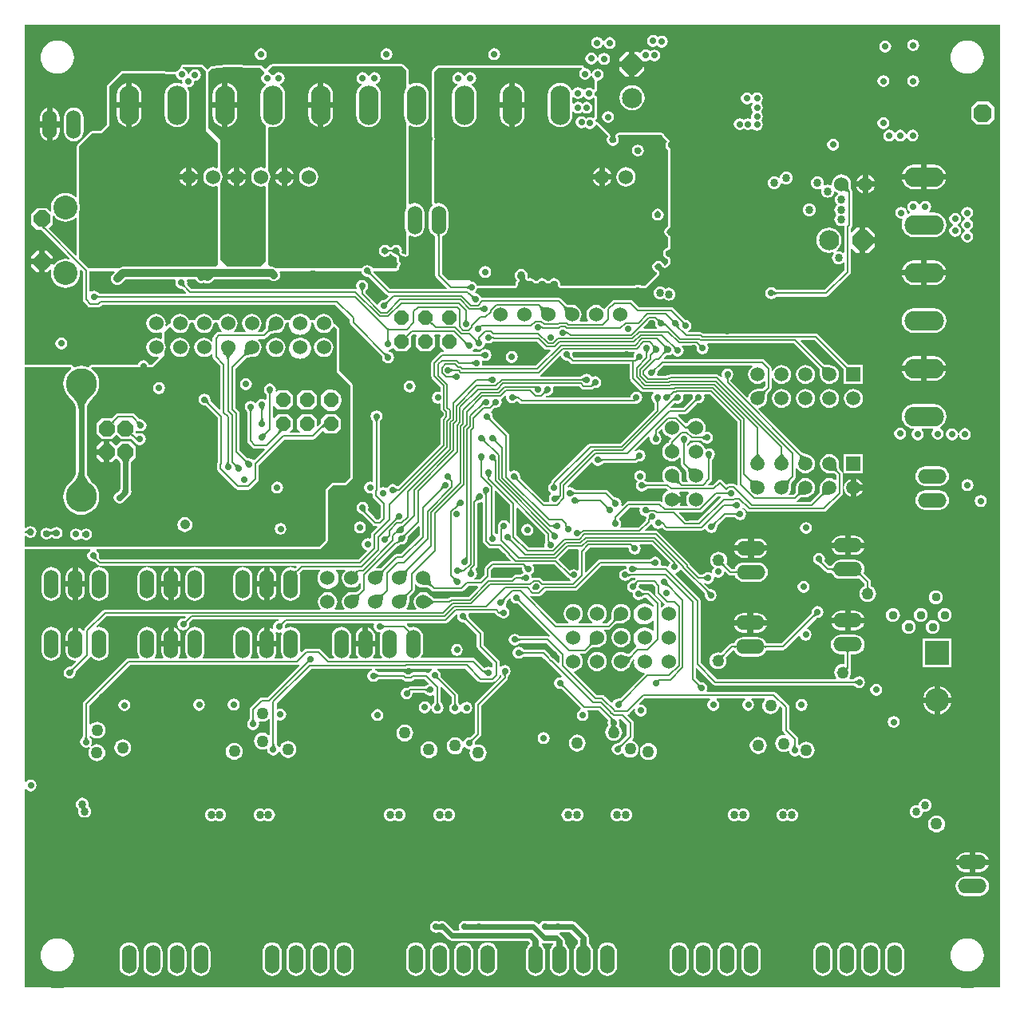
<source format=gbl>
G04 Layer_Physical_Order=4*
G04 Layer_Color=16711680*
%FSLAX25Y25*%
%MOIN*%
G70*
G01*
G75*
%ADD10C,0.06496*%
%ADD44C,0.06000*%
%ADD65C,0.00800*%
%ADD66C,0.03200*%
%ADD67C,0.00600*%
%ADD68C,0.02400*%
%ADD75C,0.00750*%
%ADD81C,0.12992*%
%ADD82P,0.07144X8X292.5*%
%ADD83P,0.06605X8X22.5*%
%ADD84O,0.06000X0.12000*%
%ADD85C,0.10000*%
%ADD86P,0.07577X8X292.5*%
%ADD87O,0.16500X0.08250*%
%ADD88C,0.08400*%
%ADD89P,0.09092X8X112.5*%
%ADD90P,0.08226X8X22.5*%
%ADD91O,0.08250X0.16500*%
%ADD92R,0.10000X0.10000*%
%ADD93O,0.12000X0.06000*%
%ADD94P,0.09092X8X22.5*%
%ADD95C,0.05000*%
%ADD96R,0.05905X0.05905*%
%ADD97C,0.05905*%
%ADD98C,0.02900*%
%ADD99C,0.03369*%
%ADD100C,0.03000*%
%ADD101C,0.03762*%
%ADD102C,0.04156*%
G04:AMPARAMS|DCode=129|XSize=50mil|YSize=50mil|CornerRadius=25mil|HoleSize=0mil|Usage=FLASHONLY|Rotation=180.000|XOffset=0mil|YOffset=0mil|HoleType=Round|Shape=RoundedRectangle|*
%AMROUNDEDRECTD129*
21,1,0.05000,0.00000,0,0,180.0*
21,1,0.00000,0.05000,0,0,180.0*
1,1,0.05000,0.00000,0.00000*
1,1,0.05000,0.00000,0.00000*
1,1,0.05000,0.00000,0.00000*
1,1,0.05000,0.00000,0.00000*
%
%ADD129ROUNDEDRECTD129*%
G36*
X350470Y254561D02*
X349985Y254560D01*
X348758Y254478D01*
X348425Y254425D01*
X348129Y254359D01*
X347872Y254280D01*
X347653Y254188D01*
X347472Y254083D01*
X347329Y253965D01*
X346904Y254390D01*
X347022Y254533D01*
X347127Y254714D01*
X347219Y254933D01*
X347298Y255190D01*
X347364Y255486D01*
X347417Y255819D01*
X347484Y256599D01*
X347499Y257046D01*
X347500Y257531D01*
X350470Y254561D01*
D02*
G37*
G36*
X128911Y348336D02*
X127840Y347097D01*
X127405Y346505D01*
X127037Y345932D01*
X126735Y345377D01*
X126501Y344840D01*
X126334Y344322D01*
X126233Y343822D01*
X126200Y343341D01*
X123800D01*
X123767Y343822D01*
X123666Y344322D01*
X123499Y344840D01*
X123265Y345377D01*
X122963Y345932D01*
X122595Y346505D01*
X122160Y347097D01*
X121658Y347708D01*
X120453Y348983D01*
X129547D01*
X128911Y348336D01*
D02*
G37*
G36*
X169430Y254506D02*
X169356Y254422D01*
X169290Y254326D01*
X169232Y254217D01*
X169182Y254096D01*
X169140Y253963D01*
X169106Y253818D01*
X169080Y253660D01*
X169062Y253490D01*
X169050Y253115D01*
X167614Y254550D01*
X167809Y254552D01*
X168160Y254580D01*
X168318Y254606D01*
X168463Y254640D01*
X168596Y254682D01*
X168717Y254732D01*
X168825Y254790D01*
X168922Y254856D01*
X169006Y254930D01*
X169430Y254506D01*
D02*
G37*
G36*
X293491Y344642D02*
X293332Y344696D01*
X293179Y344735D01*
X293034Y344759D01*
X292897Y344768D01*
X292767Y344761D01*
X292645Y344741D01*
X292530Y344705D01*
X292423Y344654D01*
X292323Y344588D01*
X292231Y344507D01*
X291965Y345090D01*
X292021Y345153D01*
X292079Y345233D01*
X292140Y345330D01*
X292203Y345443D01*
X292337Y345722D01*
X292480Y346068D01*
X292632Y346481D01*
X293491Y344642D01*
D02*
G37*
G36*
X298185Y344550D02*
X297991Y344548D01*
X297640Y344520D01*
X297482Y344494D01*
X297337Y344460D01*
X297204Y344418D01*
X297083Y344368D01*
X296974Y344310D01*
X296878Y344244D01*
X296794Y344170D01*
X296370Y344594D01*
X296444Y344678D01*
X296510Y344775D01*
X296568Y344883D01*
X296618Y345004D01*
X296660Y345137D01*
X296694Y345282D01*
X296720Y345440D01*
X296738Y345609D01*
X296750Y345986D01*
X298185Y344550D01*
D02*
G37*
G36*
X201398Y343594D02*
X201294Y343473D01*
X201201Y343351D01*
X201121Y343229D01*
X201054Y343106D01*
X200998Y342983D01*
X200955Y342860D01*
X200925Y342736D01*
X200906Y342611D01*
X200900Y342486D01*
X200100D01*
X200094Y342611D01*
X200075Y342736D01*
X200045Y342860D01*
X200002Y342983D01*
X199946Y343106D01*
X199879Y343229D01*
X199799Y343351D01*
X199706Y343473D01*
X199602Y343594D01*
X199485Y343714D01*
X201515D01*
X201398Y343594D01*
D02*
G37*
G36*
X200906Y339139D02*
X200925Y339015D01*
X200955Y338891D01*
X200998Y338767D01*
X201054Y338644D01*
X201121Y338521D01*
X201201Y338399D01*
X201294Y338278D01*
X201398Y338156D01*
X201515Y338035D01*
X199485D01*
X199602Y338156D01*
X199706Y338278D01*
X199799Y338399D01*
X199879Y338521D01*
X199946Y338644D01*
X200002Y338767D01*
X200045Y338891D01*
X200075Y339015D01*
X200094Y339139D01*
X200100Y339264D01*
X200900D01*
X200906Y339139D01*
D02*
G37*
G36*
X249198Y338844D02*
X249094Y338722D01*
X249001Y338601D01*
X248921Y338479D01*
X248854Y338356D01*
X248798Y338233D01*
X248755Y338109D01*
X248725Y337985D01*
X248706Y337861D01*
X248700Y337736D01*
X247900D01*
X247894Y337861D01*
X247875Y337985D01*
X247845Y338109D01*
X247802Y338233D01*
X247746Y338356D01*
X247679Y338479D01*
X247599Y338601D01*
X247506Y338722D01*
X247402Y338844D01*
X247285Y338965D01*
X249315D01*
X249198Y338844D01*
D02*
G37*
G36*
X295852Y339791D02*
X295880Y339440D01*
X295906Y339282D01*
X295940Y339137D01*
X295982Y339004D01*
X296032Y338883D01*
X296090Y338774D01*
X296156Y338678D01*
X296230Y338594D01*
X295806Y338170D01*
X295722Y338244D01*
X295625Y338310D01*
X295517Y338368D01*
X295396Y338418D01*
X295263Y338460D01*
X295118Y338494D01*
X294960Y338520D01*
X294791Y338538D01*
X294414Y338550D01*
X295850Y339985D01*
X295852Y339791D01*
D02*
G37*
G36*
X285853Y256317D02*
X285864Y256158D01*
X285885Y256007D01*
X285915Y255864D01*
X285954Y255729D01*
X286002Y255603D01*
X286059Y255485D01*
X286125Y255376D01*
X286200Y255275D01*
X286284Y255182D01*
X285718Y254616D01*
X285625Y254700D01*
X285524Y254775D01*
X285415Y254841D01*
X285297Y254898D01*
X285171Y254946D01*
X285036Y254985D01*
X284893Y255015D01*
X284742Y255035D01*
X284582Y255047D01*
X284415Y255050D01*
X285850Y256486D01*
X285853Y256317D01*
D02*
G37*
G36*
X196648Y342844D02*
X196544Y342723D01*
X196451Y342601D01*
X196371Y342479D01*
X196304Y342356D01*
X196248Y342233D01*
X196205Y342109D01*
X196175Y341986D01*
X196156Y341861D01*
X196150Y341736D01*
X195350D01*
X195344Y341861D01*
X195325Y341986D01*
X195295Y342109D01*
X195252Y342233D01*
X195196Y342356D01*
X195129Y342479D01*
X195049Y342601D01*
X194956Y342723D01*
X194852Y342844D01*
X194735Y342965D01*
X196765D01*
X196648Y342844D01*
D02*
G37*
G36*
X411042Y350618D02*
X410926Y350476D01*
X410822Y350298D01*
X410731Y350082D01*
X410653Y349829D01*
X410588Y349539D01*
X410535Y349211D01*
X410468Y348445D01*
X410454Y348006D01*
X410453Y347530D01*
X407529Y350453D01*
X408006Y350454D01*
X409211Y350535D01*
X409539Y350588D01*
X409829Y350653D01*
X410082Y350731D01*
X410298Y350822D01*
X410476Y350926D01*
X410618Y351042D01*
X411042Y350618D01*
D02*
G37*
G36*
X306074Y348779D02*
X306343Y348550D01*
X306472Y348457D01*
X306599Y348379D01*
X306723Y348314D01*
X306844Y348264D01*
X306962Y348229D01*
X307077Y348207D01*
X307189Y348200D01*
Y347600D01*
X307077Y347593D01*
X306962Y347571D01*
X306844Y347536D01*
X306723Y347486D01*
X306599Y347421D01*
X306472Y347343D01*
X306343Y347250D01*
X306210Y347142D01*
X305936Y346885D01*
Y348915D01*
X306074Y348779D01*
D02*
G37*
G36*
X204648Y350094D02*
X204544Y349973D01*
X204451Y349851D01*
X204371Y349729D01*
X204304Y349606D01*
X204248Y349483D01*
X204205Y349359D01*
X204175Y349236D01*
X204156Y349111D01*
X204150Y348986D01*
X203350D01*
X203344Y349111D01*
X203325Y349236D01*
X203295Y349359D01*
X203252Y349483D01*
X203196Y349606D01*
X203129Y349729D01*
X203049Y349851D01*
X202956Y349973D01*
X202852Y350094D01*
X202735Y350215D01*
X204765D01*
X204648Y350094D01*
D02*
G37*
G36*
X209430Y253506D02*
X209356Y253422D01*
X209290Y253326D01*
X209232Y253217D01*
X209182Y253096D01*
X209140Y252963D01*
X209106Y252818D01*
X209080Y252660D01*
X209062Y252490D01*
X209050Y252115D01*
X207614Y253550D01*
X207809Y253552D01*
X208160Y253580D01*
X208318Y253606D01*
X208463Y253640D01*
X208596Y253682D01*
X208717Y253732D01*
X208825Y253790D01*
X208922Y253856D01*
X209006Y253930D01*
X209430Y253506D01*
D02*
G37*
G36*
X371264Y348846D02*
X371198Y348771D01*
X371134Y348681D01*
X371073Y348576D01*
X371015Y348457D01*
X370959Y348323D01*
X370858Y348012D01*
X370811Y347835D01*
X370726Y347436D01*
X369593Y349120D01*
X369770Y349089D01*
X369937Y349070D01*
X370095Y349063D01*
X370242Y349068D01*
X370380Y349085D01*
X370509Y349115D01*
X370628Y349157D01*
X370737Y349211D01*
X370836Y349277D01*
X370925Y349356D01*
X371264Y348846D01*
D02*
G37*
G36*
X373380Y346441D02*
X373241Y346514D01*
X373107Y346569D01*
X372977Y346607D01*
X372853Y346627D01*
X372734Y346631D01*
X372620Y346617D01*
X372510Y346586D01*
X372406Y346537D01*
X372307Y346472D01*
X372213Y346389D01*
X372035Y347059D01*
X372089Y347118D01*
X372148Y347193D01*
X372281Y347388D01*
X372434Y347645D01*
X372800Y348343D01*
X373380Y346441D01*
D02*
G37*
G36*
X380446Y348624D02*
X380302Y347900D01*
X380327Y347777D01*
X380320Y347580D01*
X380309Y347477D01*
X380294Y347382D01*
X380276Y347307D01*
X380259Y347253D01*
X380245Y347220D01*
X380245Y347219D01*
X376451Y343425D01*
X371353D01*
X371162Y343887D01*
X372845Y345570D01*
X372910Y345537D01*
X372942Y345527D01*
X373144Y345392D01*
X374100Y345202D01*
X375056Y345392D01*
X375866Y345934D01*
X376408Y346744D01*
X376598Y347700D01*
X376414Y348624D01*
X376415Y348732D01*
X376625Y349125D01*
X380116D01*
X380446Y348624D01*
D02*
G37*
G36*
X177953Y346817D02*
X177964Y346658D01*
X177985Y346507D01*
X178015Y346364D01*
X178054Y346229D01*
X178102Y346103D01*
X178159Y345985D01*
X178225Y345876D01*
X178300Y345775D01*
X178384Y345682D01*
X177818Y345116D01*
X177725Y345200D01*
X177624Y345275D01*
X177515Y345341D01*
X177397Y345398D01*
X177271Y345446D01*
X177136Y345485D01*
X176994Y345515D01*
X176842Y345535D01*
X176682Y345547D01*
X176514Y345550D01*
X177950Y346986D01*
X177953Y346817D01*
D02*
G37*
G36*
X399075Y337651D02*
Y311568D01*
X399113Y311375D01*
X398652Y311128D01*
X398394Y311387D01*
X397964Y311675D01*
X397456Y311775D01*
X395344D01*
X394836Y311675D01*
X394407Y311387D01*
X394394Y311374D01*
X392631Y313137D01*
X392201Y313425D01*
X391694Y313526D01*
X391186Y313425D01*
X390757Y313137D01*
X388645Y311026D01*
X387053D01*
X386862Y311487D01*
X388137Y312763D01*
X388425Y313193D01*
X388526Y313700D01*
X388526Y313700D01*
Y321812D01*
X388526Y321812D01*
X388540Y321846D01*
X388566Y321896D01*
X388606Y321961D01*
X388654Y322029D01*
X388832Y322237D01*
X388851Y322256D01*
X388966Y322334D01*
X389508Y323144D01*
X389698Y324100D01*
X389508Y325056D01*
X388966Y325866D01*
X388156Y326408D01*
X387200Y326598D01*
X386244Y326408D01*
X386059Y326284D01*
X385489Y326505D01*
X385194Y327217D01*
X384553Y328053D01*
X383717Y328694D01*
X382744Y329097D01*
X381700Y329235D01*
X380656Y329097D01*
X379683Y328694D01*
X378847Y328053D01*
X378525Y327634D01*
X378026Y327803D01*
Y328312D01*
X378026Y328312D01*
X378040Y328346D01*
X378066Y328396D01*
X378106Y328461D01*
X378154Y328529D01*
X378332Y328737D01*
X378351Y328756D01*
X378466Y328834D01*
X379008Y329644D01*
X379018Y329694D01*
X379367Y329839D01*
X379561Y329862D01*
X380002Y329774D01*
X384012D01*
X384012Y329774D01*
X384046Y329761D01*
X384096Y329734D01*
X384161Y329694D01*
X384229Y329646D01*
X384437Y329468D01*
X384456Y329449D01*
X384534Y329334D01*
X385344Y328792D01*
X386300Y328602D01*
X387256Y328792D01*
X388066Y329334D01*
X388608Y330144D01*
X388798Y331100D01*
X388608Y332056D01*
X388066Y332866D01*
X387256Y333408D01*
X386300Y333598D01*
X385872Y333513D01*
X385512Y333951D01*
X385597Y334156D01*
X385735Y335200D01*
X385597Y336244D01*
X385194Y337217D01*
X384553Y338053D01*
X383717Y338694D01*
X382744Y339097D01*
X381700Y339234D01*
X380656Y339097D01*
X379683Y338694D01*
X378847Y338053D01*
X378478Y337571D01*
X378411Y337510D01*
X378255Y337297D01*
X378119Y337135D01*
X377516Y337056D01*
X374336Y340237D01*
X374280Y340275D01*
X374431Y340774D01*
X377000D01*
X377507Y340875D01*
X377937Y341163D01*
X382119Y345345D01*
X382120Y345345D01*
X382153Y345359D01*
X382207Y345376D01*
X382282Y345394D01*
X382364Y345407D01*
X382637Y345429D01*
X382663Y345429D01*
X382800Y345402D01*
X383756Y345592D01*
X384566Y346134D01*
X385108Y346944D01*
X385298Y347900D01*
X385154Y348624D01*
X385484Y349125D01*
X387601D01*
X399075Y337651D01*
D02*
G37*
G36*
X382786Y346450D02*
X382591Y346448D01*
X382240Y346420D01*
X382082Y346394D01*
X381937Y346360D01*
X381804Y346318D01*
X381683Y346268D01*
X381575Y346210D01*
X381478Y346144D01*
X381394Y346070D01*
X380970Y346494D01*
X381044Y346578D01*
X381110Y346674D01*
X381168Y346783D01*
X381218Y346904D01*
X381260Y347037D01*
X381294Y347182D01*
X381320Y347340D01*
X381338Y347510D01*
X381350Y347885D01*
X382786Y346450D01*
D02*
G37*
G36*
X366479Y346626D02*
X366250Y346357D01*
X366157Y346228D01*
X366079Y346101D01*
X366014Y345977D01*
X365964Y345856D01*
X365929Y345738D01*
X365907Y345623D01*
X365900Y345511D01*
X365300D01*
X365293Y345623D01*
X365271Y345738D01*
X365236Y345856D01*
X365186Y345977D01*
X365121Y346101D01*
X365043Y346228D01*
X364950Y346357D01*
X364842Y346490D01*
X364585Y346764D01*
X366615D01*
X366479Y346626D01*
D02*
G37*
G36*
X226295Y335163D02*
X226285Y335261D01*
X226263Y335335D01*
X226229Y335386D01*
X226182Y335413D01*
X226123Y335416D01*
X226052Y335396D01*
X225969Y335352D01*
X225873Y335285D01*
X225765Y335194D01*
X225645Y335080D01*
Y336211D01*
X225758Y336330D01*
X225947Y336563D01*
X226024Y336678D01*
X226087Y336791D01*
X226139Y336904D01*
X226178Y337015D01*
X226205Y337126D01*
X226220Y337235D01*
X226223Y337342D01*
X226295Y335163D01*
D02*
G37*
G36*
X407818Y324727D02*
X407871Y324527D01*
X407959Y324310D01*
X408083Y324076D01*
X408242Y323825D01*
X408436Y323556D01*
X408931Y322967D01*
X409231Y322646D01*
X409567Y322309D01*
X405433D01*
X405769Y322646D01*
X406564Y323556D01*
X406758Y323825D01*
X406917Y324076D01*
X407041Y324310D01*
X407129Y324527D01*
X407182Y324727D01*
X407200Y324909D01*
X407800D01*
X407818Y324727D01*
D02*
G37*
G36*
X388079Y322926D02*
X387850Y322657D01*
X387757Y322528D01*
X387679Y322401D01*
X387614Y322277D01*
X387564Y322156D01*
X387529Y322038D01*
X387507Y321923D01*
X387500Y321811D01*
X386900D01*
X386893Y321923D01*
X386871Y322038D01*
X386836Y322156D01*
X386786Y322277D01*
X386721Y322401D01*
X386643Y322528D01*
X386550Y322657D01*
X386442Y322790D01*
X386185Y323064D01*
X388215D01*
X388079Y322926D01*
D02*
G37*
G36*
X417818Y324727D02*
X417871Y324527D01*
X417959Y324310D01*
X418083Y324076D01*
X418242Y323825D01*
X418436Y323556D01*
X418931Y322967D01*
X419231Y322646D01*
X419567Y322309D01*
X415433D01*
X415769Y322646D01*
X416564Y323556D01*
X416758Y323825D01*
X416917Y324076D01*
X417041Y324310D01*
X417129Y324527D01*
X417182Y324727D01*
X417200Y324909D01*
X417800D01*
X417818Y324727D01*
D02*
G37*
G36*
X372009Y329036D02*
X372035Y328877D01*
X372079Y328727D01*
X372140Y328588D01*
X372218Y328458D01*
X372315Y328338D01*
X372428Y328229D01*
X372559Y328130D01*
X372708Y328040D01*
X372874Y327961D01*
X370526D01*
X370692Y328040D01*
X370841Y328130D01*
X370972Y328229D01*
X371085Y328338D01*
X371182Y328458D01*
X371260Y328588D01*
X371321Y328727D01*
X371365Y328877D01*
X371391Y329036D01*
X371400Y329206D01*
X372000D01*
X372009Y329036D01*
D02*
G37*
G36*
X270380Y264258D02*
X271306Y263448D01*
X271579Y263250D01*
X271835Y263088D01*
X272072Y262962D01*
X272292Y262872D01*
X272495Y262818D01*
X272679Y262800D01*
Y262200D01*
X272495Y262182D01*
X272292Y262128D01*
X272072Y262038D01*
X271835Y261912D01*
X271579Y261750D01*
X271306Y261552D01*
X270707Y261048D01*
X270380Y260742D01*
X270036Y260400D01*
Y264600D01*
X270380Y264258D01*
D02*
G37*
G36*
X358186Y322150D02*
X357991Y322148D01*
X357640Y322120D01*
X357482Y322094D01*
X357337Y322060D01*
X357204Y322018D01*
X357083Y321968D01*
X356975Y321910D01*
X356878Y321844D01*
X356794Y321770D01*
X356370Y322194D01*
X356444Y322278D01*
X356510Y322375D01*
X356568Y322483D01*
X356618Y322604D01*
X356660Y322737D01*
X356694Y322882D01*
X356720Y323040D01*
X356738Y323210D01*
X356750Y323586D01*
X358186Y322150D01*
D02*
G37*
G36*
X302030Y263506D02*
X301956Y263422D01*
X301890Y263326D01*
X301832Y263217D01*
X301782Y263096D01*
X301740Y262963D01*
X301706Y262818D01*
X301680Y262660D01*
X301662Y262491D01*
X301650Y262115D01*
X300215Y263550D01*
X300409Y263552D01*
X300760Y263580D01*
X300918Y263606D01*
X301063Y263640D01*
X301196Y263682D01*
X301317Y263732D01*
X301426Y263790D01*
X301522Y263856D01*
X301606Y263930D01*
X302030Y263506D01*
D02*
G37*
G36*
X341924Y322629D02*
X342193Y322400D01*
X342322Y322307D01*
X342449Y322229D01*
X342573Y322164D01*
X342694Y322114D01*
X342812Y322079D01*
X342927Y322057D01*
X343039Y322050D01*
Y321450D01*
X342927Y321443D01*
X342812Y321421D01*
X342694Y321386D01*
X342573Y321336D01*
X342449Y321271D01*
X342322Y321193D01*
X342193Y321100D01*
X342060Y320992D01*
X341786Y320735D01*
Y322765D01*
X341924Y322629D01*
D02*
G37*
G36*
X292979Y322026D02*
X292750Y321757D01*
X292657Y321628D01*
X292579Y321501D01*
X292514Y321377D01*
X292464Y321256D01*
X292429Y321138D01*
X292407Y321023D01*
X292400Y320911D01*
X291800D01*
X291793Y321023D01*
X291771Y321138D01*
X291736Y321256D01*
X291686Y321377D01*
X291621Y321501D01*
X291543Y321628D01*
X291450Y321757D01*
X291342Y321890D01*
X291085Y322165D01*
X293115D01*
X292979Y322026D01*
D02*
G37*
G36*
X297884Y322116D02*
X297880Y322083D01*
X297884Y322047D01*
X297894Y322008D01*
X297913Y321966D01*
X297938Y321921D01*
X297971Y321873D01*
X298010Y321822D01*
X298058Y321769D01*
X298112Y321712D01*
X297688Y321288D01*
X297631Y321342D01*
X297527Y321429D01*
X297479Y321462D01*
X297434Y321487D01*
X297392Y321506D01*
X297353Y321516D01*
X297317Y321520D01*
X297284Y321516D01*
X297253Y321506D01*
X297894Y322147D01*
X297884Y322116D01*
D02*
G37*
G36*
X425329Y324174D02*
X425461Y324101D01*
X425645Y324014D01*
X426520Y323666D01*
X428434Y323001D01*
X424718Y321189D01*
X424846Y321579D01*
X424945Y321944D01*
X425015Y322284D01*
X425055Y322598D01*
X425066Y322887D01*
X425048Y323151D01*
X425000Y323390D01*
X424923Y323604D01*
X424816Y323792D01*
X424680Y323955D01*
X425251Y324233D01*
X425329Y324174D01*
D02*
G37*
G36*
X202383Y332568D02*
X202300Y332475D01*
X202225Y332374D01*
X202159Y332265D01*
X202102Y332147D01*
X202054Y332021D01*
X202015Y331886D01*
X201985Y331744D01*
X201964Y331592D01*
X201953Y331433D01*
X201950Y331264D01*
X200515Y332700D01*
X200682Y332703D01*
X200842Y332715D01*
X200993Y332735D01*
X201136Y332765D01*
X201271Y332804D01*
X201397Y332852D01*
X201515Y332909D01*
X201624Y332975D01*
X201725Y333050D01*
X201818Y333134D01*
X202383Y332568D01*
D02*
G37*
G36*
X300164Y257242D02*
X300105Y257329D01*
X300040Y257407D01*
X299968Y257475D01*
X299891Y257535D01*
X299808Y257585D01*
X299718Y257627D01*
X299623Y257659D01*
X299521Y257682D01*
X299414Y257695D01*
X299300Y257700D01*
Y258300D01*
X299414Y258305D01*
X299521Y258318D01*
X299623Y258341D01*
X299718Y258373D01*
X299808Y258415D01*
X299891Y258465D01*
X299968Y258525D01*
X300040Y258593D01*
X300105Y258671D01*
X300164Y258758D01*
Y257242D01*
D02*
G37*
G36*
X365207Y332777D02*
X365229Y332662D01*
X365264Y332544D01*
X365314Y332423D01*
X365379Y332299D01*
X365457Y332172D01*
X365550Y332043D01*
X365658Y331910D01*
X365915Y331635D01*
X363885D01*
X364021Y331774D01*
X364250Y332043D01*
X364343Y332172D01*
X364421Y332299D01*
X364486Y332423D01*
X364536Y332544D01*
X364571Y332662D01*
X364593Y332777D01*
X364600Y332889D01*
X365200D01*
X365207Y332777D01*
D02*
G37*
G36*
X379075Y333748D02*
X378928Y333995D01*
X378775Y334217D01*
X378617Y334412D01*
X378453Y334581D01*
X378283Y334724D01*
X378108Y334842D01*
X377926Y334933D01*
X377739Y334998D01*
X377547Y335037D01*
X377348Y335050D01*
Y335650D01*
X377550Y335663D01*
X377748Y335700D01*
X377944Y335763D01*
X378137Y335851D01*
X378327Y335964D01*
X378514Y336103D01*
X378698Y336266D01*
X378879Y336454D01*
X379058Y336668D01*
X379233Y336907D01*
X379075Y333748D01*
D02*
G37*
G36*
X209092Y333723D02*
X209001Y333737D01*
X208905Y333735D01*
X208804Y333717D01*
X208698Y333683D01*
X208588Y333634D01*
X208472Y333568D01*
X208352Y333486D01*
X208226Y333388D01*
X208096Y333275D01*
X207961Y333145D01*
X206997Y333313D01*
X207134Y333455D01*
X207336Y333703D01*
X207401Y333807D01*
X207442Y333899D01*
X207459Y333979D01*
X207453Y334046D01*
X207422Y334100D01*
X207367Y334141D01*
X207289Y334170D01*
X209092Y333723D01*
D02*
G37*
G36*
X364674Y268757D02*
Y266194D01*
X364775Y265686D01*
X365063Y265257D01*
X368656Y261663D01*
X368596Y261102D01*
X368483Y261055D01*
X367647Y260414D01*
X367501Y260223D01*
X367027Y260384D01*
Y261800D01*
X366919Y262346D01*
X366609Y262809D01*
X366609Y262809D01*
X362709Y266709D01*
X362246Y267019D01*
X361700Y267127D01*
X361700Y267127D01*
X360007D01*
X359982Y267134D01*
X359945Y267146D01*
X359900Y267166D01*
X359848Y267196D01*
X359787Y267235D01*
X359719Y267287D01*
X359644Y267351D01*
X359642Y267354D01*
X359566Y267466D01*
X358756Y268008D01*
X358250Y268108D01*
X357854Y268680D01*
X357898Y268900D01*
X357874Y269023D01*
X357880Y269220D01*
X357891Y269323D01*
X357906Y269418D01*
X357924Y269493D01*
X357941Y269547D01*
X357955Y269580D01*
X357955Y269581D01*
X358099Y269724D01*
X363707D01*
X364674Y268757D01*
D02*
G37*
G36*
X377579Y329426D02*
X377350Y329157D01*
X377257Y329028D01*
X377179Y328901D01*
X377114Y328777D01*
X377064Y328656D01*
X377029Y328538D01*
X377007Y328423D01*
X377000Y328311D01*
X376400D01*
X376393Y328423D01*
X376371Y328538D01*
X376336Y328656D01*
X376286Y328777D01*
X376221Y328901D01*
X376143Y329028D01*
X376050Y329157D01*
X375942Y329290D01*
X375685Y329564D01*
X377715D01*
X377579Y329426D01*
D02*
G37*
G36*
X367752Y334542D02*
X367803Y334156D01*
X368206Y333183D01*
X368847Y332347D01*
X369683Y331706D01*
X370656Y331303D01*
X371150Y331238D01*
X371329Y330710D01*
X370763Y330143D01*
X370475Y329714D01*
X370397Y329318D01*
X370382Y329259D01*
X370381Y329237D01*
X370374Y329206D01*
Y329137D01*
X370369Y329103D01*
X370361Y329076D01*
X370354Y329059D01*
X370345Y329045D01*
X370331Y329028D01*
X370308Y329005D01*
X370268Y328975D01*
X370208Y328939D01*
X370086Y328881D01*
X370028Y328837D01*
X369683Y328694D01*
X368847Y328053D01*
X368206Y327217D01*
X367803Y326244D01*
X367666Y325200D01*
X367803Y324156D01*
X368206Y323183D01*
X368847Y322347D01*
X369683Y321706D01*
X370656Y321303D01*
X371700Y321165D01*
X372744Y321303D01*
X373717Y321706D01*
X374553Y322347D01*
X374874Y322766D01*
X375375Y322597D01*
Y320200D01*
X375475Y319693D01*
X375763Y319263D01*
X377383Y317642D01*
X377412Y317593D01*
X377459Y317480D01*
X377511Y317309D01*
X377562Y317084D01*
X377603Y316828D01*
X377679Y315680D01*
X377680Y315313D01*
X377665Y315200D01*
X377803Y314156D01*
X378206Y313183D01*
X378443Y312874D01*
X378222Y312425D01*
X376349D01*
X376017Y312757D01*
X375988Y312807D01*
X375941Y312920D01*
X375889Y313091D01*
X375838Y313316D01*
X375797Y313572D01*
X375721Y314720D01*
X375720Y315087D01*
X375734Y315200D01*
X375597Y316244D01*
X375194Y317217D01*
X374553Y318053D01*
X373717Y318694D01*
X372744Y319097D01*
X371700Y319234D01*
X370656Y319097D01*
X369683Y318694D01*
X368847Y318053D01*
X368206Y317217D01*
X367803Y316244D01*
X367666Y315200D01*
X367803Y314156D01*
X368206Y313183D01*
X368443Y312874D01*
X368222Y312425D01*
X361388D01*
X361388Y312425D01*
X361354Y312439D01*
X361304Y312466D01*
X361239Y312506D01*
X361171Y312554D01*
X360963Y312732D01*
X360944Y312751D01*
X360866Y312866D01*
X360213Y313303D01*
X360708Y314044D01*
X360898Y315000D01*
X360708Y315956D01*
X360166Y316766D01*
X359356Y317308D01*
X358400Y317498D01*
X357444Y317308D01*
X356634Y316766D01*
X356092Y315956D01*
X355902Y315000D01*
X356092Y314044D01*
X356634Y313234D01*
X357287Y312797D01*
X356792Y312056D01*
X356602Y311100D01*
X356792Y310144D01*
X357334Y309334D01*
X358144Y308792D01*
X359100Y308602D01*
X360056Y308792D01*
X360866Y309334D01*
X360936Y309438D01*
X361080Y309573D01*
X361160Y309638D01*
X361239Y309694D01*
X361304Y309734D01*
X361354Y309760D01*
X361388Y309774D01*
X361388Y309774D01*
X369453D01*
X369966Y309261D01*
X369868Y308771D01*
X369683Y308694D01*
X368847Y308053D01*
X368206Y307217D01*
X367803Y306244D01*
X367666Y305200D01*
X367742Y304618D01*
X367276Y304328D01*
X367057Y304475D01*
X366550Y304575D01*
X353543D01*
X353036Y304475D01*
X352606Y304187D01*
X351032Y302613D01*
X350914Y302627D01*
X350514Y303179D01*
X350598Y303600D01*
X350408Y304556D01*
X349866Y305366D01*
X349056Y305908D01*
X348551Y306008D01*
X348452Y306044D01*
X348264Y306073D01*
X348119Y306100D01*
X347845Y306168D01*
X347760Y306195D01*
X347685Y306224D01*
X347634Y306248D01*
X347616Y306258D01*
X344945Y308929D01*
X344515Y309217D01*
X344008Y309318D01*
X331338D01*
X331338Y309318D01*
X331304Y309332D01*
X331254Y309358D01*
X331189Y309398D01*
X331121Y309446D01*
X330912Y309624D01*
X330894Y309643D01*
X330816Y309758D01*
X330006Y310300D01*
X329050Y310490D01*
X328326Y310346D01*
X328318Y310349D01*
X328074Y310806D01*
X337986Y320718D01*
X338573Y320598D01*
X338984Y319984D01*
X339794Y319442D01*
X340750Y319252D01*
X341706Y319442D01*
X342516Y319984D01*
X342586Y320088D01*
X342730Y320223D01*
X342810Y320288D01*
X342889Y320344D01*
X342954Y320384D01*
X343004Y320410D01*
X343038Y320425D01*
X343038Y320425D01*
X356350D01*
X356857Y320525D01*
X357287Y320813D01*
X357520Y321045D01*
X357520Y321045D01*
X357553Y321059D01*
X357607Y321076D01*
X357682Y321094D01*
X357764Y321107D01*
X358037Y321129D01*
X358063Y321129D01*
X358200Y321102D01*
X359156Y321292D01*
X359966Y321834D01*
X360508Y322644D01*
X360698Y323600D01*
X360508Y324556D01*
X359966Y325366D01*
X359156Y325908D01*
X358200Y326098D01*
X357244Y325908D01*
X356477Y325395D01*
X356158Y325783D01*
X361987Y331613D01*
X362091Y331597D01*
X362488Y331033D01*
X362402Y330600D01*
X362592Y329644D01*
X363134Y328834D01*
X363944Y328292D01*
X364900Y328102D01*
X365856Y328292D01*
X366666Y328834D01*
X367208Y329644D01*
X367398Y330600D01*
X367208Y331556D01*
X366666Y332366D01*
X366562Y332436D01*
X366427Y332580D01*
X366362Y332660D01*
X366306Y332739D01*
X366266Y332804D01*
X366240Y332854D01*
X366226Y332888D01*
X366226Y332888D01*
Y333649D01*
X367279Y334702D01*
X367752Y334542D01*
D02*
G37*
G36*
X293652Y330681D02*
X293680Y330330D01*
X293706Y330172D01*
X293740Y330027D01*
X293782Y329894D01*
X293832Y329773D01*
X293890Y329664D01*
X293956Y329568D01*
X294030Y329484D01*
X293606Y329060D01*
X293522Y329134D01*
X293425Y329200D01*
X293317Y329258D01*
X293196Y329308D01*
X293063Y329350D01*
X292918Y329384D01*
X292760Y329410D01*
X292590Y329428D01*
X292214Y329440D01*
X293650Y330875D01*
X293652Y330681D01*
D02*
G37*
G36*
X385264Y330085D02*
X385126Y330221D01*
X384857Y330450D01*
X384728Y330543D01*
X384601Y330621D01*
X384477Y330686D01*
X384356Y330736D01*
X384238Y330771D01*
X384123Y330793D01*
X384011Y330800D01*
Y331400D01*
X384123Y331407D01*
X384238Y331429D01*
X384356Y331464D01*
X384477Y331514D01*
X384601Y331579D01*
X384728Y331657D01*
X384857Y331750D01*
X384990Y331858D01*
X385264Y332115D01*
Y330085D01*
D02*
G37*
G36*
X298252Y330691D02*
X298280Y330340D01*
X298306Y330182D01*
X298340Y330037D01*
X298382Y329904D01*
X298432Y329783D01*
X298490Y329675D01*
X298556Y329578D01*
X298630Y329494D01*
X298206Y329070D01*
X298122Y329144D01*
X298025Y329210D01*
X297917Y329268D01*
X297796Y329318D01*
X297663Y329360D01*
X297518Y329394D01*
X297360Y329420D01*
X297190Y329438D01*
X296814Y329450D01*
X298250Y330886D01*
X298252Y330691D01*
D02*
G37*
G36*
X319686Y349650D02*
X319491Y349648D01*
X319140Y349620D01*
X318982Y349594D01*
X318837Y349560D01*
X318704Y349518D01*
X318583Y349468D01*
X318475Y349410D01*
X318378Y349344D01*
X318294Y349270D01*
X317870Y349694D01*
X317944Y349778D01*
X318010Y349874D01*
X318068Y349983D01*
X318118Y350104D01*
X318160Y350237D01*
X318194Y350382D01*
X318220Y350540D01*
X318238Y350710D01*
X318250Y351085D01*
X319686Y349650D01*
D02*
G37*
G36*
X296893Y371275D02*
X297400Y371175D01*
X315365D01*
X318427Y368113D01*
X318857Y367825D01*
X319364Y367724D01*
X320841D01*
X321032Y367263D01*
X314845Y361075D01*
X292584D01*
X292254Y361576D01*
X292398Y362300D01*
X292240Y363094D01*
X292655Y363419D01*
X292844Y363292D01*
X293800Y363102D01*
X294756Y363292D01*
X295566Y363834D01*
X296108Y364644D01*
X296298Y365600D01*
X296108Y366556D01*
X295566Y367366D01*
X294756Y367908D01*
X293800Y368098D01*
X292844Y367908D01*
X292034Y367366D01*
X291964Y367262D01*
X291820Y367127D01*
X291740Y367062D01*
X291661Y367006D01*
X291596Y366966D01*
X291546Y366939D01*
X291512Y366926D01*
X291512Y366926D01*
X288607D01*
X288455Y367425D01*
X288766Y367634D01*
X289126Y368171D01*
X289760Y368349D01*
X290144Y368092D01*
X291100Y367902D01*
X292056Y368092D01*
X292866Y368634D01*
X293408Y369444D01*
X293582Y370318D01*
X293826Y370514D01*
X294062Y370632D01*
X294946Y370456D01*
X295902Y370646D01*
X296712Y371187D01*
X296809Y371332D01*
X296893Y371275D01*
D02*
G37*
G36*
X285529Y371038D02*
X285627Y370972D01*
X285736Y370917D01*
X285856Y370872D01*
X285986Y370839D01*
X286127Y370816D01*
X286279Y370805D01*
X286441Y370804D01*
X286613Y370814D01*
X286796Y370836D01*
X285561Y369225D01*
X285533Y369428D01*
X285421Y369954D01*
X285375Y370102D01*
X285324Y370236D01*
X285268Y370356D01*
X285208Y370463D01*
X285143Y370555D01*
X285074Y370634D01*
X285441Y371116D01*
X285529Y371038D01*
D02*
G37*
G36*
X253407Y372277D02*
X253429Y372162D01*
X253464Y372044D01*
X253514Y371923D01*
X253579Y371799D01*
X253657Y371672D01*
X253750Y371543D01*
X253858Y371410D01*
X254115Y371135D01*
X252085D01*
X252221Y371274D01*
X252450Y371543D01*
X252543Y371672D01*
X252621Y371799D01*
X252686Y371923D01*
X252736Y372044D01*
X252771Y372162D01*
X252793Y372277D01*
X252800Y372389D01*
X253400D01*
X253407Y372277D01*
D02*
G37*
G36*
X296284Y373531D02*
X296328Y373472D01*
X296380Y373421D01*
X296439Y373377D01*
X296506Y373339D01*
X296579Y373308D01*
X296660Y373285D01*
X296748Y373268D01*
X296844Y373257D01*
X296946Y373254D01*
Y372654D01*
X296844Y372650D01*
X296748Y372640D01*
X296660Y372623D01*
X296579Y372599D01*
X296506Y372568D01*
X296439Y372531D01*
X296380Y372486D01*
X296328Y372435D01*
X296284Y372377D01*
X296247Y372312D01*
Y373595D01*
X296284Y373531D01*
D02*
G37*
G36*
X291407Y372575D02*
X291428Y372459D01*
X291464Y372340D01*
X291513Y372220D01*
X291577Y372096D01*
X291655Y371970D01*
X291747Y371842D01*
X291853Y371711D01*
X291973Y371578D01*
X292108Y371443D01*
X290678D01*
X289650Y370414D01*
X289648Y370609D01*
X289620Y370960D01*
X289594Y371118D01*
X289560Y371263D01*
X289518Y371396D01*
X289468Y371517D01*
X289410Y371625D01*
X289344Y371722D01*
X289270Y371806D01*
X289694Y372230D01*
X289778Y372156D01*
X289875Y372090D01*
X289983Y372032D01*
X290104Y371982D01*
X290237Y371940D01*
X290382Y371906D01*
X290487Y371889D01*
X290545Y371970D01*
X290623Y372096D01*
X290687Y372220D01*
X290736Y372340D01*
X290772Y372459D01*
X290793Y372575D01*
X290800Y372689D01*
X291400D01*
X291407Y372575D01*
D02*
G37*
G36*
X383178Y370156D02*
X383275Y370090D01*
X383383Y370032D01*
X383504Y369982D01*
X383637Y369940D01*
X383782Y369906D01*
X383940Y369880D01*
X384109Y369862D01*
X384486Y369850D01*
X383050Y368414D01*
X383048Y368609D01*
X383020Y368960D01*
X382994Y369118D01*
X382960Y369263D01*
X382918Y369396D01*
X382868Y369517D01*
X382810Y369625D01*
X382744Y369722D01*
X382670Y369806D01*
X383094Y370230D01*
X383178Y370156D01*
D02*
G37*
G36*
X362079Y367426D02*
X361850Y367157D01*
X361757Y367028D01*
X361679Y366901D01*
X361614Y366777D01*
X361564Y366656D01*
X361529Y366538D01*
X361507Y366423D01*
X361500Y366311D01*
X360900D01*
X360893Y366423D01*
X360871Y366538D01*
X360836Y366656D01*
X360786Y366777D01*
X360721Y366901D01*
X360643Y367028D01*
X360550Y367157D01*
X360442Y367290D01*
X360185Y367565D01*
X362215D01*
X362079Y367426D01*
D02*
G37*
G36*
X365185Y366550D02*
X364991Y366548D01*
X364640Y366520D01*
X364482Y366494D01*
X364337Y366460D01*
X364204Y366418D01*
X364083Y366368D01*
X363974Y366310D01*
X363878Y366244D01*
X363794Y366170D01*
X363370Y366594D01*
X363444Y366678D01*
X363510Y366775D01*
X363568Y366883D01*
X363618Y367004D01*
X363660Y367137D01*
X363694Y367282D01*
X363720Y367440D01*
X363738Y367610D01*
X363750Y367986D01*
X365185Y366550D01*
D02*
G37*
G36*
X372782Y369159D02*
X372878Y369093D01*
X372987Y369035D01*
X373108Y368985D01*
X373241Y368942D01*
X373386Y368908D01*
X373544Y368882D01*
X373713Y368863D01*
X374090Y368850D01*
X372650Y367419D01*
X372649Y367613D01*
X372622Y367964D01*
X372596Y368121D01*
X372562Y368267D01*
X372520Y368400D01*
X372470Y368520D01*
X372412Y368629D01*
X372346Y368726D01*
X372272Y368810D01*
X372698Y369233D01*
X372782Y369159D01*
D02*
G37*
G36*
X364005Y369835D02*
X364098Y369770D01*
X364205Y369710D01*
X364326Y369656D01*
X364460Y369607D01*
X364607Y369563D01*
X364768Y369525D01*
X365130Y369466D01*
X365331Y369444D01*
X363759Y368160D01*
X363775Y368346D01*
X363781Y368521D01*
X363776Y368685D01*
X363761Y368838D01*
X363736Y368980D01*
X363701Y369111D01*
X363655Y369231D01*
X363599Y369340D01*
X363533Y369438D01*
X363456Y369526D01*
X363924Y369906D01*
X364005Y369835D01*
D02*
G37*
G36*
X368678Y369656D02*
X368775Y369590D01*
X368883Y369532D01*
X369004Y369482D01*
X369137Y369440D01*
X369282Y369406D01*
X369440Y369380D01*
X369609Y369362D01*
X369986Y369350D01*
X368550Y367915D01*
X368548Y368109D01*
X368520Y368460D01*
X368494Y368618D01*
X368460Y368763D01*
X368418Y368896D01*
X368368Y369017D01*
X368310Y369126D01*
X368244Y369222D01*
X368170Y369306D01*
X368594Y369730D01*
X368678Y369656D01*
D02*
G37*
G36*
X292212Y377488D02*
X292158Y377431D01*
X292071Y377327D01*
X292038Y377279D01*
X292013Y377234D01*
X291994Y377192D01*
X291984Y377153D01*
X291980Y377117D01*
X291984Y377084D01*
X291994Y377053D01*
X291354Y377694D01*
X291384Y377683D01*
X291417Y377680D01*
X291453Y377683D01*
X291492Y377694D01*
X291534Y377712D01*
X291579Y377738D01*
X291627Y377771D01*
X291678Y377811D01*
X291731Y377858D01*
X291788Y377912D01*
X292212Y377488D01*
D02*
G37*
G36*
X374586Y378222D02*
X374566Y378055D01*
X374558Y377898D01*
X374563Y377751D01*
X374580Y377613D01*
X374609Y377485D01*
X374651Y377366D01*
X374705Y377257D01*
X374771Y377158D01*
X374850Y377069D01*
X374337Y376732D01*
X374262Y376798D01*
X374173Y376862D01*
X374068Y376923D01*
X373949Y376981D01*
X373816Y377037D01*
X373504Y377141D01*
X373326Y377188D01*
X372927Y377276D01*
X374618Y378398D01*
X374586Y378222D01*
D02*
G37*
G36*
X368635Y379158D02*
X368674Y379068D01*
X368720Y378984D01*
X368776Y378908D01*
X368839Y378837D01*
X368912Y378774D01*
X368992Y378717D01*
X369082Y378667D01*
X369180Y378624D01*
X369286Y378587D01*
X369114Y378013D01*
X369005Y378041D01*
X368899Y378059D01*
X368797Y378066D01*
X368698Y378063D01*
X368603Y378050D01*
X368511Y378026D01*
X368423Y377993D01*
X368338Y377948D01*
X368256Y377894D01*
X368178Y377829D01*
X368606Y379256D01*
X368635Y379158D01*
D02*
G37*
G36*
X271409Y379359D02*
X271386Y379310D01*
X271376Y379256D01*
X271378Y379199D01*
X271394Y379136D01*
X271423Y379069D01*
X271464Y378998D01*
X271518Y378923D01*
X271586Y378843D01*
X271666Y378759D01*
X271241Y378334D01*
X271157Y378414D01*
X271077Y378482D01*
X271002Y378536D01*
X270931Y378577D01*
X270864Y378606D01*
X270801Y378622D01*
X270744Y378624D01*
X270690Y378614D01*
X270641Y378591D01*
X270597Y378555D01*
X271445Y379403D01*
X271409Y379359D01*
D02*
G37*
G36*
X376420Y379671D02*
X376496Y379585D01*
X376579Y379509D01*
X376668Y379443D01*
X376763Y379386D01*
X376864Y379340D01*
X376972Y379303D01*
X377086Y379275D01*
X377207Y379257D01*
X377334Y379250D01*
X375949Y378326D01*
X375990Y378446D01*
X376021Y378564D01*
X376039Y378680D01*
X376046Y378794D01*
X376042Y378906D01*
X376027Y379016D01*
X376000Y379123D01*
X375961Y379229D01*
X375912Y379332D01*
X375850Y379434D01*
X376350Y379766D01*
X376420Y379671D01*
D02*
G37*
G36*
X364645Y379580D02*
X364645Y379580D01*
X364659Y379547D01*
X364676Y379493D01*
X364694Y379418D01*
X364707Y379336D01*
X364729Y379063D01*
X364729Y379037D01*
X364702Y378900D01*
X364892Y377944D01*
X365406Y377175D01*
X365288Y376676D01*
X359938D01*
X359746Y377137D01*
X362634Y380025D01*
X364201D01*
X364645Y379580D01*
D02*
G37*
G36*
X222219Y378774D02*
X222216Y378750D01*
X222353Y377706D01*
X222756Y376733D01*
X223397Y375897D01*
X224233Y375256D01*
X225206Y374853D01*
X226250Y374715D01*
X227294Y374853D01*
X228267Y375256D01*
X229103Y375897D01*
X229744Y376733D01*
X230002Y377356D01*
X230592Y377474D01*
X231650Y376416D01*
Y358666D01*
X237400Y352916D01*
Y314584D01*
X234916Y312100D01*
X229666D01*
X226900Y309334D01*
Y288084D01*
X224416Y285600D01*
X101427D01*
Y289941D01*
X101927Y290093D01*
X102034Y289934D01*
X102844Y289392D01*
X103800Y289202D01*
X104756Y289392D01*
X105566Y289934D01*
X106108Y290744D01*
X106298Y291700D01*
X106108Y292656D01*
X105566Y293466D01*
X104756Y294008D01*
X103800Y294198D01*
X102844Y294008D01*
X102034Y293466D01*
X101927Y293307D01*
X101427Y293459D01*
Y360400D01*
X120751D01*
X120872Y359915D01*
X120815Y359885D01*
X119674Y358948D01*
X118737Y357807D01*
X118041Y356504D01*
X117613Y355091D01*
X117468Y353622D01*
X117613Y352153D01*
X118041Y350740D01*
X118737Y349437D01*
X119674Y348296D01*
X119787Y348203D01*
X120893Y347033D01*
X121355Y346471D01*
X121755Y345928D01*
X122085Y345413D01*
X122347Y344929D01*
X122544Y344479D01*
X122678Y344064D01*
X122754Y343686D01*
X122757Y343643D01*
Y316357D01*
X122754Y316314D01*
X122678Y315936D01*
X122544Y315521D01*
X122347Y315071D01*
X122085Y314587D01*
X121755Y314072D01*
X121362Y313539D01*
X120339Y312355D01*
X119801Y311808D01*
X119674Y311704D01*
X118737Y310563D01*
X118041Y309260D01*
X117613Y307847D01*
X117468Y306378D01*
X117613Y304909D01*
X118041Y303496D01*
X118737Y302193D01*
X119674Y301052D01*
X120815Y300115D01*
X122118Y299419D01*
X123531Y298991D01*
X125000Y298846D01*
X126469Y298991D01*
X127882Y299419D01*
X129185Y300115D01*
X130326Y301052D01*
X131263Y302193D01*
X131959Y303496D01*
X132387Y304909D01*
X132532Y306378D01*
X132387Y307847D01*
X131959Y309260D01*
X131263Y310563D01*
X130326Y311704D01*
X130213Y311797D01*
X129107Y312967D01*
X128645Y313529D01*
X128245Y314072D01*
X127915Y314587D01*
X127653Y315071D01*
X127456Y315521D01*
X127322Y315936D01*
X127246Y316314D01*
X127243Y316357D01*
Y343643D01*
X127246Y343686D01*
X127322Y344064D01*
X127456Y344479D01*
X127653Y344929D01*
X127915Y345413D01*
X128245Y345928D01*
X128638Y346461D01*
X129661Y347645D01*
X130199Y348192D01*
X130326Y348296D01*
X131263Y349437D01*
X131959Y350740D01*
X132387Y352153D01*
X132532Y353622D01*
X132387Y355091D01*
X131959Y356504D01*
X131263Y357807D01*
X130326Y358948D01*
X129185Y359885D01*
X129128Y359915D01*
X129249Y360400D01*
X154834D01*
X159600Y365166D01*
Y366545D01*
X159744Y366733D01*
X160147Y367706D01*
X160284Y368750D01*
X160147Y369794D01*
X159744Y370767D01*
X159600Y370955D01*
Y375166D01*
X161908Y377474D01*
X162498Y377356D01*
X162756Y376733D01*
X163397Y375897D01*
X164233Y375256D01*
X165206Y374853D01*
X166250Y374715D01*
X167294Y374853D01*
X168267Y375256D01*
X169103Y375897D01*
X169744Y376733D01*
X170147Y377706D01*
X170284Y378750D01*
X170281Y378774D01*
X170611Y379150D01*
X171889D01*
X172219Y378774D01*
X172215Y378750D01*
X172353Y377706D01*
X172756Y376733D01*
X173397Y375897D01*
X174233Y375256D01*
X175206Y374853D01*
X176250Y374715D01*
X177294Y374853D01*
X178267Y375256D01*
X179103Y375897D01*
X179744Y376733D01*
X180147Y377706D01*
X180285Y378750D01*
X180281Y378774D01*
X180611Y379150D01*
X181889D01*
X182219Y378774D01*
X182215Y378750D01*
X182353Y377706D01*
X182756Y376733D01*
X183397Y375897D01*
X183684Y375677D01*
X183514Y375177D01*
X182500D01*
X182500Y375177D01*
X181954Y375069D01*
X181491Y374759D01*
X181491Y374759D01*
X180241Y373509D01*
X179931Y373046D01*
X179823Y372500D01*
X179823Y372500D01*
Y371486D01*
X179323Y371317D01*
X179103Y371603D01*
X178267Y372244D01*
X177294Y372647D01*
X176250Y372784D01*
X175206Y372647D01*
X174233Y372244D01*
X173397Y371603D01*
X172756Y370767D01*
X172353Y369794D01*
X172215Y368750D01*
X172353Y367706D01*
X172756Y366733D01*
X173397Y365897D01*
X174233Y365256D01*
X175206Y364853D01*
X176250Y364716D01*
X177294Y364853D01*
X178267Y365256D01*
X179103Y365897D01*
X179323Y366183D01*
X179823Y366014D01*
Y364750D01*
X179823Y364750D01*
X179931Y364204D01*
X180241Y363741D01*
X183073Y360909D01*
Y343099D01*
X182611Y342908D01*
X179070Y346449D01*
X179056Y346471D01*
X179039Y346506D01*
X179022Y346552D01*
X179005Y346609D01*
X178991Y346680D01*
X178979Y346765D01*
X178972Y346864D01*
X178972Y346867D01*
X178998Y347000D01*
X178808Y347956D01*
X178266Y348766D01*
X177456Y349308D01*
X176500Y349498D01*
X175544Y349308D01*
X174734Y348766D01*
X174192Y347956D01*
X174002Y347000D01*
X174192Y346044D01*
X174734Y345234D01*
X175544Y344692D01*
X176500Y344502D01*
X176633Y344528D01*
X176637Y344528D01*
X176735Y344521D01*
X176820Y344509D01*
X176891Y344495D01*
X176948Y344478D01*
X176994Y344461D01*
X177029Y344444D01*
X177051Y344430D01*
X182073Y339409D01*
Y320841D01*
X181991Y320759D01*
X181681Y320296D01*
X181573Y319750D01*
X181573Y319750D01*
Y318250D01*
X181573Y318250D01*
X181681Y317704D01*
X181991Y317241D01*
X189491Y309741D01*
X189954Y309431D01*
X190500Y309323D01*
X190628Y309348D01*
X194750D01*
X195287Y309455D01*
X195741Y309759D01*
X198741Y312759D01*
X199045Y313213D01*
X199152Y313750D01*
Y319669D01*
X209805Y330323D01*
X221750D01*
X221750Y330323D01*
X222296Y330431D01*
X222759Y330741D01*
X225971Y333952D01*
X227224Y332699D01*
X231276D01*
X233301Y334724D01*
Y338775D01*
X231276Y340801D01*
X227224D01*
X225199Y338775D01*
Y337304D01*
X225193Y337287D01*
X225178Y337255D01*
X225153Y337210D01*
X225125Y337167D01*
X225023Y337042D01*
X223763Y335782D01*
X223301Y335973D01*
Y338775D01*
X221275Y340801D01*
X217225D01*
X215199Y338775D01*
Y334724D01*
X216284Y333639D01*
X216093Y333177D01*
X212407D01*
X212216Y333639D01*
X213301Y334724D01*
Y338775D01*
X211276Y340801D01*
X207224D01*
X205677Y339254D01*
X205177Y339461D01*
Y344039D01*
X205677Y344246D01*
X207224Y342699D01*
X211276D01*
X213301Y344724D01*
Y348776D01*
X211276Y350801D01*
X207224D01*
X206668Y350245D01*
X206561Y350260D01*
X206163Y350822D01*
X206248Y351250D01*
X206058Y352206D01*
X205516Y353016D01*
X204706Y353558D01*
X203750Y353748D01*
X202794Y353558D01*
X201984Y353016D01*
X201442Y352206D01*
X201252Y351250D01*
X201442Y350294D01*
X201984Y349484D01*
X202096Y349409D01*
X202099Y349406D01*
X202163Y349331D01*
X202215Y349263D01*
X202254Y349202D01*
X202284Y349150D01*
X202304Y349105D01*
X202316Y349068D01*
X202323Y349043D01*
Y347080D01*
X201823Y346813D01*
X201456Y347058D01*
X200500Y347248D01*
X199544Y347058D01*
X198734Y346516D01*
X198192Y345706D01*
X198174Y345614D01*
X197683Y345516D01*
X197516Y345766D01*
X196706Y346308D01*
X195750Y346498D01*
X194794Y346308D01*
X193984Y345766D01*
X193442Y344956D01*
X193252Y344000D01*
X193442Y343044D01*
X193984Y342234D01*
X194096Y342159D01*
X194099Y342156D01*
X194163Y342081D01*
X194215Y342013D01*
X194254Y341952D01*
X194283Y341900D01*
X194304Y341855D01*
X194316Y341818D01*
X194323Y341793D01*
Y329750D01*
X194323Y329750D01*
X194431Y329204D01*
X194741Y328741D01*
X196491Y326991D01*
X196491Y326991D01*
X196954Y326681D01*
X197500Y326573D01*
X201437D01*
X201628Y326111D01*
X197237Y321720D01*
X196766Y321766D01*
X195956Y322308D01*
X195000Y322498D01*
X194867Y322472D01*
X194863Y322472D01*
X194765Y322479D01*
X194681Y322491D01*
X194609Y322505D01*
X194552Y322522D01*
X194506Y322539D01*
X194471Y322556D01*
X194449Y322570D01*
X191177Y325841D01*
Y341250D01*
X191069Y341796D01*
X190759Y342259D01*
X190759Y342259D01*
X189427Y343591D01*
Y359909D01*
X193914Y364395D01*
X193979Y364435D01*
X194097Y364489D01*
X194264Y364546D01*
X194480Y364600D01*
X194742Y364648D01*
X195037Y364685D01*
X195793Y364728D01*
X196139Y364730D01*
X196250Y364716D01*
X197294Y364853D01*
X198267Y365256D01*
X199103Y365897D01*
X199744Y366733D01*
X200147Y367706D01*
X200285Y368750D01*
X200147Y369794D01*
X199744Y370767D01*
X199103Y371603D01*
X198817Y371823D01*
X198986Y372323D01*
X201250D01*
X201250Y372323D01*
X201796Y372431D01*
X202259Y372741D01*
X203914Y374395D01*
X203979Y374435D01*
X204097Y374489D01*
X204264Y374546D01*
X204480Y374601D01*
X204742Y374648D01*
X205037Y374685D01*
X205793Y374728D01*
X206139Y374730D01*
X206250Y374715D01*
X207294Y374853D01*
X208267Y375256D01*
X209103Y375897D01*
X209744Y376733D01*
X210147Y377706D01*
X210284Y378750D01*
X210281Y378774D01*
X210611Y379150D01*
X211585D01*
X211860Y378815D01*
Y377606D01*
X212011Y376846D01*
X212308Y376129D01*
X212739Y375484D01*
X213287Y374936D01*
X213932Y374505D01*
X214649Y374208D01*
X215305Y374078D01*
X215409Y374057D01*
X215797Y374057D01*
X215797Y374057D01*
X215797Y374057D01*
X216269Y373978D01*
X217225Y374026D01*
X218148Y374280D01*
X218995Y374726D01*
X219726Y375345D01*
X220306Y376106D01*
X220709Y376975D01*
X220915Y377909D01*
X220915Y378388D01*
X220915Y378815D01*
X221190Y379150D01*
X221889D01*
X222219Y378774D01*
D02*
G37*
G36*
X261666Y373741D02*
X261586Y373657D01*
X261518Y373577D01*
X261464Y373502D01*
X261423Y373430D01*
X261394Y373364D01*
X261379Y373302D01*
X261376Y373244D01*
X261386Y373190D01*
X261409Y373141D01*
X261445Y373096D01*
X260596Y373945D01*
X260641Y373909D01*
X260690Y373886D01*
X260744Y373876D01*
X260802Y373879D01*
X260864Y373894D01*
X260930Y373923D01*
X261002Y373964D01*
X261077Y374018D01*
X261157Y374086D01*
X261241Y374166D01*
X261666Y373741D01*
D02*
G37*
G36*
X327395Y375671D02*
X327460Y375593D01*
X327532Y375525D01*
X327609Y375465D01*
X327693Y375415D01*
X327782Y375373D01*
X327877Y375341D01*
X327979Y375318D01*
X328086Y375305D01*
X328200Y375300D01*
Y374700D01*
X328086Y374695D01*
X327979Y374682D01*
X327877Y374659D01*
X327782Y374627D01*
X327693Y374585D01*
X327609Y374535D01*
X327532Y374475D01*
X327460Y374407D01*
X327395Y374329D01*
X327336Y374242D01*
Y375758D01*
X327395Y375671D01*
D02*
G37*
G36*
X252887Y376944D02*
X252977Y376871D01*
X253070Y376808D01*
X253168Y376753D01*
X253268Y376706D01*
X253372Y376668D01*
X253480Y376638D01*
X253591Y376617D01*
X253706Y376604D01*
X253824Y376600D01*
X254000Y376000D01*
X253886Y375994D01*
X253784Y375976D01*
X253694Y375946D01*
X253616Y375904D01*
X253550Y375850D01*
X253496Y375784D01*
X253454Y375706D01*
X253424Y375616D01*
X253406Y375514D01*
X253400Y375400D01*
X252800Y375576D01*
X252796Y375694D01*
X252783Y375809D01*
X252762Y375920D01*
X252732Y376028D01*
X252694Y376132D01*
X252647Y376233D01*
X252592Y376330D01*
X252529Y376423D01*
X252456Y376513D01*
X252376Y376600D01*
X252800Y377024D01*
X252887Y376944D01*
D02*
G37*
G36*
X206220Y375750D02*
X205761Y375748D01*
X204945Y375701D01*
X204587Y375656D01*
X204264Y375598D01*
X203975Y375525D01*
X203720Y375438D01*
X203498Y375337D01*
X203311Y375221D01*
X203158Y375092D01*
X202592Y375658D01*
X202721Y375811D01*
X202836Y375998D01*
X202938Y376220D01*
X203025Y376475D01*
X203098Y376764D01*
X203156Y377087D01*
X203201Y377445D01*
X203248Y378261D01*
X203250Y378720D01*
X206220Y375750D01*
D02*
G37*
G36*
X369986Y366450D02*
X369791Y366448D01*
X369440Y366420D01*
X369282Y366394D01*
X369137Y366360D01*
X369004Y366318D01*
X368883Y366268D01*
X368775Y366210D01*
X368678Y366144D01*
X368594Y366070D01*
X368170Y366494D01*
X368244Y366578D01*
X368310Y366674D01*
X368368Y366783D01*
X368418Y366904D01*
X368460Y367037D01*
X368494Y367182D01*
X368520Y367340D01*
X368538Y367510D01*
X368550Y367885D01*
X369986Y366450D01*
D02*
G37*
G36*
X395779Y356326D02*
X395550Y356057D01*
X395457Y355928D01*
X395379Y355801D01*
X395314Y355677D01*
X395264Y355556D01*
X395229Y355438D01*
X395207Y355323D01*
X395200Y355211D01*
X394600D01*
X394593Y355323D01*
X394571Y355438D01*
X394536Y355556D01*
X394486Y355677D01*
X394421Y355801D01*
X394343Y355928D01*
X394250Y356057D01*
X394142Y356190D01*
X393885Y356465D01*
X395915D01*
X395779Y356326D01*
D02*
G37*
G36*
X261629Y250799D02*
X261717Y250725D01*
X261799Y250663D01*
X261876Y250616D01*
X261948Y250581D01*
X262016Y250560D01*
X262078Y250552D01*
X262136Y250557D01*
X262188Y250576D01*
X262236Y250607D01*
X261323Y249830D01*
X261362Y249872D01*
X261386Y249919D01*
X261397Y249972D01*
X261394Y250030D01*
X261377Y250094D01*
X261345Y250163D01*
X261300Y250237D01*
X261241Y250318D01*
X261168Y250404D01*
X261081Y250495D01*
X261537Y250887D01*
X261629Y250799D01*
D02*
G37*
G36*
X280564Y355585D02*
X280426Y355721D01*
X280157Y355950D01*
X280028Y356043D01*
X279901Y356121D01*
X279777Y356186D01*
X279656Y356236D01*
X279538Y356271D01*
X279423Y356293D01*
X279311Y356300D01*
Y356900D01*
X279423Y356907D01*
X279538Y356929D01*
X279656Y356964D01*
X279777Y357014D01*
X279901Y357079D01*
X280028Y357157D01*
X280157Y357250D01*
X280290Y357358D01*
X280564Y357615D01*
Y355585D01*
D02*
G37*
G36*
X365030Y359606D02*
X364956Y359522D01*
X364890Y359425D01*
X364832Y359317D01*
X364782Y359196D01*
X364740Y359063D01*
X364706Y358918D01*
X364680Y358760D01*
X364662Y358591D01*
X364650Y358214D01*
X363214Y359650D01*
X363409Y359652D01*
X363760Y359680D01*
X363918Y359706D01*
X364063Y359740D01*
X364196Y359782D01*
X364317Y359832D01*
X364425Y359890D01*
X364522Y359956D01*
X364606Y360030D01*
X365030Y359606D01*
D02*
G37*
G36*
X434524Y360926D02*
X434702Y360822D01*
X434918Y360731D01*
X435171Y360653D01*
X435461Y360588D01*
X435789Y360535D01*
X436555Y360468D01*
X436994Y360454D01*
X437470Y360453D01*
X434547Y357529D01*
X434546Y358006D01*
X434465Y359211D01*
X434412Y359539D01*
X434347Y359829D01*
X434269Y360082D01*
X434178Y360298D01*
X434074Y360476D01*
X433958Y360618D01*
X434382Y361042D01*
X434524Y360926D01*
D02*
G37*
G36*
X334964Y354285D02*
X334826Y354421D01*
X334557Y354650D01*
X334428Y354743D01*
X334301Y354821D01*
X334177Y354886D01*
X334056Y354936D01*
X333938Y354971D01*
X333823Y354993D01*
X333711Y355000D01*
Y355600D01*
X333823Y355607D01*
X333938Y355629D01*
X334056Y355664D01*
X334177Y355714D01*
X334301Y355779D01*
X334428Y355857D01*
X334557Y355950D01*
X334690Y356058D01*
X334964Y356315D01*
Y354285D01*
D02*
G37*
G36*
X405274Y360774D02*
X404681Y360319D01*
X404047Y359493D01*
X403649Y358532D01*
X403513Y357500D01*
X403649Y356468D01*
X404047Y355507D01*
X404681Y354681D01*
X405507Y354047D01*
X406468Y353649D01*
X407500Y353513D01*
X408532Y353649D01*
X409493Y354047D01*
X410175Y354570D01*
X410674Y354373D01*
Y352549D01*
X409889Y351764D01*
X409842Y351736D01*
X409733Y351690D01*
X409566Y351639D01*
X409346Y351589D01*
X409096Y351549D01*
X407970Y351473D01*
X407610Y351472D01*
X407500Y351487D01*
X406468Y351351D01*
X405507Y350953D01*
X404681Y350319D01*
X404047Y349493D01*
X403649Y348532D01*
X403586Y348055D01*
X403058Y347876D01*
X396226Y354709D01*
Y355212D01*
X396226Y355212D01*
X396239Y355246D01*
X396266Y355296D01*
X396306Y355361D01*
X396354Y355429D01*
X396532Y355638D01*
X396551Y355656D01*
X396666Y355734D01*
X397208Y356544D01*
X397398Y357500D01*
X397208Y358456D01*
X396666Y359266D01*
X395856Y359808D01*
X394900Y359998D01*
X393944Y359808D01*
X393134Y359266D01*
X392592Y358456D01*
X392402Y357500D01*
X392584Y356583D01*
X392562Y356553D01*
X392031Y356430D01*
X391473Y356987D01*
X391043Y357275D01*
X390536Y357376D01*
X371056D01*
X370549Y357275D01*
X370401Y357175D01*
X369924D01*
X369417Y357075D01*
X369250Y356963D01*
X365876D01*
X365551Y357463D01*
X365698Y358200D01*
X365673Y358323D01*
X365680Y358520D01*
X365691Y358623D01*
X365706Y358718D01*
X365724Y358793D01*
X365741Y358847D01*
X365755Y358880D01*
X365755Y358880D01*
X368149Y361275D01*
X405105D01*
X405274Y360774D01*
D02*
G37*
G36*
X250874Y253179D02*
X251143Y252950D01*
X251272Y252857D01*
X251399Y252779D01*
X251523Y252714D01*
X251644Y252664D01*
X251762Y252629D01*
X251877Y252607D01*
X251989Y252600D01*
Y252000D01*
X251877Y251993D01*
X251762Y251971D01*
X251644Y251936D01*
X251523Y251886D01*
X251399Y251821D01*
X251272Y251743D01*
X251143Y251650D01*
X251010Y251542D01*
X250735Y251285D01*
Y253315D01*
X250874Y253179D01*
D02*
G37*
G36*
X325322Y365099D02*
X325392Y364744D01*
X325934Y363934D01*
X326744Y363392D01*
X327700Y363202D01*
X327823Y363227D01*
X328020Y363220D01*
X328123Y363209D01*
X328218Y363194D01*
X328293Y363176D01*
X328347Y363159D01*
X328380Y363145D01*
X328380Y363145D01*
X329313Y362213D01*
X329743Y361925D01*
X330250Y361824D01*
X354174D01*
Y355700D01*
X354275Y355193D01*
X354563Y354763D01*
X358863Y350463D01*
X359293Y350175D01*
X359800Y350075D01*
X359988Y350112D01*
X363750D01*
X363902Y349612D01*
X363834Y349566D01*
X363292Y348756D01*
X363102Y347800D01*
X363292Y346844D01*
X363834Y346034D01*
X363938Y345964D01*
X364073Y345820D01*
X364138Y345740D01*
X364194Y345661D01*
X364234Y345596D01*
X364261Y345546D01*
X364275Y345512D01*
X364275Y345512D01*
Y342729D01*
X350071Y328525D01*
X337600D01*
X337093Y328425D01*
X336663Y328137D01*
X321563Y313037D01*
X321275Y312607D01*
X321188Y312170D01*
X320734Y311866D01*
X320192Y311056D01*
X320002Y310100D01*
X320192Y309144D01*
X320734Y308334D01*
X321158Y308050D01*
Y307449D01*
X321034Y307366D01*
X320492Y306556D01*
X320302Y305600D01*
X320492Y304644D01*
X320544Y304566D01*
X320308Y304125D01*
X318449D01*
X308355Y314219D01*
X308355Y314220D01*
X308341Y314253D01*
X308324Y314307D01*
X308306Y314382D01*
X308293Y314464D01*
X308271Y314737D01*
X308271Y314763D01*
X308298Y314900D01*
X308108Y315856D01*
X307566Y316666D01*
X306756Y317208D01*
X305800Y317398D01*
X304844Y317208D01*
X304326Y316861D01*
X303825Y317129D01*
Y331900D01*
X303725Y332407D01*
X303437Y332837D01*
X296955Y339319D01*
X296955Y339320D01*
X296941Y339353D01*
X296924Y339407D01*
X296906Y339482D01*
X296893Y339564D01*
X296871Y339837D01*
X296871Y339863D01*
X296898Y340000D01*
X296708Y340956D01*
X296195Y341723D01*
X296185Y341862D01*
X296268Y342300D01*
X296587Y342513D01*
X297519Y343445D01*
X297520Y343445D01*
X297553Y343459D01*
X297607Y343476D01*
X297682Y343494D01*
X297764Y343507D01*
X298037Y343529D01*
X298063Y343529D01*
X298200Y343502D01*
X299156Y343692D01*
X299966Y344234D01*
X300508Y345044D01*
X300698Y346000D01*
X300508Y346956D01*
X300762Y347476D01*
X300967Y347613D01*
X302051Y348696D01*
X302511Y348450D01*
X302402Y347900D01*
X302592Y346944D01*
X303134Y346134D01*
X303944Y345592D01*
X304900Y345402D01*
X305856Y345592D01*
X306666Y346134D01*
X306676Y346149D01*
X307220Y346305D01*
X307963Y345563D01*
X308393Y345275D01*
X308900Y345175D01*
X356000D01*
X356507Y345275D01*
X356605Y345341D01*
X356800Y345302D01*
X357756Y345492D01*
X358566Y346034D01*
X359108Y346844D01*
X359298Y347800D01*
X359108Y348756D01*
X358566Y349566D01*
X357756Y350108D01*
X356800Y350298D01*
X355844Y350108D01*
X355034Y349566D01*
X354492Y348756D01*
X354307Y347826D01*
X319218D01*
X318959Y348325D01*
X319089Y348546D01*
X319123Y348580D01*
X319182Y348594D01*
X319264Y348607D01*
X319537Y348629D01*
X319563Y348629D01*
X319700Y348602D01*
X320656Y348792D01*
X321466Y349334D01*
X322008Y350144D01*
X322198Y351100D01*
X322044Y351874D01*
X322351Y352375D01*
X333051D01*
X333863Y351563D01*
X334293Y351275D01*
X334800Y351174D01*
X338000D01*
X338507Y351275D01*
X338937Y351563D01*
X339019Y351645D01*
X339020Y351645D01*
X339053Y351659D01*
X339107Y351676D01*
X339182Y351694D01*
X339264Y351707D01*
X339537Y351729D01*
X339563Y351729D01*
X339700Y351702D01*
X340656Y351892D01*
X341466Y352434D01*
X342008Y353244D01*
X342198Y354200D01*
X342008Y355156D01*
X341466Y355966D01*
X340656Y356508D01*
X339700Y356698D01*
X338744Y356508D01*
X338731Y356499D01*
X338048Y356644D01*
X337766Y357066D01*
X336956Y357608D01*
X336000Y357798D01*
X335044Y357608D01*
X334234Y357066D01*
X334164Y356962D01*
X334020Y356827D01*
X333940Y356762D01*
X333861Y356706D01*
X333796Y356666D01*
X333746Y356640D01*
X333712Y356626D01*
X333712Y356626D01*
X316631D01*
X316582Y357125D01*
X317011Y357413D01*
X324843Y365244D01*
X325322Y365099D01*
D02*
G37*
G36*
X295764Y354285D02*
X295626Y354421D01*
X295357Y354650D01*
X295228Y354743D01*
X295101Y354821D01*
X294977Y354886D01*
X294856Y354936D01*
X294738Y354971D01*
X294623Y354993D01*
X294511Y355000D01*
Y355600D01*
X294623Y355607D01*
X294738Y355629D01*
X294856Y355664D01*
X294977Y355714D01*
X295101Y355779D01*
X295228Y355857D01*
X295357Y355950D01*
X295490Y356058D01*
X295764Y356315D01*
Y354285D01*
D02*
G37*
G36*
X339686Y352750D02*
X339491Y352748D01*
X339140Y352720D01*
X338982Y352694D01*
X338837Y352660D01*
X338704Y352618D01*
X338583Y352568D01*
X338474Y352510D01*
X338378Y352444D01*
X338294Y352370D01*
X337870Y352794D01*
X337944Y352878D01*
X338010Y352975D01*
X338068Y353083D01*
X338118Y353204D01*
X338160Y353337D01*
X338194Y353482D01*
X338220Y353640D01*
X338238Y353809D01*
X338250Y354186D01*
X339686Y352750D01*
D02*
G37*
G36*
X356178Y366424D02*
X355798Y365856D01*
X355608Y364900D01*
X355278Y364475D01*
X330799D01*
X330255Y365019D01*
X330255Y365020D01*
X330241Y365053D01*
X330224Y365107D01*
X330206Y365182D01*
X330193Y365264D01*
X330171Y365537D01*
X330171Y365563D01*
X330198Y365700D01*
X330054Y366424D01*
X330384Y366925D01*
X355911D01*
X356178Y366424D01*
D02*
G37*
G36*
X188027Y366281D02*
X187483Y365671D01*
X187262Y365387D01*
X187075Y365117D01*
X186922Y364861D01*
X186803Y364619D01*
X186718Y364391D01*
X186667Y364177D01*
X186650Y363977D01*
X185850D01*
X185833Y364177D01*
X185782Y364391D01*
X185697Y364619D01*
X185578Y364861D01*
X185425Y365117D01*
X185238Y365387D01*
X185017Y365671D01*
X184473Y366281D01*
X184150Y366608D01*
X188350D01*
X188027Y366281D01*
D02*
G37*
G36*
X292764Y364585D02*
X292626Y364721D01*
X292357Y364950D01*
X292228Y365043D01*
X292101Y365121D01*
X291977Y365186D01*
X291856Y365236D01*
X291738Y365271D01*
X291623Y365293D01*
X291511Y365300D01*
Y365900D01*
X291623Y365907D01*
X291738Y365929D01*
X291856Y365964D01*
X291977Y366014D01*
X292101Y366079D01*
X292228Y366157D01*
X292357Y366250D01*
X292490Y366358D01*
X292764Y366615D01*
Y364585D01*
D02*
G37*
G36*
X196220Y365750D02*
X195761Y365748D01*
X194945Y365701D01*
X194587Y365656D01*
X194264Y365598D01*
X193975Y365525D01*
X193720Y365438D01*
X193498Y365336D01*
X193311Y365221D01*
X193158Y365092D01*
X192592Y365658D01*
X192721Y365811D01*
X192836Y365998D01*
X192938Y366220D01*
X193025Y366475D01*
X193097Y366764D01*
X193156Y367087D01*
X193201Y367445D01*
X193248Y368261D01*
X193250Y368720D01*
X196220Y365750D01*
D02*
G37*
G36*
X251975Y366400D02*
X252076Y366325D01*
X252185Y366259D01*
X252303Y366202D01*
X252429Y366154D01*
X252564Y366115D01*
X252707Y366085D01*
X252858Y366065D01*
X253017Y366053D01*
X253186Y366050D01*
X251750Y364615D01*
X251747Y364783D01*
X251735Y364942D01*
X251715Y365093D01*
X251685Y365236D01*
X251646Y365371D01*
X251598Y365497D01*
X251541Y365615D01*
X251475Y365724D01*
X251400Y365825D01*
X251316Y365918D01*
X251882Y366484D01*
X251975Y366400D01*
D02*
G37*
G36*
X329152Y365491D02*
X329180Y365140D01*
X329206Y364982D01*
X329240Y364837D01*
X329282Y364704D01*
X329332Y364583D01*
X329390Y364475D01*
X329456Y364378D01*
X329530Y364294D01*
X329106Y363870D01*
X329022Y363944D01*
X328925Y364010D01*
X328817Y364068D01*
X328696Y364118D01*
X328563Y364160D01*
X328418Y364194D01*
X328260Y364220D01*
X328091Y364238D01*
X327714Y364250D01*
X329150Y365686D01*
X329152Y365491D01*
D02*
G37*
G36*
X444683Y360745D02*
X444905Y360556D01*
X445003Y360487D01*
X445093Y360435D01*
X445173Y360400D01*
X445245Y360381D01*
X445308Y360380D01*
X445362Y360396D01*
X445408Y360429D01*
X444571Y359592D01*
X444604Y359638D01*
X444620Y359692D01*
X444619Y359755D01*
X444600Y359827D01*
X444565Y359907D01*
X444513Y359997D01*
X444444Y360095D01*
X444358Y360201D01*
X444135Y360441D01*
X444559Y360865D01*
X444683Y360745D01*
D02*
G37*
G36*
X279374Y360179D02*
X279643Y359950D01*
X279772Y359857D01*
X279899Y359779D01*
X280023Y359714D01*
X280144Y359664D01*
X280262Y359629D01*
X280377Y359607D01*
X280489Y359600D01*
Y359000D01*
X280377Y358993D01*
X280262Y358971D01*
X280144Y358936D01*
X280023Y358886D01*
X279899Y358821D01*
X279772Y358743D01*
X279643Y358650D01*
X279510Y358542D01*
X279236Y358285D01*
Y360315D01*
X279374Y360179D01*
D02*
G37*
G36*
X288864Y361285D02*
X288726Y361421D01*
X288457Y361650D01*
X288328Y361743D01*
X288201Y361821D01*
X288077Y361886D01*
X287956Y361936D01*
X287838Y361971D01*
X287723Y361993D01*
X287611Y362000D01*
Y362600D01*
X287723Y362607D01*
X287838Y362629D01*
X287956Y362664D01*
X288077Y362714D01*
X288201Y362779D01*
X288328Y362857D01*
X288457Y362950D01*
X288590Y363058D01*
X288864Y363315D01*
Y361285D01*
D02*
G37*
G36*
X358092Y363450D02*
X357898Y363448D01*
X357546Y363420D01*
X357388Y363394D01*
X357243Y363360D01*
X357110Y363318D01*
X356989Y363268D01*
X356881Y363210D01*
X356784Y363144D01*
X356700Y363070D01*
X356276Y363494D01*
X356350Y363578D01*
X356416Y363674D01*
X356474Y363783D01*
X356524Y363904D01*
X356566Y364037D01*
X356600Y364182D01*
X356626Y364340D01*
X356644Y364510D01*
X356656Y364885D01*
X358092Y363450D01*
D02*
G37*
G36*
X356356Y362850D02*
X356160Y362845D01*
X355998Y362832D01*
X355929Y362822D01*
X355869Y362810D01*
X355817Y362795D01*
X355774Y362778D01*
X355739Y362759D01*
X355712Y362738D01*
X355700Y363150D01*
Y363450D01*
X356356Y362850D01*
D02*
G37*
G36*
X266274Y293847D02*
Y290149D01*
X258551Y282425D01*
X256638D01*
X256131Y282325D01*
X255701Y282037D01*
X250412Y276749D01*
X250362Y276720D01*
X250254Y276675D01*
X250089Y276626D01*
X249870Y276581D01*
X249623Y276547D01*
X248498Y276503D01*
X248388Y276506D01*
X248187Y277013D01*
X256949Y285774D01*
X257000D01*
X257507Y285875D01*
X257937Y286163D01*
X258120Y286345D01*
X258120Y286345D01*
X258153Y286359D01*
X258207Y286376D01*
X258282Y286394D01*
X258364Y286407D01*
X258637Y286429D01*
X258663Y286429D01*
X258800Y286402D01*
X259756Y286592D01*
X260566Y287134D01*
X261108Y287944D01*
X261298Y288900D01*
X261274Y289023D01*
X261280Y289220D01*
X261291Y289323D01*
X261306Y289418D01*
X261324Y289493D01*
X261341Y289547D01*
X261355Y289580D01*
X261355Y289580D01*
X265813Y294038D01*
X266274Y293847D01*
D02*
G37*
G36*
X316519Y268913D02*
X316557Y268525D01*
X315507Y267476D01*
X314099D01*
X313350Y268224D01*
X313414Y268868D01*
X313481Y268913D01*
X314543Y269974D01*
X315457D01*
X316519Y268913D01*
D02*
G37*
G36*
X258786Y287450D02*
X258591Y287448D01*
X258240Y287420D01*
X258082Y287394D01*
X257937Y287360D01*
X257804Y287318D01*
X257683Y287268D01*
X257575Y287210D01*
X257478Y287144D01*
X257394Y287070D01*
X256970Y287494D01*
X257044Y287578D01*
X257110Y287674D01*
X257168Y287783D01*
X257218Y287904D01*
X257260Y288037D01*
X257294Y288182D01*
X257320Y288340D01*
X257338Y288509D01*
X257350Y288885D01*
X258786Y287450D01*
D02*
G37*
G36*
X386636Y267094D02*
X386731Y267029D01*
X386839Y266970D01*
X386960Y266917D01*
X387093Y266872D01*
X387240Y266834D01*
X387399Y266802D01*
X387571Y266778D01*
X387953Y266749D01*
X386452Y265382D01*
X386459Y265573D01*
X386445Y265919D01*
X386424Y266074D01*
X386394Y266218D01*
X386355Y266350D01*
X386307Y266471D01*
X386250Y266580D01*
X386184Y266677D01*
X386109Y266763D01*
X386553Y267167D01*
X386636Y267094D01*
D02*
G37*
G36*
X320416Y288224D02*
X320469Y288132D01*
X320526Y288051D01*
X320589Y287978D01*
X320657Y287915D01*
X320731Y287861D01*
X320810Y287817D01*
X320893Y287782D01*
X320983Y287756D01*
X321077Y287739D01*
X319744Y287175D01*
X319798Y287254D01*
X319841Y287336D01*
X319874Y287421D01*
X319897Y287509D01*
X319910Y287599D01*
X319912Y287692D01*
X319903Y287787D01*
X319885Y287885D01*
X319856Y287986D01*
X319817Y288090D01*
X320369Y288324D01*
X320416Y288224D01*
D02*
G37*
G36*
X270895Y271985D02*
X270977Y270758D01*
X271030Y270425D01*
X271096Y270129D01*
X271175Y269872D01*
X271267Y269653D01*
X271372Y269472D01*
X271490Y269329D01*
X271065Y268904D01*
X270922Y269022D01*
X270741Y269127D01*
X270522Y269219D01*
X270265Y269298D01*
X269970Y269364D01*
X269636Y269417D01*
X268856Y269484D01*
X268409Y269499D01*
X267924Y269500D01*
X270894Y272470D01*
X270895Y271985D01*
D02*
G37*
G36*
X357230Y270306D02*
X357156Y270222D01*
X357090Y270126D01*
X357032Y270017D01*
X356982Y269896D01*
X356940Y269763D01*
X356906Y269618D01*
X356880Y269460D01*
X356862Y269290D01*
X356850Y268915D01*
X355415Y270350D01*
X355609Y270352D01*
X355960Y270380D01*
X356118Y270406D01*
X356263Y270440D01*
X356396Y270482D01*
X356517Y270532D01*
X356626Y270590D01*
X356722Y270656D01*
X356806Y270730D01*
X357230Y270306D01*
D02*
G37*
G36*
X369868Y270698D02*
X369988Y270170D01*
X370036Y270022D01*
X370088Y269887D01*
X370145Y269768D01*
X370205Y269662D01*
X370270Y269570D01*
X370339Y269492D01*
X369980Y269002D01*
X369891Y269080D01*
X369793Y269146D01*
X369683Y269201D01*
X369564Y269245D01*
X369434Y269277D01*
X369294Y269298D01*
X369144Y269308D01*
X368983Y269306D01*
X368812Y269293D01*
X368631Y269268D01*
X369836Y270902D01*
X369868Y270698D01*
D02*
G37*
G36*
X370992Y278754D02*
X370492Y278006D01*
X370390Y277492D01*
X370178Y277372D01*
X369842Y277301D01*
X369507Y277525D01*
X369000Y277625D01*
X367351D01*
X367044Y278126D01*
X367198Y278900D01*
X367008Y279856D01*
X366466Y280666D01*
X365656Y281208D01*
X364700Y281398D01*
X363744Y281208D01*
X362934Y280666D01*
X362864Y280562D01*
X362720Y280427D01*
X362640Y280362D01*
X362561Y280306D01*
X362496Y280266D01*
X362446Y280240D01*
X362412Y280225D01*
X362412Y280225D01*
X341700D01*
X341193Y280125D01*
X340763Y279837D01*
X335787Y274862D01*
X335326Y275053D01*
Y283105D01*
X337445Y285225D01*
X353433D01*
X353708Y284731D01*
X353702Y284700D01*
X353892Y283744D01*
X354434Y282934D01*
X355244Y282392D01*
X356200Y282202D01*
X357156Y282392D01*
X357966Y282934D01*
X358508Y283744D01*
X358698Y284700D01*
X358508Y285656D01*
X358195Y286124D01*
X358462Y286625D01*
X363121D01*
X370992Y278754D01*
D02*
G37*
G36*
X318768Y290438D02*
Y288207D01*
X318769Y288202D01*
X318768Y288197D01*
X318819Y287948D01*
X318869Y287700D01*
X318871Y287695D01*
X318872Y287690D01*
X318874Y287686D01*
X318865Y287664D01*
X318592Y287256D01*
X318402Y286300D01*
X318556Y285525D01*
X318249Y285026D01*
X312079D01*
X306875Y290229D01*
Y301677D01*
X307337Y301868D01*
X318768Y290438D01*
D02*
G37*
G36*
X354878Y286456D02*
X354975Y286390D01*
X355083Y286332D01*
X355204Y286282D01*
X355337Y286240D01*
X355482Y286206D01*
X355640Y286180D01*
X355809Y286162D01*
X356186Y286150D01*
X354750Y284715D01*
X354748Y284909D01*
X354720Y285260D01*
X354694Y285418D01*
X354660Y285563D01*
X354618Y285696D01*
X354568Y285817D01*
X354510Y285926D01*
X354444Y286022D01*
X354370Y286106D01*
X354794Y286530D01*
X354878Y286456D01*
D02*
G37*
G36*
X257791Y291242D02*
X257631Y291296D01*
X257479Y291335D01*
X257334Y291359D01*
X257197Y291368D01*
X257067Y291361D01*
X256945Y291340D01*
X256830Y291304D01*
X256723Y291253D01*
X256623Y291188D01*
X256531Y291107D01*
X256265Y291689D01*
X256321Y291753D01*
X256379Y291833D01*
X256440Y291930D01*
X256503Y292043D01*
X256637Y292322D01*
X256780Y292668D01*
X256932Y293081D01*
X257791Y291242D01*
D02*
G37*
G36*
X321639Y291854D02*
X321732Y291789D01*
X321838Y291729D01*
X321959Y291673D01*
X322093Y291623D01*
X322240Y291577D01*
X322577Y291499D01*
X322766Y291467D01*
X322969Y291440D01*
X321364Y290198D01*
X321384Y290382D01*
X321394Y290554D01*
X321393Y290717D01*
X321381Y290868D01*
X321358Y291009D01*
X321324Y291140D01*
X321280Y291259D01*
X321224Y291369D01*
X321158Y291467D01*
X321081Y291555D01*
X321560Y291924D01*
X321639Y291854D01*
D02*
G37*
G36*
X104358Y293047D02*
X104831Y292731D01*
X105147Y292258D01*
X105258Y291700D01*
X105147Y291142D01*
X104831Y290669D01*
X104358Y290353D01*
X103800Y290242D01*
X103242Y290353D01*
X102759Y290675D01*
X102739Y290695D01*
X102716Y290739D01*
X102600Y290834D01*
X102494Y290940D01*
X102447Y290960D01*
X102408Y290992D01*
X102265Y291035D01*
X102126Y291093D01*
X102076D01*
X102027Y291107D01*
X101927Y291097D01*
X101855Y291112D01*
X101447Y291452D01*
X101427Y291483D01*
Y291917D01*
X101447Y291948D01*
X101855Y292288D01*
X101927Y292303D01*
X102027Y292293D01*
X102076Y292307D01*
X102126D01*
X102265Y292365D01*
X102408Y292408D01*
X102447Y292440D01*
X102494Y292460D01*
X102600Y292565D01*
X102716Y292661D01*
X102739Y292705D01*
X102759Y292725D01*
X103242Y293047D01*
X103800Y293158D01*
X104358Y293047D01*
D02*
G37*
G36*
X300821Y292847D02*
X300806Y292851D01*
X300788Y292850D01*
X300767Y292843D01*
X300741Y292831D01*
X300712Y292813D01*
X300679Y292789D01*
X300603Y292725D01*
X300512Y292638D01*
X300088Y293062D01*
X300134Y293109D01*
X300239Y293229D01*
X300263Y293262D01*
X300281Y293291D01*
X300293Y293317D01*
X300300Y293338D01*
X300301Y293356D01*
X300297Y293371D01*
X300821Y292847D01*
D02*
G37*
G36*
X259988Y294190D02*
X259910Y294102D01*
X259844Y294003D01*
X259789Y293894D01*
X259746Y293774D01*
X259714Y293645D01*
X259694Y293505D01*
X259686Y293356D01*
X259689Y293196D01*
X259703Y293025D01*
X259729Y292845D01*
X258084Y294034D01*
X258288Y294068D01*
X258818Y294192D01*
X258966Y294241D01*
X259100Y294295D01*
X259220Y294351D01*
X259325Y294412D01*
X259417Y294476D01*
X259494Y294545D01*
X259988Y294190D01*
D02*
G37*
G36*
X296818Y290987D02*
X296848Y290880D01*
X296887Y290781D01*
X296934Y290688D01*
X296990Y290602D01*
X297055Y290523D01*
X297129Y290451D01*
X297211Y290386D01*
X297303Y290328D01*
X297403Y290277D01*
X295852Y290055D01*
X295934Y290132D01*
X296005Y290214D01*
X296066Y290299D01*
X296117Y290389D01*
X296157Y290483D01*
X296187Y290581D01*
X296206Y290683D01*
X296216Y290790D01*
X296215Y290901D01*
X296203Y291016D01*
X296797Y291100D01*
X296818Y290987D01*
D02*
G37*
G36*
X260630Y290306D02*
X260556Y290222D01*
X260490Y290125D01*
X260432Y290017D01*
X260382Y289896D01*
X260340Y289763D01*
X260306Y289618D01*
X260280Y289460D01*
X260262Y289290D01*
X260250Y288914D01*
X258815Y290350D01*
X259009Y290352D01*
X259360Y290380D01*
X259518Y290406D01*
X259663Y290440D01*
X259796Y290482D01*
X259917Y290532D01*
X260026Y290590D01*
X260122Y290656D01*
X260206Y290730D01*
X260630Y290306D01*
D02*
G37*
G36*
X304452Y289391D02*
X304480Y289040D01*
X304506Y288882D01*
X304540Y288737D01*
X304582Y288604D01*
X304632Y288483D01*
X304690Y288374D01*
X304756Y288278D01*
X304830Y288194D01*
X304406Y287770D01*
X304322Y287844D01*
X304225Y287910D01*
X304117Y287968D01*
X303996Y288018D01*
X303863Y288060D01*
X303718Y288094D01*
X303560Y288120D01*
X303391Y288138D01*
X303014Y288150D01*
X304450Y289585D01*
X304452Y289391D01*
D02*
G37*
G36*
X358956Y266598D02*
X359078Y266494D01*
X359199Y266401D01*
X359321Y266321D01*
X359444Y266254D01*
X359567Y266198D01*
X359690Y266155D01*
X359815Y266125D01*
X359939Y266106D01*
X360064Y266100D01*
Y265300D01*
X359939Y265294D01*
X359815Y265275D01*
X359690Y265245D01*
X359567Y265202D01*
X359444Y265146D01*
X359321Y265079D01*
X359199Y264999D01*
X359078Y264906D01*
X358956Y264802D01*
X358836Y264685D01*
Y266715D01*
X358956Y266598D01*
D02*
G37*
G36*
X265041Y269647D02*
X265877Y269006D01*
X266850Y268603D01*
X267894Y268465D01*
X268007Y268480D01*
X268391Y268479D01*
X268796Y268466D01*
X269512Y268404D01*
X269778Y268362D01*
X270003Y268311D01*
X270174Y268259D01*
X270287Y268212D01*
X270337Y268183D01*
X271407Y267113D01*
X271837Y266825D01*
X272344Y266724D01*
X283700D01*
X284207Y266825D01*
X284637Y267113D01*
X286574Y269049D01*
X290427D01*
X290619Y268587D01*
X286707Y264675D01*
X279610D01*
X279103Y264575D01*
X278673Y264287D01*
X278211Y263825D01*
X272674D01*
X272618Y263840D01*
X272505Y263886D01*
X272347Y263970D01*
X272152Y264094D01*
X271942Y264246D01*
X271076Y265004D01*
X270816Y265263D01*
X270747Y265353D01*
X269911Y265994D01*
X268938Y266397D01*
X267894Y266534D01*
X266850Y266397D01*
X265877Y265994D01*
X265041Y265353D01*
X264400Y264517D01*
X263997Y263544D01*
X263860Y262500D01*
X263997Y261456D01*
X264400Y260483D01*
X264981Y259725D01*
X264848Y259226D01*
X260940D01*
X260807Y259725D01*
X261388Y260483D01*
X261791Y261456D01*
X261929Y262500D01*
X261914Y262613D01*
X261915Y262997D01*
X261928Y263402D01*
X261990Y264118D01*
X262032Y264384D01*
X262083Y264609D01*
X262135Y264780D01*
X262182Y264893D01*
X262211Y264943D01*
X263937Y266669D01*
X264225Y267099D01*
X264325Y267606D01*
Y269759D01*
X264826Y269928D01*
X265041Y269647D01*
D02*
G37*
G36*
X253504Y289680D02*
X253433Y289599D01*
X253368Y289506D01*
X253308Y289398D01*
X253254Y289278D01*
X253205Y289144D01*
X253162Y288997D01*
X253124Y288836D01*
X253065Y288474D01*
X253044Y288273D01*
X251756Y289842D01*
X251942Y289826D01*
X252117Y289821D01*
X252281Y289826D01*
X252434Y289841D01*
X252576Y289866D01*
X252708Y289902D01*
X252828Y289948D01*
X252937Y290004D01*
X253035Y290070D01*
X253122Y290146D01*
X253504Y289680D01*
D02*
G37*
G36*
X280674Y272654D02*
X280771Y272588D01*
X280879Y272530D01*
X281000Y272480D01*
X281133Y272438D01*
X281279Y272404D01*
X281436Y272378D01*
X281606Y272361D01*
X281981Y272350D01*
X280550Y270910D01*
X280547Y271104D01*
X280519Y271456D01*
X280492Y271614D01*
X280458Y271759D01*
X280416Y271892D01*
X280365Y272013D01*
X280307Y272122D01*
X280241Y272218D01*
X280167Y272302D01*
X280590Y272728D01*
X280674Y272654D01*
D02*
G37*
G36*
X398832Y274103D02*
X398823Y274179D01*
X398796Y274246D01*
X398751Y274306D01*
X398689Y274357D01*
X398608Y274401D01*
X398510Y274437D01*
X398393Y274464D01*
X398259Y274484D01*
X398107Y274496D01*
X397937Y274500D01*
Y275300D01*
X398107Y275304D01*
X398259Y275316D01*
X398393Y275336D01*
X398510Y275363D01*
X398608Y275399D01*
X398689Y275443D01*
X398751Y275494D01*
X398796Y275554D01*
X398823Y275621D01*
X398832Y275696D01*
Y274103D01*
D02*
G37*
G36*
X329350Y273256D02*
X329337Y273283D01*
X329317Y273307D01*
X329291Y273328D01*
X329257Y273346D01*
X329215Y273362D01*
X329167Y273375D01*
X329112Y273385D01*
X329049Y273392D01*
X328903Y273397D01*
Y273997D01*
X328979Y273999D01*
X329112Y274010D01*
X329167Y274020D01*
X329215Y274033D01*
X329257Y274048D01*
X329291Y274067D01*
X329317Y274088D01*
X329337Y274112D01*
X329350Y274139D01*
Y273256D01*
D02*
G37*
G36*
X283374Y276379D02*
X283643Y276150D01*
X283772Y276057D01*
X283899Y275979D01*
X284023Y275914D01*
X284144Y275864D01*
X284262Y275829D01*
X284377Y275807D01*
X284489Y275800D01*
Y275200D01*
X284377Y275193D01*
X284262Y275171D01*
X284144Y275136D01*
X284023Y275086D01*
X283899Y275021D01*
X283772Y274943D01*
X283643Y274850D01*
X283510Y274742D01*
X283236Y274485D01*
Y276515D01*
X283374Y276379D01*
D02*
G37*
G36*
X240812Y275388D02*
X240694Y275255D01*
X240598Y275116D01*
X240524Y274969D01*
X240472Y274816D01*
X240442Y274655D01*
X240435Y274487D01*
X240449Y274313D01*
X240485Y274131D01*
X240543Y273942D01*
X240623Y273746D01*
X238614Y275412D01*
X238830Y275367D01*
X239038Y275341D01*
X239236Y275334D01*
X239427Y275345D01*
X239608Y275376D01*
X239781Y275426D01*
X239946Y275494D01*
X240102Y275581D01*
X240249Y275687D01*
X240388Y275812D01*
X240812Y275388D01*
D02*
G37*
G36*
X356274Y277179D02*
X356543Y276950D01*
X356672Y276857D01*
X356799Y276779D01*
X356923Y276714D01*
X357044Y276664D01*
X357162Y276629D01*
X357277Y276607D01*
X357389Y276600D01*
Y276000D01*
X357277Y275993D01*
X357162Y275971D01*
X357044Y275936D01*
X356923Y275886D01*
X356799Y275821D01*
X356672Y275743D01*
X356543Y275650D01*
X356410Y275542D01*
X356136Y275285D01*
Y277315D01*
X356274Y277179D01*
D02*
G37*
G36*
X353374Y274579D02*
X353643Y274350D01*
X353772Y274257D01*
X353899Y274179D01*
X354023Y274114D01*
X354144Y274064D01*
X354262Y274029D01*
X354377Y274007D01*
X354489Y274000D01*
Y273400D01*
X354377Y273393D01*
X354262Y273371D01*
X354144Y273336D01*
X354023Y273286D01*
X353899Y273221D01*
X353772Y273143D01*
X353643Y273050D01*
X353510Y272942D01*
X353236Y272685D01*
Y274715D01*
X353374Y274579D01*
D02*
G37*
G36*
X309564Y271385D02*
X309426Y271521D01*
X309157Y271750D01*
X309028Y271843D01*
X308901Y271921D01*
X308777Y271986D01*
X308656Y272036D01*
X308538Y272071D01*
X308423Y272093D01*
X308311Y272100D01*
Y272700D01*
X308423Y272707D01*
X308538Y272729D01*
X308656Y272764D01*
X308777Y272814D01*
X308901Y272879D01*
X309028Y272957D01*
X309157Y273050D01*
X309290Y273158D01*
X309564Y273415D01*
Y271385D01*
D02*
G37*
G36*
X352756Y277075D02*
X352602Y276300D01*
X352116Y276181D01*
X351244Y276008D01*
X350434Y275466D01*
X349892Y274656D01*
X349702Y273700D01*
X349892Y272744D01*
X350434Y271934D01*
X351244Y271392D01*
X352200Y271202D01*
X353156Y271392D01*
X353966Y271934D01*
X354036Y272038D01*
X354180Y272173D01*
X354260Y272238D01*
X354339Y272294D01*
X354404Y272334D01*
X354454Y272360D01*
X354488Y272375D01*
X354488Y272375D01*
X356316D01*
X356358Y272319D01*
X356500Y271874D01*
X356081Y271455D01*
X356080Y271455D01*
X356047Y271441D01*
X355993Y271424D01*
X355918Y271406D01*
X355836Y271393D01*
X355563Y271371D01*
X355537Y271371D01*
X355400Y271398D01*
X354444Y271208D01*
X353634Y270666D01*
X353092Y269856D01*
X352902Y268900D01*
X353092Y267944D01*
X353634Y267134D01*
X354444Y266592D01*
X354950Y266492D01*
X355346Y265920D01*
X355302Y265700D01*
X355492Y264744D01*
X356034Y263934D01*
X356844Y263392D01*
X357800Y263202D01*
X358756Y263392D01*
X359566Y263934D01*
X359642Y264046D01*
X359644Y264049D01*
X359719Y264113D01*
X359787Y264165D01*
X359848Y264204D01*
X359900Y264233D01*
X359945Y264253D01*
X359982Y264266D01*
X360007Y264273D01*
X361109D01*
X364173Y261209D01*
Y260563D01*
X363673Y260375D01*
X363202Y260846D01*
X362492Y261320D01*
X361704Y261647D01*
X360868Y261813D01*
X360047D01*
Y261813D01*
X359620Y261813D01*
X358784Y261646D01*
X357996Y261320D01*
X357287Y260846D01*
X356683Y260243D01*
X356210Y259533D01*
X355883Y258745D01*
X355717Y257909D01*
X355717Y257482D01*
Y256701D01*
X355868Y255941D01*
X356165Y255224D01*
X356596Y254579D01*
X357144Y254031D01*
X357789Y253600D01*
X358506Y253303D01*
X359266Y253152D01*
X359654D01*
X360126Y253073D01*
X361082Y253121D01*
X362005Y253375D01*
X362852Y253821D01*
X363582Y254439D01*
X363673Y254557D01*
X364173Y254388D01*
Y250563D01*
X363673Y250375D01*
X363202Y250846D01*
X362492Y251320D01*
X361704Y251647D01*
X360868Y251813D01*
X360047D01*
Y251813D01*
X359620Y251813D01*
X358784Y251646D01*
X357996Y251320D01*
X357287Y250846D01*
X356683Y250243D01*
X356210Y249533D01*
X355883Y248745D01*
X355717Y247908D01*
X355717Y247482D01*
Y246701D01*
X355868Y245941D01*
X356165Y245224D01*
X356596Y244579D01*
X356864Y244311D01*
X356882Y244212D01*
X356771Y243697D01*
X356491Y243509D01*
X356491Y243509D01*
X353737Y240756D01*
X353730Y240750D01*
X353686Y240724D01*
X353640Y240706D01*
X353577Y240694D01*
X353486Y240691D01*
X353358Y240704D01*
X353191Y240743D01*
X352989Y240812D01*
X352753Y240915D01*
X352581Y241006D01*
X352517Y241055D01*
X351544Y241458D01*
X350500Y241596D01*
X349456Y241458D01*
X348483Y241055D01*
X347647Y240414D01*
X347006Y239578D01*
X346603Y238605D01*
X346465Y237561D01*
X346603Y236517D01*
X347006Y235544D01*
X347647Y234708D01*
X348483Y234067D01*
X349456Y233664D01*
X350500Y233526D01*
X351544Y233664D01*
X352517Y234067D01*
X353353Y234708D01*
X353994Y235544D01*
X354072Y235733D01*
X354091Y235756D01*
X354094Y235765D01*
X354100Y235773D01*
X354819Y237195D01*
X355352Y238168D01*
X355492Y238395D01*
X355965Y238208D01*
X355874Y237752D01*
Y236931D01*
X355874Y236931D01*
X355932Y236485D01*
X356220Y235633D01*
X356669Y234854D01*
X357261Y234177D01*
X357974Y233628D01*
X358780Y233230D01*
X359649Y232996D01*
X360085Y232967D01*
X360278Y232453D01*
X349980Y222155D01*
X349980Y222155D01*
X349947Y222141D01*
X349893Y222124D01*
X349818Y222106D01*
X349736Y222093D01*
X349463Y222071D01*
X349437Y222071D01*
X349300Y222098D01*
X348344Y221908D01*
X347534Y221366D01*
X347008Y220580D01*
X346948Y220517D01*
X346475Y220407D01*
X343872Y223009D01*
X343409Y223319D01*
X343390Y223323D01*
X343246Y223419D01*
X342700Y223527D01*
X342700Y223527D01*
X340291D01*
X330762Y233057D01*
X330941Y233585D01*
X331544Y233664D01*
X332517Y234067D01*
X333353Y234708D01*
X333994Y235544D01*
X334397Y236517D01*
X334535Y237561D01*
X334397Y238605D01*
X333994Y239578D01*
X333353Y240414D01*
X333239Y240501D01*
X333400Y240974D01*
X335239D01*
X335746Y241075D01*
X336176Y241363D01*
X338057Y243244D01*
X338107Y243273D01*
X338220Y243320D01*
X338391Y243372D01*
X338616Y243423D01*
X338872Y243464D01*
X340020Y243540D01*
X340387Y243541D01*
X340500Y243527D01*
X341544Y243664D01*
X342517Y244067D01*
X343353Y244708D01*
X343994Y245544D01*
X344397Y246517D01*
X344534Y247561D01*
X344397Y248605D01*
X343994Y249578D01*
X343353Y250414D01*
X343239Y250501D01*
X343400Y250974D01*
X345239D01*
X345746Y251075D01*
X346176Y251363D01*
X348058Y253244D01*
X348107Y253273D01*
X348220Y253320D01*
X348391Y253372D01*
X348616Y253423D01*
X348872Y253464D01*
X350020Y253540D01*
X350387Y253541D01*
X350500Y253526D01*
X351544Y253664D01*
X352517Y254067D01*
X353353Y254708D01*
X353994Y255544D01*
X354397Y256517D01*
X354535Y257561D01*
X354397Y258605D01*
X353994Y259578D01*
X353353Y260414D01*
X352517Y261055D01*
X351544Y261458D01*
X350500Y261596D01*
X349456Y261458D01*
X348483Y261055D01*
X347647Y260414D01*
X347006Y259578D01*
X346603Y258605D01*
X346465Y257561D01*
X346480Y257448D01*
X346479Y257064D01*
X346466Y256659D01*
X346404Y255943D01*
X346362Y255677D01*
X346311Y255452D01*
X346259Y255281D01*
X346212Y255168D01*
X346183Y255118D01*
X344690Y253625D01*
X342729D01*
X342629Y253834D01*
X342594Y254125D01*
X343353Y254708D01*
X343994Y255544D01*
X344397Y256517D01*
X344534Y257561D01*
X344397Y258605D01*
X343994Y259578D01*
X343353Y260414D01*
X342517Y261055D01*
X341544Y261458D01*
X340500Y261596D01*
X339456Y261458D01*
X338483Y261055D01*
X337647Y260414D01*
X337006Y259578D01*
X336603Y258605D01*
X336466Y257561D01*
X336603Y256517D01*
X337006Y255544D01*
X337647Y254708D01*
X338406Y254125D01*
X338371Y253834D01*
X338271Y253625D01*
X332729D01*
X332629Y253834D01*
X332593Y254125D01*
X333353Y254708D01*
X333994Y255544D01*
X334397Y256517D01*
X334535Y257561D01*
X334397Y258605D01*
X333994Y259578D01*
X333353Y260414D01*
X332517Y261055D01*
X331544Y261458D01*
X330500Y261596D01*
X329456Y261458D01*
X328483Y261055D01*
X327647Y260414D01*
X327006Y259578D01*
X326603Y258605D01*
X326466Y257561D01*
X326603Y256517D01*
X327006Y255544D01*
X327647Y254708D01*
X328407Y254125D01*
X328371Y253834D01*
X328271Y253625D01*
X323549D01*
X312463Y264711D01*
X312782Y265100D01*
X313043Y264925D01*
X313550Y264825D01*
X316056D01*
X316564Y264925D01*
X316993Y265213D01*
X318905Y267125D01*
X331250D01*
X331757Y267225D01*
X332187Y267513D01*
X342249Y277574D01*
X352449D01*
X352756Y277075D01*
D02*
G37*
G36*
X385765Y271485D02*
X385626Y271621D01*
X385357Y271850D01*
X385228Y271943D01*
X385101Y272021D01*
X384977Y272086D01*
X384856Y272136D01*
X384738Y272171D01*
X384623Y272193D01*
X384511Y272200D01*
Y272800D01*
X384623Y272807D01*
X384738Y272829D01*
X384856Y272864D01*
X384977Y272914D01*
X385101Y272979D01*
X385228Y273057D01*
X385357Y273150D01*
X385490Y273258D01*
X385765Y273515D01*
Y271485D01*
D02*
G37*
G36*
X309059Y276747D02*
X309076Y276693D01*
X309094Y276618D01*
X309107Y276536D01*
X309129Y276263D01*
X309129Y276237D01*
X309102Y276100D01*
X309292Y275144D01*
X309602Y274680D01*
X308834Y274166D01*
X308764Y274062D01*
X308620Y273927D01*
X308540Y273862D01*
X308461Y273806D01*
X308396Y273766D01*
X308346Y273740D01*
X308312Y273726D01*
X308312Y273726D01*
X306300D01*
X305793Y273625D01*
X305363Y273337D01*
X304651Y272625D01*
X296425D01*
X296108Y273012D01*
X296126Y273100D01*
Y275751D01*
X297149Y276775D01*
X309048D01*
X309059Y276747D01*
D02*
G37*
G36*
X261490Y275671D02*
X261372Y275528D01*
X261267Y275347D01*
X261175Y275128D01*
X261096Y274871D01*
X261030Y274575D01*
X260977Y274242D01*
X260910Y273462D01*
X260895Y273015D01*
X260894Y272530D01*
X257924Y275500D01*
X258409Y275501D01*
X259636Y275583D01*
X259969Y275636D01*
X260265Y275702D01*
X260522Y275781D01*
X260741Y275873D01*
X260922Y275978D01*
X261065Y276096D01*
X261490Y275671D01*
D02*
G37*
G36*
X373101Y278753D02*
X373112Y278593D01*
X373118Y278553D01*
X373127Y278520D01*
X373136Y278492D01*
X373147Y278472D01*
X373160Y278458D01*
X373173Y278451D01*
X372427D01*
X372441Y278458D01*
X372453Y278472D01*
X372464Y278492D01*
X372474Y278520D01*
X372482Y278553D01*
X372488Y278593D01*
X372493Y278640D01*
X372499Y278753D01*
X372500Y278820D01*
X373100D01*
X373101Y278753D01*
D02*
G37*
G36*
X363665Y277885D02*
X363526Y278021D01*
X363257Y278250D01*
X363128Y278343D01*
X363001Y278421D01*
X362877Y278486D01*
X362756Y278536D01*
X362638Y278571D01*
X362523Y278593D01*
X362411Y278600D01*
Y279200D01*
X362523Y279207D01*
X362638Y279229D01*
X362756Y279264D01*
X362877Y279314D01*
X363001Y279379D01*
X363128Y279457D01*
X363257Y279550D01*
X363390Y279658D01*
X363665Y279915D01*
Y277885D01*
D02*
G37*
G36*
X286408Y281098D02*
X286353Y280990D01*
X286309Y280877D01*
X286276Y280758D01*
X286255Y280634D01*
X286246Y280503D01*
X286249Y280366D01*
X286263Y280224D01*
X286288Y280076D01*
X286326Y279922D01*
X286374Y279762D01*
X284739Y280726D01*
X284903Y280761D01*
X285055Y280803D01*
X285198Y280852D01*
X285329Y280909D01*
X285450Y280973D01*
X285560Y281044D01*
X285659Y281123D01*
X285747Y281208D01*
X285825Y281302D01*
X285892Y281402D01*
X286408Y281098D01*
D02*
G37*
G36*
X327965Y272760D02*
X328395Y272473D01*
X328634Y272425D01*
X328965Y271931D01*
X329347Y271675D01*
X329196Y271176D01*
X318005D01*
X316944Y272237D01*
X316513Y272525D01*
X316006Y272625D01*
X313994D01*
X313579Y272543D01*
X313378Y272591D01*
X313016Y272812D01*
X312908Y273356D01*
X312598Y273820D01*
X313366Y274334D01*
X313908Y275144D01*
X314098Y276100D01*
X313908Y277056D01*
X313494Y277675D01*
X313737Y278174D01*
X322551D01*
X327965Y272760D01*
D02*
G37*
G36*
X131426Y281458D02*
X131421Y281283D01*
X131425Y281119D01*
X131441Y280966D01*
X131466Y280824D01*
X131502Y280693D01*
X131547Y280572D01*
X131604Y280463D01*
X131670Y280365D01*
X131746Y280278D01*
X131280Y279896D01*
X131199Y279967D01*
X131106Y280032D01*
X130998Y280092D01*
X130878Y280146D01*
X130744Y280195D01*
X130596Y280238D01*
X130436Y280276D01*
X130074Y280334D01*
X129873Y280356D01*
X131442Y281644D01*
X131426Y281458D01*
D02*
G37*
G36*
X393375Y278745D02*
X393347Y278678D01*
X393337Y278603D01*
X393346Y278521D01*
X393373Y278432D01*
X393419Y278336D01*
X393484Y278232D01*
X393567Y278121D01*
X393668Y278003D01*
X393789Y277877D01*
X393223Y277311D01*
X393097Y277432D01*
X392979Y277533D01*
X392868Y277616D01*
X392764Y277681D01*
X392668Y277727D01*
X392579Y277754D01*
X392497Y277763D01*
X392422Y277753D01*
X392355Y277725D01*
X392296Y277678D01*
X393422Y278804D01*
X393375Y278745D01*
D02*
G37*
G36*
X288106Y276394D02*
X288124Y276276D01*
X288153Y276162D01*
X288195Y276050D01*
X288248Y275942D01*
X288313Y275836D01*
X288390Y275734D01*
X288478Y275634D01*
X288579Y275537D01*
X288691Y275444D01*
X286909D01*
X287021Y275537D01*
X287122Y275634D01*
X287210Y275734D01*
X287287Y275836D01*
X287352Y275942D01*
X287405Y276050D01*
X287447Y276162D01*
X287476Y276276D01*
X287494Y276394D01*
X287500Y276514D01*
X288100D01*
X288106Y276394D01*
D02*
G37*
G36*
X215284Y275259D02*
X215198Y275170D01*
X215126Y275085D01*
X215067Y275005D01*
X215022Y274931D01*
X214990Y274861D01*
X214971Y274795D01*
X214965Y274735D01*
X214973Y274680D01*
X214994Y274630D01*
X215028Y274584D01*
X214204Y275451D01*
X214248Y275415D01*
X214297Y275392D01*
X214351Y275382D01*
X214409Y275386D01*
X214474Y275403D01*
X214543Y275434D01*
X214617Y275479D01*
X214696Y275537D01*
X214780Y275608D01*
X214869Y275693D01*
X215284Y275259D01*
D02*
G37*
G36*
X251553Y275591D02*
X251439Y275451D01*
X251335Y275273D01*
X251242Y275055D01*
X251160Y274798D01*
X251089Y274501D01*
X251028Y274165D01*
X250939Y273375D01*
X250893Y272428D01*
X248026Y275497D01*
X248503Y275483D01*
X249713Y275530D01*
X250043Y275576D01*
X250337Y275637D01*
X250593Y275712D01*
X250813Y275803D01*
X250997Y275909D01*
X251143Y276030D01*
X251553Y275591D01*
D02*
G37*
G36*
X310278Y277856D02*
X310374Y277790D01*
X310483Y277732D01*
X310604Y277682D01*
X310737Y277640D01*
X310882Y277606D01*
X311040Y277580D01*
X311210Y277562D01*
X311585Y277550D01*
X310150Y276115D01*
X310148Y276309D01*
X310120Y276660D01*
X310094Y276818D01*
X310060Y276963D01*
X310018Y277096D01*
X309968Y277217D01*
X309910Y277326D01*
X309844Y277422D01*
X309770Y277506D01*
X310194Y277930D01*
X310278Y277856D01*
D02*
G37*
G36*
X332728Y283925D02*
X332675Y283654D01*
Y275947D01*
X332174Y275680D01*
X331687Y276005D01*
X330731Y276196D01*
X329775Y276005D01*
X328992Y275482D01*
X324257Y280217D01*
X328465Y284424D01*
X332396D01*
X332728Y283925D01*
D02*
G37*
G36*
X322764Y293185D02*
X322626Y293321D01*
X322357Y293550D01*
X322228Y293643D01*
X322101Y293721D01*
X321977Y293786D01*
X321856Y293836D01*
X321738Y293871D01*
X321623Y293893D01*
X321511Y293900D01*
Y294500D01*
X321623Y294507D01*
X321738Y294529D01*
X321856Y294564D01*
X321977Y294614D01*
X322101Y294679D01*
X322228Y294757D01*
X322357Y294850D01*
X322490Y294958D01*
X322764Y295215D01*
Y293185D01*
D02*
G37*
G36*
X421042Y313318D02*
X420926Y313176D01*
X420822Y312998D01*
X420731Y312782D01*
X420653Y312529D01*
X420588Y312239D01*
X420535Y311911D01*
X420468Y311145D01*
X420454Y310706D01*
X420453Y310229D01*
X417529Y313153D01*
X418006Y313154D01*
X419211Y313235D01*
X419539Y313288D01*
X419829Y313353D01*
X420082Y313431D01*
X420298Y313522D01*
X420476Y313626D01*
X420618Y313742D01*
X421042Y313318D01*
D02*
G37*
G36*
X404524Y313626D02*
X404702Y313522D01*
X404918Y313431D01*
X405171Y313353D01*
X405461Y313288D01*
X405789Y313235D01*
X406555Y313168D01*
X406994Y313154D01*
X407471Y313153D01*
X404547Y310229D01*
X404546Y310706D01*
X404465Y311911D01*
X404412Y312239D01*
X404347Y312529D01*
X404269Y312782D01*
X404178Y312998D01*
X404074Y313176D01*
X403958Y313318D01*
X404382Y313742D01*
X404524Y313626D01*
D02*
G37*
G36*
X251490Y265671D02*
X251372Y265528D01*
X251267Y265347D01*
X251175Y265128D01*
X251096Y264871D01*
X251030Y264576D01*
X250977Y264242D01*
X250910Y263462D01*
X250895Y263015D01*
X250894Y262530D01*
X247924Y265500D01*
X248409Y265501D01*
X249636Y265583D01*
X249970Y265636D01*
X250265Y265702D01*
X250522Y265781D01*
X250741Y265873D01*
X250922Y265978D01*
X251065Y266096D01*
X251490Y265671D01*
D02*
G37*
G36*
X241490D02*
X241372Y265528D01*
X241267Y265347D01*
X241175Y265128D01*
X241096Y264871D01*
X241030Y264576D01*
X240977Y264242D01*
X240910Y263462D01*
X240895Y263015D01*
X240894Y262530D01*
X237924Y265500D01*
X238409Y265501D01*
X239636Y265583D01*
X239969Y265636D01*
X240265Y265702D01*
X240522Y265781D01*
X240741Y265873D01*
X240922Y265978D01*
X241065Y266096D01*
X241490Y265671D01*
D02*
G37*
G36*
X126233Y316178D02*
X126334Y315678D01*
X126501Y315160D01*
X126735Y314623D01*
X127037Y314068D01*
X127405Y313494D01*
X127840Y312903D01*
X128342Y312292D01*
X129547Y311017D01*
X120453D01*
X121089Y311664D01*
X122160Y312903D01*
X122595Y313494D01*
X122963Y314068D01*
X123265Y314623D01*
X123499Y315160D01*
X123666Y315678D01*
X123767Y316178D01*
X123800Y316659D01*
X126200D01*
X126233Y316178D01*
D02*
G37*
G36*
X360274Y311979D02*
X360543Y311750D01*
X360672Y311657D01*
X360799Y311579D01*
X360923Y311514D01*
X361044Y311464D01*
X361162Y311429D01*
X361277Y311407D01*
X361389Y311400D01*
Y310800D01*
X361277Y310793D01*
X361162Y310771D01*
X361044Y310736D01*
X360923Y310686D01*
X360799Y310621D01*
X360672Y310543D01*
X360543Y310450D01*
X360410Y310342D01*
X360136Y310085D01*
Y312115D01*
X360274Y311979D01*
D02*
G37*
G36*
X294779Y308126D02*
X294550Y307857D01*
X294457Y307728D01*
X294379Y307601D01*
X294314Y307477D01*
X294264Y307356D01*
X294229Y307238D01*
X294207Y307123D01*
X294200Y307011D01*
X293600D01*
X293593Y307123D01*
X293571Y307238D01*
X293536Y307356D01*
X293486Y307477D01*
X293421Y307601D01*
X293343Y307728D01*
X293250Y307857D01*
X293142Y307990D01*
X292885Y308264D01*
X294915D01*
X294779Y308126D01*
D02*
G37*
G36*
X330224Y308871D02*
X330493Y308643D01*
X330622Y308549D01*
X330749Y308471D01*
X330873Y308406D01*
X330994Y308356D01*
X331112Y308321D01*
X331227Y308299D01*
X331339Y308292D01*
Y307692D01*
X331227Y307685D01*
X331112Y307663D01*
X330994Y307628D01*
X330873Y307578D01*
X330749Y307513D01*
X330622Y307435D01*
X330493Y307342D01*
X330360Y307235D01*
X330085Y306977D01*
Y309007D01*
X330224Y308871D01*
D02*
G37*
G36*
X256174Y310079D02*
X256443Y309850D01*
X256572Y309757D01*
X256699Y309679D01*
X256823Y309614D01*
X256944Y309564D01*
X257062Y309529D01*
X257177Y309507D01*
X257289Y309500D01*
Y308900D01*
X257177Y308893D01*
X257062Y308871D01*
X256944Y308836D01*
X256823Y308786D01*
X256699Y308721D01*
X256572Y308643D01*
X256443Y308550D01*
X256310Y308442D01*
X256035Y308185D01*
Y310215D01*
X256174Y310079D01*
D02*
G37*
G36*
X276886Y309850D02*
X276691Y309848D01*
X276340Y309820D01*
X276182Y309794D01*
X276037Y309760D01*
X275904Y309718D01*
X275783Y309668D01*
X275675Y309610D01*
X275578Y309544D01*
X275494Y309470D01*
X275070Y309894D01*
X275144Y309978D01*
X275210Y310074D01*
X275268Y310183D01*
X275318Y310304D01*
X275360Y310437D01*
X275394Y310582D01*
X275420Y310740D01*
X275438Y310910D01*
X275450Y311285D01*
X276886Y309850D01*
D02*
G37*
G36*
X261490Y265671D02*
X261372Y265528D01*
X261267Y265347D01*
X261175Y265128D01*
X261096Y264871D01*
X261030Y264576D01*
X260977Y264242D01*
X260910Y263462D01*
X260895Y263015D01*
X260894Y262530D01*
X257924Y265500D01*
X258409Y265501D01*
X259636Y265583D01*
X259969Y265636D01*
X260265Y265702D01*
X260522Y265781D01*
X260741Y265873D01*
X260922Y265978D01*
X261065Y266096D01*
X261490Y265671D01*
D02*
G37*
G36*
X440454Y319694D02*
X440535Y318489D01*
X440588Y318161D01*
X440653Y317871D01*
X440731Y317618D01*
X440822Y317402D01*
X440926Y317224D01*
X441042Y317082D01*
X440618Y316658D01*
X440476Y316774D01*
X440298Y316878D01*
X440082Y316969D01*
X439829Y317047D01*
X439539Y317112D01*
X439211Y317165D01*
X438445Y317232D01*
X438006Y317246D01*
X437530Y317247D01*
X440453Y320170D01*
X440454Y319694D01*
D02*
G37*
G36*
X308152Y264091D02*
X308180Y263740D01*
X308206Y263582D01*
X308240Y263437D01*
X308282Y263304D01*
X308332Y263183D01*
X308390Y263074D01*
X308456Y262978D01*
X308530Y262894D01*
X308106Y262470D01*
X308022Y262544D01*
X307926Y262610D01*
X307817Y262668D01*
X307696Y262718D01*
X307563Y262760D01*
X307418Y262794D01*
X307260Y262820D01*
X307090Y262838D01*
X306715Y262850D01*
X308150Y264285D01*
X308152Y264091D01*
D02*
G37*
G36*
X189525Y320050D02*
X189626Y319975D01*
X189735Y319909D01*
X189853Y319852D01*
X189979Y319804D01*
X190114Y319765D01*
X190257Y319735D01*
X190408Y319714D01*
X190568Y319703D01*
X190735Y319700D01*
X189300Y318265D01*
X189297Y318432D01*
X189286Y318592D01*
X189265Y318743D01*
X189235Y318886D01*
X189196Y319021D01*
X189148Y319147D01*
X189091Y319265D01*
X189025Y319374D01*
X188950Y319475D01*
X188866Y319568D01*
X189432Y320134D01*
X189525Y320050D01*
D02*
G37*
G36*
X193775Y321800D02*
X193876Y321725D01*
X193985Y321659D01*
X194103Y321602D01*
X194229Y321554D01*
X194364Y321515D01*
X194507Y321485D01*
X194658Y321464D01*
X194817Y321453D01*
X194985Y321450D01*
X193550Y320015D01*
X193547Y320182D01*
X193535Y320342D01*
X193515Y320494D01*
X193485Y320636D01*
X193446Y320771D01*
X193398Y320897D01*
X193341Y321015D01*
X193275Y321124D01*
X193200Y321225D01*
X193116Y321318D01*
X193682Y321884D01*
X193775Y321800D01*
D02*
G37*
G36*
X186656Y320889D02*
X186675Y320764D01*
X186705Y320640D01*
X186748Y320517D01*
X186804Y320394D01*
X186871Y320271D01*
X186951Y320149D01*
X187044Y320027D01*
X187148Y319906D01*
X187265Y319785D01*
X185235D01*
X185352Y319906D01*
X185456Y320027D01*
X185549Y320149D01*
X185629Y320271D01*
X185696Y320394D01*
X185752Y320517D01*
X185795Y320640D01*
X185825Y320764D01*
X185844Y320889D01*
X185850Y321014D01*
X186650D01*
X186656Y320889D01*
D02*
G37*
G36*
X378672Y318678D02*
X378853Y318573D01*
X379072Y318481D01*
X379329Y318402D01*
X379625Y318336D01*
X379958Y318283D01*
X380738Y318216D01*
X381185Y318201D01*
X381670Y318200D01*
X378700Y315230D01*
X378699Y315715D01*
X378617Y316942D01*
X378564Y317276D01*
X378498Y317571D01*
X378419Y317828D01*
X378327Y318047D01*
X378222Y318228D01*
X378104Y318371D01*
X378529Y318796D01*
X378672Y318678D01*
D02*
G37*
G36*
X374701Y314685D02*
X374783Y313458D01*
X374836Y313124D01*
X374902Y312829D01*
X374981Y312572D01*
X375073Y312353D01*
X375178Y312172D01*
X375296Y312029D01*
X374871Y311604D01*
X374728Y311722D01*
X374547Y311827D01*
X374328Y311919D01*
X374071Y311998D01*
X373776Y312064D01*
X373442Y312117D01*
X372662Y312184D01*
X372215Y312199D01*
X371730Y312200D01*
X374700Y315170D01*
X374701Y314685D01*
D02*
G37*
G36*
X322803Y311997D02*
X322814Y311902D01*
X322831Y311814D01*
X322855Y311733D01*
X322885Y311660D01*
X322923Y311593D01*
X322967Y311534D01*
X323019Y311482D01*
X323077Y311438D01*
X323142Y311400D01*
X321858D01*
X321923Y311438D01*
X321981Y311482D01*
X322033Y311534D01*
X322077Y311593D01*
X322115Y311660D01*
X322145Y311733D01*
X322169Y311814D01*
X322186Y311902D01*
X322197Y311997D01*
X322200Y312100D01*
X322800D01*
X322803Y311997D01*
D02*
G37*
G36*
X279352Y314691D02*
X279380Y314340D01*
X279406Y314182D01*
X279440Y314037D01*
X279482Y313904D01*
X279532Y313783D01*
X279590Y313674D01*
X279656Y313578D01*
X279730Y313494D01*
X279306Y313070D01*
X279222Y313144D01*
X279125Y313210D01*
X279017Y313268D01*
X278896Y313318D01*
X278763Y313360D01*
X278618Y313394D01*
X278460Y313420D01*
X278291Y313438D01*
X277915Y313450D01*
X279350Y314885D01*
X279352Y314691D01*
D02*
G37*
G36*
X295979Y315226D02*
X295750Y314957D01*
X295657Y314828D01*
X295579Y314701D01*
X295514Y314577D01*
X295464Y314456D01*
X295429Y314338D01*
X295407Y314223D01*
X295400Y314111D01*
X294800D01*
X294793Y314223D01*
X294771Y314338D01*
X294736Y314456D01*
X294686Y314577D01*
X294621Y314701D01*
X294543Y314828D01*
X294450Y314957D01*
X294342Y315090D01*
X294085Y315365D01*
X296115D01*
X295979Y315226D01*
D02*
G37*
G36*
X307252Y314691D02*
X307280Y314340D01*
X307306Y314182D01*
X307340Y314037D01*
X307382Y313904D01*
X307432Y313783D01*
X307490Y313674D01*
X307556Y313578D01*
X307630Y313494D01*
X307206Y313070D01*
X307122Y313144D01*
X307026Y313210D01*
X306917Y313268D01*
X306796Y313318D01*
X306663Y313360D01*
X306518Y313394D01*
X306360Y313420D01*
X306190Y313438D01*
X305815Y313450D01*
X307250Y314885D01*
X307252Y314691D01*
D02*
G37*
G36*
X324865Y306241D02*
X324811Y306182D01*
X324752Y306107D01*
X324619Y305912D01*
X324466Y305655D01*
X324099Y304957D01*
X323520Y306859D01*
X323659Y306786D01*
X323793Y306731D01*
X323923Y306693D01*
X324047Y306673D01*
X324166Y306669D01*
X324280Y306683D01*
X324390Y306714D01*
X324494Y306763D01*
X324593Y306828D01*
X324687Y306911D01*
X324865Y306241D01*
D02*
G37*
G36*
X362726Y296768D02*
X362679Y296784D01*
X362629Y296791D01*
X362578Y296790D01*
X362524Y296780D01*
X362469Y296761D01*
X362411Y296734D01*
X362352Y296698D01*
X362291Y296653D01*
X362227Y296600D01*
X362162Y296538D01*
X361738Y296962D01*
X361800Y297027D01*
X361853Y297091D01*
X361898Y297152D01*
X361934Y297211D01*
X361961Y297269D01*
X361980Y297324D01*
X361990Y297377D01*
X361991Y297429D01*
X361984Y297479D01*
X361968Y297526D01*
X362726Y296768D01*
D02*
G37*
G36*
X392200Y306075D02*
X382501Y296375D01*
X377593D01*
X374656Y299313D01*
X374847Y299775D01*
X383398D01*
X383906Y299875D01*
X384335Y300163D01*
X390747Y306575D01*
X391993D01*
X392200Y306075D01*
D02*
G37*
G36*
X257725Y296852D02*
X257534Y296858D01*
X257187Y296842D01*
X257031Y296821D01*
X256887Y296791D01*
X256755Y296751D01*
X256634Y296703D01*
X256525Y296646D01*
X256428Y296580D01*
X256343Y296504D01*
X255937Y296947D01*
X256009Y297030D01*
X256075Y297125D01*
X256134Y297233D01*
X256186Y297354D01*
X256231Y297488D01*
X256269Y297634D01*
X256300Y297793D01*
X256324Y297965D01*
X256351Y298346D01*
X257725Y296852D01*
D02*
G37*
G36*
X243740Y300973D02*
X243699Y300847D01*
X243675Y300724D01*
X243667Y300605D01*
X243675Y300489D01*
X243699Y300376D01*
X243740Y300266D01*
X243797Y300160D01*
X243871Y300057D01*
X243961Y299957D01*
X243102Y299685D01*
X243023Y299759D01*
X242936Y299833D01*
X242733Y299981D01*
X242618Y300055D01*
X242217Y300279D01*
X241903Y300429D01*
X243797Y301102D01*
X243740Y300973D01*
D02*
G37*
G36*
X399165Y298085D02*
X399026Y298221D01*
X398757Y298450D01*
X398628Y298543D01*
X398501Y298621D01*
X398377Y298686D01*
X398256Y298736D01*
X398138Y298771D01*
X398023Y298793D01*
X397911Y298800D01*
Y299400D01*
X398023Y299407D01*
X398138Y299429D01*
X398256Y299464D01*
X398377Y299514D01*
X398501Y299579D01*
X398628Y299657D01*
X398757Y299750D01*
X398890Y299858D01*
X399165Y300115D01*
Y298085D01*
D02*
G37*
G36*
X348301Y297379D02*
X348322Y297264D01*
X348358Y297146D01*
X348408Y297025D01*
X348472Y296901D01*
X348551Y296775D01*
X348644Y296645D01*
X348751Y296512D01*
X349009Y296238D01*
X346979D01*
X347114Y296376D01*
X347343Y296645D01*
X347436Y296775D01*
X347515Y296901D01*
X347579Y297025D01*
X347629Y297146D01*
X347665Y297264D01*
X347687Y297379D01*
X347694Y297491D01*
X348294D01*
X348301Y297379D01*
D02*
G37*
G36*
X390030Y295106D02*
X389956Y295022D01*
X389890Y294925D01*
X389832Y294817D01*
X389782Y294696D01*
X389740Y294563D01*
X389706Y294418D01*
X389680Y294260D01*
X389662Y294091D01*
X389650Y293714D01*
X388214Y295150D01*
X388409Y295152D01*
X388760Y295180D01*
X388918Y295206D01*
X389063Y295240D01*
X389196Y295282D01*
X389317Y295332D01*
X389425Y295390D01*
X389522Y295456D01*
X389606Y295530D01*
X390030Y295106D01*
D02*
G37*
G36*
X358246Y301425D02*
X358102Y300700D01*
X358292Y299744D01*
X358834Y298934D01*
X359644Y298392D01*
X360600Y298202D01*
X360683Y298219D01*
X360802Y298100D01*
X360914Y297539D01*
X360725Y297257D01*
X360625Y296750D01*
Y296493D01*
X357607Y293476D01*
X350317D01*
X350081Y293916D01*
X350302Y294246D01*
X350492Y295202D01*
X350302Y296158D01*
X349760Y296969D01*
X349674Y297506D01*
X354093Y301924D01*
X357916D01*
X358246Y301425D01*
D02*
G37*
G36*
X327509Y294416D02*
X327629Y294311D01*
X327662Y294287D01*
X327691Y294269D01*
X327717Y294257D01*
X327738Y294250D01*
X327756Y294249D01*
X327771Y294253D01*
X327247Y293729D01*
X327251Y293744D01*
X327250Y293762D01*
X327243Y293783D01*
X327231Y293809D01*
X327213Y293838D01*
X327189Y293871D01*
X327125Y293947D01*
X327038Y294038D01*
X327462Y294462D01*
X327509Y294416D01*
D02*
G37*
G36*
X304224Y303001D02*
Y295407D01*
X303725Y295255D01*
X303316Y295866D01*
X302506Y296408D01*
X301550Y296598D01*
X300594Y296408D01*
X299784Y295866D01*
X299242Y295056D01*
X299052Y294100D01*
X299171Y293501D01*
X299075Y293357D01*
X298974Y292850D01*
Y290945D01*
X298475Y290786D01*
X297826Y291219D01*
Y308747D01*
X298287Y308938D01*
X304224Y303001D01*
D02*
G37*
G36*
X367313Y295741D02*
X367325Y295732D01*
X367343Y295725D01*
X367368Y295718D01*
X367399Y295712D01*
X367437Y295708D01*
X367530Y295702D01*
X367650Y295700D01*
Y295100D01*
X367587Y295099D01*
X367399Y295088D01*
X367368Y295082D01*
X367343Y295075D01*
X367325Y295068D01*
X367313Y295059D01*
X367307Y295050D01*
Y295750D01*
X367313Y295741D01*
D02*
G37*
G36*
X292575Y303849D02*
Y288000D01*
X292675Y287493D01*
X292963Y287063D01*
X294913Y285113D01*
X295343Y284825D01*
X295850Y284724D01*
X299507D01*
X302499Y281733D01*
X302713Y281413D01*
X304238Y279887D01*
X304047Y279426D01*
X296600D01*
X296093Y279325D01*
X295663Y279037D01*
X293863Y277237D01*
X293575Y276807D01*
X293475Y276300D01*
Y273649D01*
X291526Y271700D01*
X289219D01*
X289067Y272200D01*
X289566Y272534D01*
X290108Y273344D01*
X290298Y274300D01*
X290108Y275256D01*
X289566Y276066D01*
X289723Y276563D01*
X289998Y276837D01*
X290285Y277267D01*
X290386Y277775D01*
Y282392D01*
X290325Y282697D01*
Y303651D01*
X290619Y303945D01*
X290620Y303945D01*
X290653Y303959D01*
X290707Y303976D01*
X290782Y303994D01*
X290864Y304007D01*
X291137Y304029D01*
X291163Y304029D01*
X291300Y304002D01*
X292074Y304156D01*
X292575Y303849D01*
D02*
G37*
G36*
X346966Y305468D02*
X347058Y305403D01*
X347164Y305343D01*
X347284Y305286D01*
X347418Y305234D01*
X347566Y305186D01*
X347904Y305103D01*
X348094Y305068D01*
X348298Y305036D01*
X346668Y303826D01*
X346692Y304008D01*
X346704Y304179D01*
X346706Y304340D01*
X346696Y304491D01*
X346674Y304631D01*
X346642Y304761D01*
X346598Y304880D01*
X346543Y304989D01*
X346477Y305088D01*
X346399Y305176D01*
X346888Y305537D01*
X346966Y305468D01*
D02*
G37*
G36*
X291285Y305050D02*
X291091Y305048D01*
X290740Y305020D01*
X290582Y304994D01*
X290437Y304960D01*
X290304Y304918D01*
X290183Y304868D01*
X290074Y304810D01*
X289978Y304744D01*
X289894Y304670D01*
X289470Y305094D01*
X289544Y305178D01*
X289610Y305275D01*
X289668Y305383D01*
X289718Y305504D01*
X289760Y305637D01*
X289794Y305782D01*
X289820Y305940D01*
X289838Y306109D01*
X289850Y306486D01*
X291285Y305050D01*
D02*
G37*
G36*
X437470Y307247D02*
X436994Y307246D01*
X435789Y307165D01*
X435461Y307112D01*
X435171Y307047D01*
X434918Y306969D01*
X434702Y306878D01*
X434524Y306774D01*
X434382Y306658D01*
X433958Y307082D01*
X434074Y307224D01*
X434178Y307402D01*
X434269Y307618D01*
X434347Y307871D01*
X434412Y308161D01*
X434465Y308489D01*
X434532Y309255D01*
X434546Y309694D01*
X434547Y310171D01*
X437470Y307247D01*
D02*
G37*
G36*
X427470D02*
X426994Y307246D01*
X425789Y307165D01*
X425461Y307112D01*
X425171Y307047D01*
X424918Y306969D01*
X424702Y306878D01*
X424524Y306774D01*
X424382Y306658D01*
X423958Y307082D01*
X424074Y307224D01*
X424178Y307402D01*
X424269Y307618D01*
X424347Y307871D01*
X424412Y308161D01*
X424465Y308489D01*
X424532Y309255D01*
X424546Y309694D01*
X424547Y310171D01*
X427470Y307247D01*
D02*
G37*
G36*
X332155Y305570D02*
X332424Y305341D01*
X332554Y305248D01*
X332681Y305170D01*
X332804Y305105D01*
X332925Y305055D01*
X333043Y305019D01*
X333158Y304998D01*
X333270Y304991D01*
Y304391D01*
X333158Y304384D01*
X333043Y304362D01*
X332925Y304327D01*
X332804Y304276D01*
X332681Y304212D01*
X332554Y304134D01*
X332424Y304041D01*
X332291Y303933D01*
X332017Y303676D01*
Y305706D01*
X332155Y305570D01*
D02*
G37*
G36*
X344442Y302460D02*
X344539Y302394D01*
X344647Y302335D01*
X344768Y302285D01*
X344901Y302243D01*
X345046Y302209D01*
X345204Y302183D01*
X345374Y302165D01*
X345750Y302153D01*
X344314Y300718D01*
X344312Y300912D01*
X344284Y301263D01*
X344258Y301421D01*
X344224Y301566D01*
X344182Y301699D01*
X344132Y301820D01*
X344074Y301929D01*
X344008Y302025D01*
X343934Y302109D01*
X344358Y302534D01*
X344442Y302460D01*
D02*
G37*
G36*
X362035Y300863D02*
X362037Y300860D01*
X362039Y300856D01*
X362039Y300854D01*
X362456Y300438D01*
X361913Y300085D01*
X362047Y300795D01*
X362046Y300809D01*
X362040Y300850D01*
X362039Y300854D01*
X362032Y300862D01*
X362034Y300863D01*
X362035Y300863D01*
D02*
G37*
G36*
X397837Y301916D02*
X397685Y302046D01*
X397396Y302265D01*
X397259Y302354D01*
X397127Y302429D01*
X396999Y302491D01*
X396876Y302538D01*
X396758Y302573D01*
X396645Y302593D01*
X396536Y302600D01*
X396494Y303200D01*
X396609Y303207D01*
X396725Y303230D01*
X396842Y303267D01*
X396960Y303319D01*
X397080Y303385D01*
X397201Y303467D01*
X397323Y303563D01*
X397446Y303674D01*
X397571Y303800D01*
X397697Y303941D01*
X397837Y301916D01*
D02*
G37*
G36*
X378710Y307874D02*
X378206Y307217D01*
X377803Y306244D01*
X377665Y305200D01*
X377803Y304156D01*
X378206Y303183D01*
X378443Y302874D01*
X378222Y302426D01*
X375178D01*
X374957Y302874D01*
X375194Y303183D01*
X375533Y304000D01*
X371700D01*
Y306400D01*
X375533D01*
X375194Y307217D01*
X374690Y307874D01*
X374920Y308375D01*
X378481D01*
X378710Y307874D01*
D02*
G37*
G36*
X283285Y302550D02*
X283091Y302548D01*
X282740Y302520D01*
X282582Y302494D01*
X282437Y302460D01*
X282304Y302418D01*
X282183Y302368D01*
X282074Y302310D01*
X281978Y302244D01*
X281894Y302170D01*
X281470Y302594D01*
X281544Y302678D01*
X281610Y302775D01*
X281668Y302883D01*
X281718Y303004D01*
X281760Y303137D01*
X281794Y303282D01*
X281820Y303440D01*
X281838Y303609D01*
X281850Y303986D01*
X283285Y302550D01*
D02*
G37*
G36*
X274052Y231691D02*
X274080Y231340D01*
X274106Y231182D01*
X274140Y231037D01*
X274182Y230904D01*
X274232Y230783D01*
X274290Y230675D01*
X274356Y230578D01*
X274430Y230494D01*
X274006Y230070D01*
X273922Y230144D01*
X273826Y230210D01*
X273717Y230268D01*
X273596Y230318D01*
X273463Y230360D01*
X273318Y230394D01*
X273160Y230420D01*
X272990Y230438D01*
X272615Y230450D01*
X274050Y231886D01*
X274052Y231691D01*
D02*
G37*
G36*
X248156Y232498D02*
X248277Y232394D01*
X248399Y232301D01*
X248521Y232221D01*
X248644Y232154D01*
X248767Y232098D01*
X248890Y232055D01*
X249014Y232025D01*
X249139Y232006D01*
X249264Y232000D01*
Y231200D01*
X249139Y231194D01*
X249014Y231175D01*
X248890Y231145D01*
X248767Y231102D01*
X248644Y231046D01*
X248521Y230979D01*
X248399Y230899D01*
X248277Y230806D01*
X248156Y230702D01*
X248036Y230585D01*
Y232615D01*
X248156Y232498D01*
D02*
G37*
G36*
X302779Y232426D02*
X302550Y232157D01*
X302457Y232028D01*
X302379Y231901D01*
X302314Y231777D01*
X302264Y231656D01*
X302229Y231538D01*
X302207Y231423D01*
X302200Y231311D01*
X301600D01*
X301593Y231423D01*
X301571Y231538D01*
X301536Y231656D01*
X301486Y231777D01*
X301421Y231901D01*
X301343Y232028D01*
X301250Y232157D01*
X301142Y232290D01*
X300885Y232564D01*
X302915D01*
X302779Y232426D01*
D02*
G37*
G36*
X366712Y229788D02*
X366633Y229701D01*
X366565Y229608D01*
X366509Y229510D01*
X366463Y229407D01*
X366428Y229299D01*
X366405Y229185D01*
X366393Y229066D01*
X366392Y228942D01*
X366402Y228812D01*
X366423Y228678D01*
X365138Y229843D01*
X365278Y229835D01*
X365412Y229836D01*
X365541Y229848D01*
X365664Y229870D01*
X365782Y229902D01*
X365894Y229943D01*
X366001Y229995D01*
X366102Y230058D01*
X366198Y230130D01*
X366288Y230212D01*
X366712Y229788D01*
D02*
G37*
G36*
X382678Y228256D02*
X382774Y228190D01*
X382883Y228132D01*
X383004Y228082D01*
X383137Y228040D01*
X383282Y228006D01*
X383440Y227980D01*
X383610Y227962D01*
X383985Y227950D01*
X382550Y226515D01*
X382548Y226709D01*
X382520Y227060D01*
X382494Y227218D01*
X382460Y227363D01*
X382418Y227496D01*
X382368Y227617D01*
X382310Y227726D01*
X382244Y227822D01*
X382170Y227906D01*
X382594Y228330D01*
X382678Y228256D01*
D02*
G37*
G36*
X326449Y228375D02*
X326477Y228024D01*
X326503Y227866D01*
X326537Y227721D01*
X326579Y227588D01*
X326629Y227467D01*
X326687Y227358D01*
X326753Y227262D01*
X326827Y227178D01*
X326403Y226753D01*
X326319Y226827D01*
X326223Y226893D01*
X326114Y226952D01*
X325993Y227002D01*
X325860Y227044D01*
X325715Y227078D01*
X325557Y227104D01*
X325388Y227122D01*
X325011Y227134D01*
X326447Y228569D01*
X326449Y228375D01*
D02*
G37*
G36*
X448865Y227910D02*
X448726Y228046D01*
X448457Y228275D01*
X448328Y228368D01*
X448201Y228446D01*
X448077Y228511D01*
X447956Y228561D01*
X447838Y228596D01*
X447723Y228618D01*
X447611Y228625D01*
Y229225D01*
X447723Y229232D01*
X447838Y229254D01*
X447956Y229289D01*
X448077Y229339D01*
X448201Y229404D01*
X448328Y229482D01*
X448457Y229575D01*
X448590Y229683D01*
X448865Y229940D01*
Y227910D01*
D02*
G37*
G36*
X122030Y234306D02*
X121956Y234222D01*
X121890Y234125D01*
X121832Y234017D01*
X121782Y233896D01*
X121740Y233763D01*
X121706Y233618D01*
X121680Y233460D01*
X121662Y233291D01*
X121650Y232914D01*
X120214Y234350D01*
X120409Y234352D01*
X120760Y234380D01*
X120918Y234406D01*
X121063Y234440D01*
X121196Y234482D01*
X121317Y234532D01*
X121425Y234590D01*
X121522Y234656D01*
X121606Y234730D01*
X122030Y234306D01*
D02*
G37*
G36*
X445383Y234817D02*
X445312Y234746D01*
X445087Y234486D01*
X445067Y234454D01*
X445055Y234428D01*
X445052Y234408D01*
X445058Y234395D01*
X444395Y235058D01*
X444408Y235052D01*
X444428Y235055D01*
X444454Y235067D01*
X444486Y235087D01*
X444525Y235115D01*
X444622Y235197D01*
X444746Y235312D01*
X444817Y235383D01*
X445383Y234817D01*
D02*
G37*
G36*
X282009Y257300D02*
X282046Y257224D01*
X281902Y256500D01*
X282092Y255544D01*
X282634Y254734D01*
X283444Y254192D01*
X284400Y254002D01*
X284533Y254028D01*
X284537Y254028D01*
X284635Y254021D01*
X284719Y254009D01*
X284790Y253995D01*
X284848Y253978D01*
X284894Y253961D01*
X284929Y253944D01*
X284951Y253930D01*
X290173Y248709D01*
Y243950D01*
X290173Y243950D01*
X290281Y243404D01*
X290591Y242941D01*
X296823Y236709D01*
Y235330D01*
X296323Y235063D01*
X295956Y235308D01*
X295000Y235498D01*
X294044Y235308D01*
X293672Y235059D01*
X293625Y235044D01*
X293588Y235013D01*
X293543Y234993D01*
X293526Y234981D01*
X289847Y238659D01*
X289384Y238969D01*
X288838Y239077D01*
X288838Y239077D01*
X267101D01*
X266854Y239577D01*
X267165Y239983D01*
X267568Y240956D01*
X267705Y242000D01*
Y248000D01*
X267568Y249044D01*
X267165Y250017D01*
X266524Y250853D01*
X265688Y251494D01*
X264715Y251897D01*
X263671Y252034D01*
X262627Y251897D01*
X262168Y251707D01*
X260900Y252975D01*
X261107Y253474D01*
X277000D01*
X277507Y253575D01*
X277937Y253863D01*
X281595Y257521D01*
X282009Y257300D01*
D02*
G37*
G36*
X177050Y484081D02*
Y459081D01*
X182050Y454081D01*
Y444022D01*
X181550Y443688D01*
X181044Y443897D01*
X180000Y444034D01*
X178956Y443897D01*
X177983Y443494D01*
X177147Y442853D01*
X176506Y442017D01*
X176103Y441044D01*
X175965Y440000D01*
X176103Y438956D01*
X176506Y437983D01*
X177147Y437147D01*
X177983Y436506D01*
X178956Y436103D01*
X180000Y435965D01*
X181044Y436103D01*
X181550Y436312D01*
X182050Y435978D01*
Y420347D01*
X182002Y420106D01*
X182050Y419865D01*
Y416347D01*
X182002Y416106D01*
X182050Y415865D01*
Y412347D01*
X182002Y412106D01*
X182050Y411865D01*
Y408347D01*
X182002Y408106D01*
X182050Y407865D01*
Y403419D01*
X181004Y402372D01*
X179250D01*
X179250Y402372D01*
X179250Y402372D01*
X142250D01*
X142250Y402372D01*
X141571Y402283D01*
X140939Y402021D01*
X140520Y401700D01*
X128216D01*
X128009Y402009D01*
X124200Y405819D01*
Y425751D01*
X124313Y426124D01*
X124429Y427300D01*
X124313Y428476D01*
X124200Y428849D01*
Y452831D01*
X129669Y458300D01*
X133419D01*
X136700Y461581D01*
Y477831D01*
X142169Y483300D01*
X156269D01*
X163974Y482931D01*
X164097Y483041D01*
X164561Y482784D01*
X164729Y481938D01*
X165271Y481128D01*
X166081Y480586D01*
X167037Y480396D01*
X167049Y480384D01*
X167159Y479911D01*
X167288Y479266D01*
X166849Y478906D01*
X166338Y479118D01*
X165000Y479294D01*
X163662Y479118D01*
X162415Y478602D01*
X161345Y477780D01*
X160523Y476710D01*
X160007Y475463D01*
X159831Y474125D01*
Y465875D01*
X160007Y464537D01*
X160523Y463290D01*
X161345Y462220D01*
X162415Y461398D01*
X163662Y460882D01*
X165000Y460706D01*
X166338Y460882D01*
X167585Y461398D01*
X168655Y462220D01*
X169477Y463290D01*
X169993Y464537D01*
X170169Y465875D01*
Y474125D01*
X169993Y475463D01*
X169477Y476710D01*
X169234Y477026D01*
X169498Y477450D01*
X169656Y477419D01*
X170612Y477609D01*
X171422Y478151D01*
X171964Y478961D01*
X172154Y479917D01*
X172641Y480030D01*
X173456Y480192D01*
X174266Y480734D01*
X174808Y481544D01*
X174998Y482500D01*
X174808Y483456D01*
X174266Y484266D01*
X173456Y484808D01*
X172500Y484998D01*
X171544Y484808D01*
X170734Y484266D01*
X170192Y483456D01*
X170093Y482959D01*
X170035Y482945D01*
X170008Y482942D01*
X169451Y483315D01*
X169345Y483850D01*
X168803Y484660D01*
X167993Y485202D01*
X167499Y485300D01*
X167549Y485800D01*
X175331D01*
X177050Y484081D01*
D02*
G37*
G36*
X271516Y234123D02*
X270834Y233666D01*
X270363Y232962D01*
X270250Y232849D01*
X269766Y232772D01*
X269546Y232919D01*
X269000Y233027D01*
X269000Y233027D01*
X263548D01*
X263548Y233027D01*
X263001Y232919D01*
X262538Y232609D01*
X262538Y232609D01*
X262106Y232177D01*
X261094D01*
X260662Y232609D01*
X260199Y232919D01*
X259652Y233027D01*
X259652Y233027D01*
X249207D01*
X249182Y233034D01*
X249145Y233047D01*
X249100Y233067D01*
X249048Y233096D01*
X248987Y233135D01*
X248919Y233187D01*
X248844Y233251D01*
X248842Y233254D01*
X248766Y233366D01*
X247956Y233908D01*
X247631Y233973D01*
X247680Y234473D01*
X260352D01*
X260352Y234473D01*
X260899Y234581D01*
X260961Y234623D01*
X271365D01*
X271516Y234123D01*
D02*
G37*
G36*
X110115Y418918D02*
X110035Y418901D01*
X109977Y418872D01*
X109942Y418832D01*
X109931Y418780D01*
X109942Y418716D01*
X109977Y418641D01*
X110035Y418554D01*
X110115Y418456D01*
X110219Y418346D01*
X109088D01*
X108973Y418456D01*
X108858Y418554D01*
X108744Y418641D01*
X108630Y418716D01*
X108516Y418780D01*
X108403Y418832D01*
X108291Y418872D01*
X108179Y418901D01*
X108068Y418918D01*
X107957Y418924D01*
X110219D01*
X110115Y418918D01*
D02*
G37*
G36*
X274971Y416123D02*
X274904Y416096D01*
X274844Y416051D01*
X274793Y415988D01*
X274749Y415908D01*
X274713Y415810D01*
X274686Y415693D01*
X274666Y415559D01*
X274654Y415407D01*
X274650Y415237D01*
X273850D01*
X273846Y415407D01*
X273834Y415559D01*
X273814Y415693D01*
X273787Y415810D01*
X273751Y415908D01*
X273707Y415988D01*
X273656Y416051D01*
X273596Y416096D01*
X273529Y416123D01*
X273453Y416132D01*
X275046D01*
X274971Y416123D01*
D02*
G37*
G36*
X293646Y232480D02*
X293600Y232586D01*
X293544Y232685D01*
X293480Y232777D01*
X293407Y232861D01*
X293324Y232938D01*
X293233Y233008D01*
X293133Y233071D01*
X293024Y233126D01*
X292906Y233174D01*
X292779Y233215D01*
X292997Y233985D01*
X293127Y233953D01*
X293253Y233932D01*
X293374Y233922D01*
X293493Y233922D01*
X293607Y233934D01*
X293718Y233956D01*
X293824Y233989D01*
X293927Y234033D01*
X294026Y234088D01*
X294122Y234154D01*
X293646Y232480D01*
D02*
G37*
G36*
X262612Y225488D02*
X262534Y225403D01*
X262467Y225315D01*
X262410Y225224D01*
X262364Y225131D01*
X262329Y225034D01*
X262305Y224935D01*
X262292Y224833D01*
X262289Y224728D01*
X262298Y224620D01*
X262317Y224509D01*
X261209Y225617D01*
X261320Y225598D01*
X261428Y225589D01*
X261533Y225592D01*
X261635Y225605D01*
X261734Y225629D01*
X261831Y225664D01*
X261924Y225710D01*
X262015Y225767D01*
X262103Y225834D01*
X262188Y225912D01*
X262612Y225488D01*
D02*
G37*
G36*
X205606Y202939D02*
X205625Y202815D01*
X205655Y202691D01*
X205698Y202567D01*
X205754Y202444D01*
X205821Y202321D01*
X205901Y202199D01*
X205994Y202078D01*
X206098Y201956D01*
X206215Y201835D01*
X204185D01*
X204302Y201956D01*
X204406Y202078D01*
X204499Y202199D01*
X204579Y202321D01*
X204646Y202444D01*
X204702Y202567D01*
X204745Y202691D01*
X204775Y202815D01*
X204794Y202939D01*
X204800Y203064D01*
X205600D01*
X205606Y202939D01*
D02*
G37*
G36*
X288830Y204906D02*
X288756Y204822D01*
X288690Y204726D01*
X288632Y204617D01*
X288582Y204496D01*
X288540Y204363D01*
X288506Y204218D01*
X288480Y204060D01*
X288462Y203890D01*
X288450Y203515D01*
X287015Y204950D01*
X287209Y204952D01*
X287560Y204980D01*
X287718Y205006D01*
X287863Y205040D01*
X287996Y205082D01*
X288117Y205132D01*
X288226Y205190D01*
X288322Y205256D01*
X288406Y205330D01*
X288830Y204906D01*
D02*
G37*
G36*
X127406Y206139D02*
X127425Y206014D01*
X127455Y205890D01*
X127498Y205767D01*
X127554Y205644D01*
X127621Y205521D01*
X127701Y205399D01*
X127794Y205277D01*
X127898Y205156D01*
X128015Y205035D01*
X125985D01*
X126102Y205156D01*
X126206Y205277D01*
X126299Y205399D01*
X126379Y205521D01*
X126446Y205644D01*
X126502Y205767D01*
X126545Y205890D01*
X126575Y206014D01*
X126594Y206139D01*
X126600Y206264D01*
X127400D01*
X127406Y206139D01*
D02*
G37*
G36*
X199639Y485636D02*
X201455Y483820D01*
X201407Y483322D01*
X200958Y483022D01*
X200416Y482212D01*
X200226Y481256D01*
X200416Y480300D01*
X200958Y479490D01*
X201768Y478948D01*
X202050Y478892D01*
Y478321D01*
X201345Y477780D01*
X200523Y476710D01*
X200007Y475463D01*
X199831Y474125D01*
Y465875D01*
X200007Y464537D01*
X200523Y463290D01*
X201345Y462220D01*
X202050Y461679D01*
Y444022D01*
X201550Y443688D01*
X201044Y443897D01*
X200000Y444034D01*
X198956Y443897D01*
X197983Y443494D01*
X197147Y442853D01*
X196506Y442017D01*
X196103Y441044D01*
X195966Y440000D01*
X196103Y438956D01*
X196506Y437983D01*
X197147Y437147D01*
X197983Y436506D01*
X198956Y436103D01*
X200000Y435965D01*
X201044Y436103D01*
X201550Y436312D01*
X202050Y435978D01*
Y404919D01*
X199706Y402575D01*
X185919D01*
X183070Y405424D01*
Y407865D01*
X183050Y407963D01*
Y408064D01*
X183042Y408106D01*
X183050Y408148D01*
Y408249D01*
X183070Y408347D01*
Y411865D01*
X183050Y411963D01*
Y412064D01*
X183042Y412106D01*
X183050Y412148D01*
Y412249D01*
X183070Y412347D01*
Y415865D01*
X183050Y415963D01*
Y416064D01*
X183042Y416106D01*
X183050Y416148D01*
Y416249D01*
X183070Y416347D01*
Y419865D01*
X183050Y419963D01*
Y420064D01*
X183042Y420106D01*
X183050Y420148D01*
Y420249D01*
X183070Y420347D01*
Y435978D01*
X183050Y436077D01*
Y436177D01*
X183012Y436270D01*
X182992Y436369D01*
X182950Y436431D01*
Y437274D01*
X183494Y437983D01*
X183897Y438956D01*
X184035Y440000D01*
X183897Y441044D01*
X183494Y442017D01*
X182950Y442726D01*
Y443569D01*
X182992Y443632D01*
X183012Y443730D01*
X183050Y443823D01*
Y443923D01*
X183070Y444022D01*
Y454081D01*
X182992Y454472D01*
X182950Y454534D01*
Y455419D01*
X178070Y460299D01*
Y483748D01*
X179647Y485325D01*
X185369Y485711D01*
X199639Y485636D01*
D02*
G37*
G36*
X260800Y484327D02*
Y477070D01*
X260523Y476710D01*
X260007Y475463D01*
X259831Y474125D01*
Y465875D01*
X260007Y464537D01*
X260523Y463290D01*
X260800Y462930D01*
Y427075D01*
X260756Y427017D01*
X260353Y426044D01*
X260215Y425000D01*
Y419000D01*
X260353Y417956D01*
X260756Y416983D01*
X260800Y416925D01*
Y407908D01*
X260359Y407672D01*
X260156Y407808D01*
X259248Y407989D01*
X259192Y408008D01*
X258867Y408442D01*
X258998Y409100D01*
X258808Y410056D01*
X258266Y410866D01*
X257456Y411408D01*
X256500Y411598D01*
X255544Y411408D01*
X254734Y410866D01*
X254451Y410443D01*
X253849D01*
X253566Y410866D01*
X252756Y411408D01*
X251800Y411598D01*
X250844Y411408D01*
X250034Y410866D01*
X249492Y410056D01*
X249302Y409100D01*
X249492Y408144D01*
X250034Y407334D01*
X250844Y406792D01*
X251800Y406602D01*
X252756Y406792D01*
X253566Y407334D01*
X253849Y407757D01*
X254451D01*
X254734Y407334D01*
X255544Y406792D01*
X256452Y406611D01*
X256508Y406592D01*
X256833Y406158D01*
X256702Y405500D01*
X256892Y404544D01*
X257364Y403838D01*
X256942Y403206D01*
X256752Y402250D01*
X256785Y402086D01*
X256467Y401700D01*
X246778D01*
X246266Y402466D01*
X245456Y403008D01*
X244500Y403198D01*
X243544Y403008D01*
X242734Y402466D01*
X242222Y401700D01*
X222867D01*
X222706Y401808D01*
X221750Y401998D01*
X220794Y401808D01*
X220633Y401700D01*
X206480D01*
X206061Y402021D01*
X205429Y402283D01*
X204750Y402372D01*
X204750Y402372D01*
X203996D01*
X202950Y403419D01*
Y404466D01*
X202992Y404529D01*
X203070Y404919D01*
Y435978D01*
X203050Y436077D01*
Y436177D01*
X203012Y436270D01*
X202992Y436369D01*
X202950Y436431D01*
Y437274D01*
X203494Y437983D01*
X203897Y438956D01*
X204034Y440000D01*
X203897Y441044D01*
X203494Y442017D01*
X202950Y442726D01*
Y443569D01*
X202992Y443632D01*
X203012Y443730D01*
X203050Y443823D01*
Y443923D01*
X203070Y444022D01*
Y460677D01*
X203485Y460955D01*
X203662Y460882D01*
X205000Y460706D01*
X206338Y460882D01*
X207585Y461398D01*
X208655Y462220D01*
X209477Y463290D01*
X209993Y464537D01*
X210169Y465875D01*
Y474125D01*
X209993Y475463D01*
X209477Y476710D01*
X208655Y477780D01*
X207928Y478338D01*
X208052Y478873D01*
X208430Y478948D01*
X209240Y479490D01*
X209782Y480300D01*
X209972Y481256D01*
X209782Y482212D01*
X209240Y483022D01*
X208430Y483564D01*
X207474Y483754D01*
X206518Y483564D01*
X205708Y483022D01*
X205400Y482561D01*
X204798D01*
X204490Y483022D01*
X203680Y483564D01*
X202950Y483709D01*
Y484327D01*
X204669Y486046D01*
X259081D01*
X260800Y484327D01*
D02*
G37*
G36*
X350884Y202318D02*
X350800Y202225D01*
X350725Y202124D01*
X350659Y202015D01*
X350602Y201897D01*
X350554Y201771D01*
X350515Y201636D01*
X350485Y201494D01*
X350465Y201342D01*
X350453Y201183D01*
X350450Y201014D01*
X349014Y202450D01*
X349183Y202453D01*
X349342Y202465D01*
X349494Y202485D01*
X349636Y202515D01*
X349771Y202554D01*
X349897Y202602D01*
X350015Y202659D01*
X350124Y202725D01*
X350225Y202800D01*
X350318Y202884D01*
X350884Y202318D01*
D02*
G37*
G36*
X423406Y202639D02*
X423425Y202515D01*
X423455Y202391D01*
X423498Y202267D01*
X423554Y202144D01*
X423621Y202021D01*
X423701Y201899D01*
X423794Y201778D01*
X423898Y201656D01*
X424015Y201536D01*
X421985D01*
X422102Y201656D01*
X422206Y201778D01*
X422299Y201899D01*
X422379Y202021D01*
X422446Y202144D01*
X422502Y202267D01*
X422545Y202391D01*
X422575Y202515D01*
X422594Y202639D01*
X422600Y202764D01*
X423400D01*
X423406Y202639D01*
D02*
G37*
G36*
X347690Y211820D02*
X347733Y211646D01*
X347806Y211459D01*
X347907Y211258D01*
X348038Y211045D01*
X348094Y210964D01*
X348390D01*
X348254Y210826D01*
X348222Y210788D01*
X348386Y210580D01*
X348850Y210063D01*
X349125Y209785D01*
X347680D01*
X347675Y209711D01*
X347075D01*
X347070Y209785D01*
X345625D01*
X345901Y210063D01*
X346526Y210788D01*
X346360Y210964D01*
X346656D01*
X346712Y211045D01*
X346843Y211258D01*
X346944Y211459D01*
X347017Y211646D01*
X347060Y211820D01*
X347075Y211982D01*
X347675D01*
X347690Y211820D01*
D02*
G37*
G36*
X351130Y221006D02*
X351056Y220922D01*
X350990Y220826D01*
X350932Y220717D01*
X350882Y220596D01*
X350840Y220463D01*
X350806Y220318D01*
X350780Y220160D01*
X350762Y219990D01*
X350750Y219615D01*
X349314Y221050D01*
X349509Y221052D01*
X349860Y221080D01*
X350018Y221106D01*
X350163Y221140D01*
X350296Y221182D01*
X350417Y221232D01*
X350525Y221290D01*
X350622Y221356D01*
X350706Y221430D01*
X351130Y221006D01*
D02*
G37*
G36*
X334133Y485100D02*
X333634Y484766D01*
X333092Y483956D01*
X332902Y483000D01*
X333092Y482044D01*
X333634Y481234D01*
X334444Y480692D01*
X335400Y480502D01*
X336356Y480692D01*
X337166Y481234D01*
X337708Y482044D01*
X337765Y482333D01*
X338275D01*
X338392Y481744D01*
X338934Y480934D01*
X339350Y480655D01*
Y476543D01*
X338850Y476391D01*
X338766Y476516D01*
X337956Y477058D01*
X337000Y477248D01*
X336044Y477058D01*
X335234Y476516D01*
X335134Y476368D01*
X334533D01*
X334266Y476766D01*
X333456Y477308D01*
X332500Y477498D01*
X331544Y477308D01*
X330734Y476766D01*
X330277Y476083D01*
X329822Y476069D01*
X329731Y476097D01*
X329477Y476710D01*
X328655Y477780D01*
X327585Y478602D01*
X326338Y479118D01*
X325000Y479294D01*
X323662Y479118D01*
X322415Y478602D01*
X321345Y477780D01*
X320523Y476710D01*
X320007Y475463D01*
X319831Y474125D01*
Y465875D01*
X320007Y464537D01*
X320523Y463290D01*
X321345Y462220D01*
X322415Y461398D01*
X323662Y460882D01*
X325000Y460706D01*
X326338Y460882D01*
X327585Y461398D01*
X328655Y462220D01*
X329477Y463290D01*
X329993Y464537D01*
X330169Y465875D01*
Y467078D01*
X330669Y467230D01*
X330734Y467134D01*
X331544Y466592D01*
X332500Y466402D01*
X333456Y466592D01*
X334250Y467123D01*
X335044Y466592D01*
X336000Y466402D01*
X336956Y466592D01*
X337766Y467134D01*
X338308Y467944D01*
X338498Y468900D01*
X338308Y469856D01*
X337766Y470666D01*
X336956Y471208D01*
X336000Y471398D01*
X335044Y471208D01*
X334250Y470677D01*
X333456Y471208D01*
X332500Y471398D01*
X331544Y471208D01*
X330734Y470666D01*
X330669Y470570D01*
X330169Y470722D01*
Y473178D01*
X330669Y473330D01*
X330734Y473234D01*
X331544Y472692D01*
X332500Y472502D01*
X333456Y472692D01*
X334266Y473234D01*
X334366Y473383D01*
X334967D01*
X335234Y472984D01*
X336044Y472442D01*
X337000Y472252D01*
X337956Y472442D01*
X338766Y472984D01*
X338850Y473109D01*
X339350Y472957D01*
Y464812D01*
X338850Y464544D01*
X338456Y464808D01*
X337500Y464998D01*
X336544Y464808D01*
X335826Y464328D01*
X335666Y464566D01*
X334856Y465108D01*
X333900Y465298D01*
X332944Y465108D01*
X332134Y464566D01*
X331592Y463756D01*
X331402Y462800D01*
X331592Y461844D01*
X332134Y461034D01*
X332944Y460492D01*
X333900Y460302D01*
X334856Y460492D01*
X335574Y460972D01*
X335734Y460734D01*
X336544Y460192D01*
X337500Y460002D01*
X338456Y460192D01*
X339266Y460734D01*
X339808Y461544D01*
X339828Y461647D01*
X340307Y461792D01*
X344737Y457362D01*
X344964Y456862D01*
X344692Y456456D01*
X344502Y455500D01*
X344692Y454544D01*
X345234Y453734D01*
X346044Y453192D01*
X347000Y453002D01*
X347956Y453192D01*
X348766Y453734D01*
X349308Y454544D01*
X349498Y455500D01*
X349308Y456456D01*
X349037Y456862D01*
X349304Y457362D01*
X367305D01*
X367655Y457012D01*
X367749Y456849D01*
X369673Y454926D01*
X369192Y454206D01*
X369002Y453250D01*
X369192Y452294D01*
X369734Y451484D01*
X369975Y451322D01*
Y419262D01*
X369234Y418766D01*
X368692Y417956D01*
X368502Y417000D01*
X368692Y416044D01*
X369234Y415234D01*
X369975Y414738D01*
Y410394D01*
X369544Y410308D01*
X368734Y409766D01*
X368192Y408956D01*
X368002Y408000D01*
X368192Y407044D01*
X368734Y406234D01*
X369544Y405692D01*
X369975Y405606D01*
Y404127D01*
X368848Y403000D01*
X368370Y403145D01*
X368308Y403456D01*
X367766Y404266D01*
X366956Y404808D01*
X366000Y404998D01*
X365044Y404808D01*
X364234Y404266D01*
X363692Y403456D01*
X363502Y402500D01*
X363692Y401544D01*
X364234Y400734D01*
X365044Y400192D01*
X365355Y400130D01*
X365500Y399652D01*
X360248Y394400D01*
X359066D01*
X358456Y394808D01*
X357500Y394998D01*
X356544Y394808D01*
X355934Y394400D01*
X325508D01*
X325178Y394776D01*
X325208Y395000D01*
X325115Y395701D01*
X324845Y396354D01*
X324415Y396915D01*
X323854Y397345D01*
X323201Y397615D01*
X322500Y397708D01*
X321799Y397615D01*
X321146Y397345D01*
X320585Y396915D01*
X320304Y396548D01*
X320229Y396516D01*
X319771D01*
X319696Y396548D01*
X319415Y396915D01*
X318854Y397345D01*
X318201Y397615D01*
X317500Y397708D01*
X316799Y397615D01*
X316146Y397345D01*
X315585Y396915D01*
X315304Y396548D01*
X315229Y396516D01*
X314771D01*
X314696Y396548D01*
X314415Y396915D01*
X313854Y397345D01*
X313201Y397615D01*
X312500Y397708D01*
X311799Y397615D01*
X311712Y397579D01*
X311329Y397962D01*
X311365Y398049D01*
X311458Y398750D01*
X311365Y399451D01*
X311095Y400104D01*
X310665Y400665D01*
X310104Y401095D01*
X309451Y401365D01*
X308750Y401458D01*
X308049Y401365D01*
X307396Y401095D01*
X306835Y400665D01*
X306405Y400104D01*
X306135Y399451D01*
X306042Y398750D01*
X306135Y398049D01*
X306405Y397396D01*
X306835Y396835D01*
X306964Y396737D01*
X306442Y395956D01*
X306252Y395000D01*
X306294Y394787D01*
X305977Y394400D01*
X290301D01*
X290220Y394811D01*
X289678Y395621D01*
X288868Y396163D01*
X287912Y396353D01*
X287818Y396334D01*
X287251Y396900D01*
X278219D01*
X275677Y399441D01*
Y415262D01*
X276267Y415506D01*
X277103Y416147D01*
X277744Y416983D01*
X278147Y417956D01*
X278285Y419000D01*
Y425000D01*
X278147Y426044D01*
X277744Y427017D01*
X277103Y427853D01*
X276267Y428494D01*
X275294Y428897D01*
X274250Y429035D01*
X273206Y428897D01*
X272941Y428787D01*
X272525Y429065D01*
Y454745D01*
X272558Y454794D01*
X272748Y455750D01*
X272558Y456706D01*
X272525Y456755D01*
Y483998D01*
X274127Y485600D01*
X333981D01*
X334133Y485100D01*
D02*
G37*
G36*
X269665Y224685D02*
X269526Y224821D01*
X269257Y225050D01*
X269128Y225143D01*
X269001Y225221D01*
X268877Y225286D01*
X268756Y225336D01*
X268638Y225371D01*
X268523Y225393D01*
X268411Y225400D01*
Y226000D01*
X268523Y226007D01*
X268638Y226029D01*
X268756Y226064D01*
X268877Y226114D01*
X269001Y226179D01*
X269128Y226257D01*
X269257Y226350D01*
X269390Y226458D01*
X269665Y226715D01*
Y224685D01*
D02*
G37*
G36*
X274206Y220439D02*
X274225Y220315D01*
X274255Y220191D01*
X274298Y220067D01*
X274354Y219944D01*
X274421Y219821D01*
X274501Y219699D01*
X274594Y219578D01*
X274698Y219456D01*
X274815Y219336D01*
X272785D01*
X272902Y219456D01*
X273006Y219578D01*
X273099Y219699D01*
X273179Y219821D01*
X273246Y219944D01*
X273302Y220067D01*
X273345Y220191D01*
X273375Y220315D01*
X273394Y220439D01*
X273400Y220564D01*
X274200D01*
X274206Y220439D01*
D02*
G37*
G36*
X197156Y213639D02*
X197175Y213514D01*
X197205Y213390D01*
X197248Y213267D01*
X197304Y213144D01*
X197371Y213021D01*
X197451Y212899D01*
X197544Y212777D01*
X197648Y212656D01*
X197765Y212536D01*
X195735D01*
X195852Y212656D01*
X195956Y212777D01*
X196049Y212899D01*
X196129Y213021D01*
X196196Y213144D01*
X196252Y213267D01*
X196295Y213390D01*
X196325Y213514D01*
X196344Y213639D01*
X196350Y213764D01*
X197150D01*
X197156Y213639D01*
D02*
G37*
G36*
X346634Y214003D02*
X346709Y213948D01*
X346801Y213888D01*
X347039Y213753D01*
X347347Y213600D01*
X347942Y213334D01*
X346055Y212601D01*
X346118Y212752D01*
X346164Y212897D01*
X346195Y213036D01*
X346209Y213168D01*
X346207Y213293D01*
X346190Y213412D01*
X346156Y213525D01*
X346106Y213631D01*
X346040Y213731D01*
X345958Y213824D01*
X346577Y214054D01*
X346634Y214003D01*
D02*
G37*
G36*
X281407Y220277D02*
X281429Y220162D01*
X281464Y220044D01*
X281514Y219923D01*
X281579Y219799D01*
X281657Y219672D01*
X281750Y219543D01*
X281858Y219410D01*
X282115Y219135D01*
X280085D01*
X280221Y219274D01*
X280450Y219543D01*
X280543Y219672D01*
X280621Y219799D01*
X280686Y219923D01*
X280736Y220044D01*
X280771Y220162D01*
X280793Y220277D01*
X280800Y220389D01*
X281400D01*
X281407Y220277D01*
D02*
G37*
G36*
X114137Y423037D02*
X115050Y422287D01*
X116093Y421730D01*
X117224Y421387D01*
X118400Y421271D01*
X119576Y421387D01*
X120707Y421730D01*
X121749Y422287D01*
X122663Y423037D01*
X122710Y423094D01*
X123180Y422925D01*
Y407492D01*
X122719Y407300D01*
X111484Y418534D01*
X113100Y420150D01*
Y423512D01*
X113600Y423691D01*
X114137Y423037D01*
D02*
G37*
G36*
X326972Y385978D02*
X327153Y385873D01*
X327372Y385781D01*
X327629Y385702D01*
X327924Y385636D01*
X328258Y385583D01*
X329038Y385516D01*
X329485Y385501D01*
X329970Y385500D01*
X327000Y382530D01*
X326999Y383015D01*
X326917Y384242D01*
X326864Y384576D01*
X326798Y384871D01*
X326719Y385128D01*
X326627Y385347D01*
X326522Y385528D01*
X326404Y385671D01*
X326829Y386096D01*
X326972Y385978D01*
D02*
G37*
G36*
X168202Y395491D02*
X168230Y395140D01*
X168256Y394982D01*
X168290Y394837D01*
X168332Y394704D01*
X168382Y394583D01*
X168440Y394475D01*
X168506Y394378D01*
X168580Y394294D01*
X168156Y393870D01*
X168072Y393944D01*
X167975Y394010D01*
X167867Y394068D01*
X167746Y394118D01*
X167613Y394160D01*
X167468Y394194D01*
X167310Y394220D01*
X167140Y394238D01*
X166764Y394250D01*
X168200Y395686D01*
X168202Y395491D01*
D02*
G37*
G36*
X286877Y392840D02*
X286756Y392956D01*
X286634Y393061D01*
X286513Y393153D01*
X286391Y393233D01*
X286268Y393301D01*
X286145Y393356D01*
X286021Y393399D01*
X285897Y393430D01*
X285773Y393448D01*
X285648Y393455D01*
Y394255D01*
X285773Y394261D01*
X285897Y394279D01*
X286021Y394310D01*
X286145Y394353D01*
X286268Y394408D01*
X286391Y394476D01*
X286513Y394556D01*
X286634Y394648D01*
X286756Y394753D01*
X286877Y394870D01*
Y392840D01*
D02*
G37*
G36*
X445824Y241701D02*
X445756Y241677D01*
X445696Y241636D01*
X445644Y241580D01*
X445600Y241507D01*
X445564Y241417D01*
X445536Y241312D01*
X445516Y241190D01*
X445504Y241052D01*
X445500Y240897D01*
X444700D01*
X444696Y241052D01*
X444684Y241190D01*
X444664Y241312D01*
X444636Y241417D01*
X444600Y241507D01*
X444556Y241580D01*
X444504Y241636D01*
X444444Y241677D01*
X444376Y241701D01*
X444300Y241709D01*
X445900D01*
X445824Y241701D01*
D02*
G37*
G36*
X316972Y385978D02*
X317153Y385873D01*
X317372Y385781D01*
X317629Y385702D01*
X317924Y385636D01*
X318258Y385583D01*
X319038Y385516D01*
X319485Y385501D01*
X319970Y385500D01*
X317000Y382530D01*
X316999Y383015D01*
X316917Y384242D01*
X316864Y384576D01*
X316798Y384871D01*
X316719Y385128D01*
X316627Y385347D01*
X316522Y385528D01*
X316404Y385671D01*
X316829Y386096D01*
X316972Y385978D01*
D02*
G37*
G36*
X308989Y241994D02*
X309087Y241880D01*
X309189Y241779D01*
X309295Y241692D01*
X309405Y241618D01*
X309519Y241557D01*
X309636Y241510D01*
X309758Y241477D01*
X309883Y241457D01*
X310012Y241450D01*
X309866Y240650D01*
X309748Y240645D01*
X309626Y240629D01*
X309502Y240602D01*
X309374Y240565D01*
X309244Y240518D01*
X309110Y240460D01*
X308973Y240391D01*
X308691Y240222D01*
X308545Y240122D01*
X308895Y242121D01*
X308989Y241994D01*
D02*
G37*
G36*
X222317Y400846D02*
X222394Y400814D01*
X222477Y400758D01*
X222576Y400738D01*
X222668Y400700D01*
X222769D01*
X222867Y400680D01*
X242006D01*
X242192Y399744D01*
X242734Y398934D01*
X243544Y398392D01*
X244500Y398202D01*
X244623Y398226D01*
X244820Y398220D01*
X244923Y398209D01*
X245018Y398194D01*
X245093Y398176D01*
X245147Y398159D01*
X245180Y398145D01*
X245181Y398145D01*
X252563Y390763D01*
X252993Y390475D01*
X253077Y390459D01*
X253242Y389916D01*
X252080Y388755D01*
X252080Y388755D01*
X252047Y388741D01*
X251993Y388724D01*
X251918Y388706D01*
X251836Y388693D01*
X251563Y388671D01*
X251537Y388671D01*
X251400Y388698D01*
X250444Y388508D01*
X249634Y387966D01*
X249092Y387156D01*
X249027Y386830D01*
X248549Y386685D01*
X243625Y391609D01*
Y392212D01*
X243625Y392212D01*
X243639Y392246D01*
X243666Y392296D01*
X243706Y392361D01*
X243754Y392429D01*
X243932Y392637D01*
X243951Y392656D01*
X244066Y392734D01*
X244608Y393544D01*
X244798Y394500D01*
X244608Y395456D01*
X244066Y396266D01*
X243256Y396808D01*
X242300Y396998D01*
X241344Y396808D01*
X240534Y396266D01*
X239992Y395456D01*
X239802Y394500D01*
X239965Y393679D01*
X239723Y393342D01*
X239592Y393243D01*
X239430Y393275D01*
X171049D01*
X169305Y395020D01*
X169305Y395020D01*
X169291Y395053D01*
X169274Y395107D01*
X169256Y395182D01*
X169243Y395264D01*
X169221Y395537D01*
X169221Y395563D01*
X169248Y395700D01*
X169063Y396628D01*
X169062Y396715D01*
X169318Y397128D01*
X172676D01*
X172692Y397044D01*
X173234Y396234D01*
X174044Y395692D01*
X175000Y395502D01*
X175956Y395692D01*
X176212Y395863D01*
X176664Y395685D01*
X176809Y395649D01*
X176946Y395592D01*
X177139Y395567D01*
X177328Y395519D01*
X177477Y395522D01*
X177625Y395503D01*
X177818Y395528D01*
X178013Y395531D01*
X178156Y395572D01*
X178304Y395592D01*
X178483Y395666D01*
X178671Y395720D01*
X178798Y395797D01*
X178936Y395854D01*
X179091Y395972D01*
X179258Y396073D01*
X179361Y396180D01*
X179479Y396271D01*
X180336Y397128D01*
X203669D01*
X204189Y396729D01*
X204821Y396467D01*
X205500Y396378D01*
X206179Y396467D01*
X206811Y396729D01*
X207354Y397146D01*
X207771Y397689D01*
X208033Y398321D01*
X208122Y399000D01*
X208033Y399679D01*
X207825Y400180D01*
X208055Y400680D01*
X220633D01*
X220731Y400700D01*
X220832D01*
X220924Y400738D01*
X221023Y400758D01*
X221106Y400814D01*
X221183Y400846D01*
X221750Y400958D01*
X222317Y400846D01*
D02*
G37*
G36*
X243179Y393326D02*
X242950Y393057D01*
X242857Y392928D01*
X242779Y392801D01*
X242714Y392677D01*
X242664Y392556D01*
X242629Y392438D01*
X242607Y392323D01*
X242600Y392211D01*
X242000D01*
X241993Y392323D01*
X241971Y392438D01*
X241936Y392556D01*
X241886Y392677D01*
X241821Y392801D01*
X241743Y392928D01*
X241650Y393057D01*
X241542Y393190D01*
X241285Y393464D01*
X243315D01*
X243179Y393326D01*
D02*
G37*
G36*
X253230Y387606D02*
X253156Y387522D01*
X253090Y387425D01*
X253032Y387317D01*
X252982Y387196D01*
X252940Y387063D01*
X252906Y386918D01*
X252880Y386760D01*
X252862Y386591D01*
X252850Y386214D01*
X251414Y387650D01*
X251609Y387652D01*
X251960Y387680D01*
X252118Y387706D01*
X252263Y387740D01*
X252396Y387782D01*
X252517Y387832D01*
X252625Y387890D01*
X252722Y387956D01*
X252806Y388030D01*
X253230Y387606D01*
D02*
G37*
G36*
X307156Y247598D02*
X307277Y247494D01*
X307399Y247401D01*
X307521Y247321D01*
X307644Y247254D01*
X307767Y247198D01*
X307891Y247155D01*
X308014Y247125D01*
X308139Y247106D01*
X308264Y247100D01*
Y246300D01*
X308139Y246294D01*
X308014Y246275D01*
X307891Y246245D01*
X307767Y246202D01*
X307644Y246146D01*
X307521Y246079D01*
X307399Y245999D01*
X307277Y245906D01*
X307156Y245802D01*
X307035Y245685D01*
Y247715D01*
X307156Y247598D01*
D02*
G37*
G36*
X288165Y390570D02*
X288263Y390504D01*
X288372Y390447D01*
X288492Y390402D01*
X288624Y390366D01*
X288766Y390341D01*
X288919Y390325D01*
X289083Y390321D01*
X289258Y390326D01*
X289444Y390342D01*
X288156Y388773D01*
X288135Y388974D01*
X288076Y389336D01*
X288038Y389496D01*
X287995Y389644D01*
X287946Y389778D01*
X287892Y389898D01*
X287832Y390006D01*
X287767Y390099D01*
X287696Y390180D01*
X288078Y390647D01*
X288165Y390570D01*
D02*
G37*
G36*
X131424Y390879D02*
X131693Y390650D01*
X131822Y390557D01*
X131949Y390479D01*
X132073Y390414D01*
X132194Y390364D01*
X132312Y390329D01*
X132427Y390307D01*
X132539Y390300D01*
Y389700D01*
X132427Y389693D01*
X132312Y389671D01*
X132194Y389636D01*
X132073Y389586D01*
X131949Y389521D01*
X131822Y389443D01*
X131693Y389350D01*
X131560Y389242D01*
X131286Y388985D01*
Y391015D01*
X131424Y390879D01*
D02*
G37*
G36*
X292300Y383950D02*
X292155Y384083D01*
X291876Y384307D01*
X291743Y384398D01*
X291613Y384475D01*
X291487Y384538D01*
X291366Y384587D01*
X291247Y384622D01*
X291133Y384643D01*
X291023Y384650D01*
X291002Y385250D01*
X291115Y385257D01*
X291231Y385279D01*
X291348Y385316D01*
X291468Y385367D01*
X291590Y385432D01*
X291714Y385512D01*
X291840Y385607D01*
X291968Y385716D01*
X292098Y385840D01*
X292230Y385979D01*
X292300Y383950D01*
D02*
G37*
G36*
X139010Y400218D02*
X138146Y399354D01*
X137729Y398811D01*
X137467Y398179D01*
X137378Y397500D01*
X137467Y396821D01*
X137729Y396189D01*
X138146Y395646D01*
X138689Y395229D01*
X139321Y394967D01*
X140000Y394878D01*
X140679Y394967D01*
X141311Y395229D01*
X141854Y395646D01*
X143336Y397128D01*
X164182D01*
X164438Y396715D01*
X164436Y396628D01*
X164252Y395700D01*
X164442Y394744D01*
X164984Y393934D01*
X165794Y393392D01*
X166750Y393202D01*
X166873Y393227D01*
X167070Y393220D01*
X167173Y393209D01*
X167268Y393194D01*
X167343Y393176D01*
X167397Y393159D01*
X167430Y393145D01*
X167430Y393145D01*
X168788Y391787D01*
X168597Y391325D01*
X132538D01*
X132538Y391325D01*
X132504Y391339D01*
X132454Y391366D01*
X132389Y391406D01*
X132321Y391454D01*
X132113Y391632D01*
X132094Y391651D01*
X132016Y391766D01*
X131206Y392308D01*
X130250Y392498D01*
X129294Y392308D01*
X128927Y392063D01*
X128427Y392330D01*
Y400680D01*
X138818D01*
X139010Y400218D01*
D02*
G37*
G36*
X340470Y244561D02*
X339985Y244560D01*
X338758Y244478D01*
X338424Y244425D01*
X338129Y244359D01*
X337872Y244280D01*
X337653Y244188D01*
X337472Y244083D01*
X337329Y243965D01*
X336904Y244390D01*
X337022Y244533D01*
X337127Y244714D01*
X337219Y244933D01*
X337298Y245190D01*
X337364Y245485D01*
X337417Y245819D01*
X337484Y246599D01*
X337499Y247046D01*
X337500Y247531D01*
X340470Y244561D01*
D02*
G37*
G36*
X352309Y239997D02*
X352619Y239861D01*
X352912Y239761D01*
X353188Y239697D01*
X353449Y239669D01*
X353693Y239678D01*
X353921Y239722D01*
X354132Y239802D01*
X354327Y239919D01*
X354506Y240071D01*
X354940Y239375D01*
X354852Y239272D01*
X354744Y239123D01*
X354471Y238682D01*
X353917Y237669D01*
X353190Y236234D01*
X351983Y240168D01*
X352309Y239997D01*
D02*
G37*
G36*
X365878Y380656D02*
X365974Y380590D01*
X366083Y380532D01*
X366204Y380482D01*
X366337Y380440D01*
X366482Y380406D01*
X366640Y380380D01*
X366810Y380362D01*
X367185Y380350D01*
X365750Y378914D01*
X365748Y379109D01*
X365720Y379460D01*
X365694Y379618D01*
X365660Y379763D01*
X365618Y379896D01*
X365568Y380017D01*
X365510Y380125D01*
X365444Y380222D01*
X365370Y380306D01*
X365794Y380730D01*
X365878Y380656D01*
D02*
G37*
G36*
X371878Y380456D02*
X371974Y380390D01*
X372083Y380332D01*
X372204Y380282D01*
X372337Y380240D01*
X372482Y380206D01*
X372640Y380180D01*
X372810Y380162D01*
X373185Y380150D01*
X371750Y378714D01*
X371748Y378909D01*
X371720Y379260D01*
X371694Y379418D01*
X371660Y379563D01*
X371618Y379696D01*
X371568Y379817D01*
X371510Y379925D01*
X371444Y380022D01*
X371370Y380106D01*
X371794Y380530D01*
X371878Y380456D01*
D02*
G37*
G36*
X508573Y101427D02*
X101427D01*
Y184191D01*
X101927Y184342D01*
X102134Y184034D01*
X102944Y183492D01*
X103900Y183302D01*
X104856Y183492D01*
X105666Y184034D01*
X106208Y184844D01*
X106398Y185800D01*
X106208Y186756D01*
X105666Y187566D01*
X104856Y188108D01*
X103900Y188298D01*
X102944Y188108D01*
X102134Y187566D01*
X101927Y187258D01*
X101427Y187409D01*
Y284580D01*
X128688D01*
X128743Y284500D01*
X128614Y283821D01*
X128234Y283566D01*
X127692Y282756D01*
X127502Y281800D01*
X127692Y280844D01*
X128234Y280034D01*
X129044Y279492D01*
X129705Y279361D01*
X129767Y279342D01*
X129840Y279334D01*
X130000Y279302D01*
X130032Y279308D01*
X130238Y279275D01*
X130337Y279252D01*
X130426Y279226D01*
X130494Y279201D01*
X130540Y279180D01*
X130552Y279174D01*
X131663Y278063D01*
X132093Y277775D01*
X132600Y277675D01*
X214747D01*
X214938Y277213D01*
X214307Y276581D01*
X213544Y276897D01*
X212500Y277034D01*
X211456Y276897D01*
X210483Y276494D01*
X209647Y275853D01*
X209006Y275017D01*
X208603Y274044D01*
X208466Y273000D01*
Y267000D01*
X208603Y265956D01*
X209006Y264983D01*
X209647Y264147D01*
X210483Y263506D01*
X211456Y263103D01*
X212500Y262965D01*
X213544Y263103D01*
X214517Y263506D01*
X215353Y264147D01*
X215994Y264983D01*
X216397Y265956D01*
X216534Y267000D01*
Y273000D01*
X216397Y274044D01*
X216140Y274665D01*
X217449Y275974D01*
X224466D01*
X224582Y275696D01*
X224629Y275475D01*
X224218Y274859D01*
X223921Y274142D01*
X223770Y273382D01*
Y272994D01*
X223691Y272522D01*
X223739Y271566D01*
X223993Y270643D01*
X224439Y269796D01*
X225057Y269065D01*
X225818Y268485D01*
X226687Y268082D01*
X227621Y267876D01*
X228100Y267876D01*
X228527D01*
X229363Y268042D01*
X230152Y268369D01*
X230861Y268843D01*
X231464Y269446D01*
X231938Y270156D01*
X232265Y270944D01*
X232431Y271780D01*
Y273027D01*
X232265Y273863D01*
X231938Y274652D01*
X231464Y275361D01*
X231350Y275475D01*
X231557Y275974D01*
X235074D01*
X235234Y275501D01*
X235041Y275353D01*
X234400Y274517D01*
X233997Y273544D01*
X233859Y272500D01*
X233997Y271456D01*
X234400Y270483D01*
X235041Y269647D01*
X235877Y269006D01*
X236850Y268603D01*
X237894Y268465D01*
X238938Y268603D01*
X239911Y269006D01*
X240747Y269647D01*
X241175Y270204D01*
X241674Y270035D01*
Y268155D01*
X240336Y266817D01*
X240287Y266788D01*
X240174Y266741D01*
X240003Y266689D01*
X239778Y266638D01*
X239522Y266597D01*
X238374Y266521D01*
X238007Y266520D01*
X237894Y266534D01*
X236850Y266397D01*
X235877Y265994D01*
X235041Y265353D01*
X234400Y264517D01*
X233997Y263544D01*
X233859Y262500D01*
X233997Y261456D01*
X234400Y260483D01*
X234981Y259725D01*
X234848Y259226D01*
X230940D01*
X230807Y259725D01*
X231388Y260483D01*
X231791Y261456D01*
X231928Y262500D01*
X231791Y263544D01*
X231388Y264517D01*
X230747Y265353D01*
X229911Y265994D01*
X228938Y266397D01*
X227894Y266534D01*
X226850Y266397D01*
X225877Y265994D01*
X225041Y265353D01*
X224400Y264517D01*
X223997Y263544D01*
X223860Y262500D01*
X223997Y261456D01*
X224400Y260483D01*
X224981Y259725D01*
X224848Y259226D01*
X134900D01*
X134393Y259125D01*
X133963Y258837D01*
X126563Y251437D01*
X126275Y251007D01*
X126191Y250582D01*
X125964Y250472D01*
X125674Y250434D01*
X125353Y250853D01*
X124517Y251494D01*
X123700Y251833D01*
Y245000D01*
X122500D01*
Y243800D01*
X118465D01*
Y242000D01*
X118603Y240956D01*
X119006Y239983D01*
X119647Y239147D01*
X120483Y238506D01*
X121456Y238103D01*
X122500Y237965D01*
X122755Y237999D01*
X122976Y237551D01*
X120880Y235455D01*
X120880Y235455D01*
X120847Y235441D01*
X120793Y235424D01*
X120718Y235406D01*
X120636Y235393D01*
X120363Y235371D01*
X120337Y235371D01*
X120200Y235398D01*
X119244Y235208D01*
X118434Y234666D01*
X117892Y233856D01*
X117702Y232900D01*
X117892Y231944D01*
X118434Y231134D01*
X119244Y230592D01*
X120200Y230402D01*
X121156Y230592D01*
X121966Y231134D01*
X122508Y231944D01*
X122698Y232900D01*
X122673Y233023D01*
X122680Y233220D01*
X122691Y233323D01*
X122706Y233418D01*
X122724Y233493D01*
X122741Y233547D01*
X122755Y233580D01*
X122755Y233580D01*
X128437Y239263D01*
X128666Y239605D01*
X129036Y239689D01*
X129233Y239687D01*
X129647Y239147D01*
X130483Y238506D01*
X131456Y238103D01*
X132500Y237965D01*
X133544Y238103D01*
X134517Y238506D01*
X135353Y239147D01*
X135994Y239983D01*
X136397Y240956D01*
X136535Y242000D01*
Y248000D01*
X136397Y249044D01*
X135994Y250017D01*
X135353Y250853D01*
X134517Y251494D01*
X133544Y251897D01*
X132500Y252034D01*
X131482Y251901D01*
X131444Y251933D01*
X131245Y252370D01*
X135449Y256575D01*
X168547D01*
X168738Y256113D01*
X168280Y255655D01*
X168280Y255655D01*
X168247Y255641D01*
X168193Y255624D01*
X168118Y255606D01*
X168036Y255593D01*
X167763Y255571D01*
X167737Y255571D01*
X167600Y255598D01*
X166644Y255408D01*
X165834Y254866D01*
X165292Y254056D01*
X165102Y253100D01*
X165292Y252144D01*
X165834Y251334D01*
X166644Y250792D01*
X167600Y250602D01*
X168556Y250792D01*
X169366Y251334D01*
X169908Y252144D01*
X170098Y253100D01*
X170073Y253223D01*
X170080Y253420D01*
X170091Y253523D01*
X170106Y253618D01*
X170124Y253693D01*
X170141Y253747D01*
X170155Y253780D01*
X170155Y253781D01*
X171449Y255075D01*
X207433D01*
X207482Y254574D01*
X206644Y254408D01*
X205834Y253866D01*
X205292Y253056D01*
X205102Y252100D01*
X205202Y251599D01*
X204748Y251317D01*
X204517Y251494D01*
X203700Y251833D01*
Y246200D01*
X206535D01*
Y248000D01*
X206397Y249044D01*
X206219Y249475D01*
X206623Y249807D01*
X206644Y249792D01*
X207600Y249602D01*
X208355Y249752D01*
X208731Y249354D01*
X208603Y249044D01*
X208466Y248000D01*
Y242000D01*
X208603Y240956D01*
X209006Y239983D01*
X209432Y239427D01*
X209186Y238927D01*
X205815D01*
X205568Y239427D01*
X205994Y239983D01*
X206397Y240956D01*
X206535Y242000D01*
Y243800D01*
X202500D01*
X198466D01*
Y242000D01*
X198603Y240956D01*
X199006Y239983D01*
X199432Y239427D01*
X199186Y238927D01*
X195815D01*
X195568Y239427D01*
X195994Y239983D01*
X196397Y240956D01*
X196535Y242000D01*
Y248000D01*
X196397Y249044D01*
X195994Y250017D01*
X195353Y250853D01*
X194517Y251494D01*
X193544Y251897D01*
X192500Y252034D01*
X191456Y251897D01*
X190483Y251494D01*
X189647Y250853D01*
X189006Y250017D01*
X188603Y249044D01*
X188465Y248000D01*
Y242000D01*
X188603Y240956D01*
X189006Y239983D01*
X189432Y239427D01*
X189186Y238927D01*
X175814D01*
X175568Y239427D01*
X175994Y239983D01*
X176397Y240956D01*
X176534Y242000D01*
Y248000D01*
X176397Y249044D01*
X175994Y250017D01*
X175353Y250853D01*
X174517Y251494D01*
X173544Y251897D01*
X172500Y252034D01*
X171456Y251897D01*
X170483Y251494D01*
X169647Y250853D01*
X169006Y250017D01*
X168603Y249044D01*
X168465Y248000D01*
Y242000D01*
X168603Y240956D01*
X169006Y239983D01*
X169432Y239427D01*
X169185Y238927D01*
X165814D01*
X165568Y239427D01*
X165994Y239983D01*
X166397Y240956D01*
X166534Y242000D01*
Y243800D01*
X162500D01*
X158466D01*
Y242000D01*
X158603Y240956D01*
X159006Y239983D01*
X159432Y239427D01*
X159186Y238927D01*
X155815D01*
X155568Y239427D01*
X155994Y239983D01*
X156397Y240956D01*
X156535Y242000D01*
Y248000D01*
X156397Y249044D01*
X155994Y250017D01*
X155353Y250853D01*
X154517Y251494D01*
X153544Y251897D01*
X152500Y252034D01*
X151456Y251897D01*
X150483Y251494D01*
X149647Y250853D01*
X149006Y250017D01*
X148603Y249044D01*
X148466Y248000D01*
Y242000D01*
X148603Y240956D01*
X149006Y239983D01*
X149432Y239427D01*
X149186Y238927D01*
X144700D01*
X144700Y238927D01*
X144154Y238819D01*
X143691Y238509D01*
X125991Y220809D01*
X125681Y220346D01*
X125573Y219800D01*
X125573Y219800D01*
Y206207D01*
X125566Y206182D01*
X125554Y206145D01*
X125533Y206100D01*
X125504Y206048D01*
X125465Y205987D01*
X125413Y205919D01*
X125349Y205844D01*
X125346Y205841D01*
X125234Y205766D01*
X124692Y204956D01*
X124502Y204000D01*
X124692Y203044D01*
X125234Y202234D01*
X126044Y201692D01*
X127000Y201502D01*
X127956Y201692D01*
X128334Y201945D01*
X128681Y201575D01*
X128443Y201265D01*
X128090Y200414D01*
X127970Y199500D01*
X128090Y198586D01*
X128443Y197735D01*
X129004Y197004D01*
X129735Y196443D01*
X130586Y196090D01*
X131500Y195970D01*
X132414Y196090D01*
X133265Y196443D01*
X133996Y197004D01*
X134557Y197735D01*
X134910Y198586D01*
X135030Y199500D01*
X134910Y200414D01*
X134557Y201265D01*
X133996Y201996D01*
X133265Y202557D01*
X132414Y202910D01*
X131500Y203030D01*
X130586Y202910D01*
X129735Y202557D01*
X129425Y202320D01*
X129055Y202666D01*
X129308Y203044D01*
X129498Y204000D01*
X129308Y204956D01*
X128766Y205766D01*
X128654Y205841D01*
X128651Y205844D01*
X128587Y205919D01*
X128535Y205987D01*
X128503Y206037D01*
X128499Y206061D01*
X128562Y206329D01*
X128708Y206410D01*
X128726Y206415D01*
X129073Y206435D01*
X129133Y206419D01*
X129841Y205876D01*
X130692Y205523D01*
X131606Y205403D01*
X132520Y205523D01*
X133371Y205876D01*
X134102Y206437D01*
X134663Y207168D01*
X135016Y208019D01*
X135136Y208933D01*
X135016Y209847D01*
X134663Y210698D01*
X134102Y211429D01*
X133371Y211990D01*
X132520Y212343D01*
X131606Y212463D01*
X130692Y212343D01*
X129841Y211990D01*
X129110Y211429D01*
X128927Y211192D01*
X128427Y211361D01*
Y219209D01*
X145291Y236073D01*
X215000D01*
X215000Y236073D01*
X215546Y236181D01*
X215875Y236401D01*
X216194Y236013D01*
X202709Y222527D01*
X200300D01*
X200300Y222527D01*
X199754Y222419D01*
X199291Y222109D01*
X199291Y222109D01*
X195741Y218559D01*
X195431Y218096D01*
X195323Y217550D01*
X195323Y217550D01*
Y213707D01*
X195316Y213682D01*
X195303Y213645D01*
X195283Y213600D01*
X195254Y213548D01*
X195215Y213487D01*
X195163Y213419D01*
X195099Y213344D01*
X195096Y213341D01*
X194984Y213266D01*
X194442Y212456D01*
X194252Y211500D01*
X194442Y210544D01*
X194984Y209734D01*
X195794Y209192D01*
X196750Y209002D01*
X197706Y209192D01*
X198516Y209734D01*
X199058Y210544D01*
X199248Y211500D01*
X199087Y212307D01*
X199396Y212638D01*
X199483Y212684D01*
X199711Y212590D01*
X200625Y212470D01*
X201539Y212590D01*
X202390Y212943D01*
X203121Y213504D01*
X203273Y213701D01*
X203773Y213531D01*
Y206913D01*
X203273Y206744D01*
X203189Y206852D01*
X202458Y207413D01*
X201607Y207766D01*
X200693Y207886D01*
X199779Y207766D01*
X198928Y207413D01*
X198197Y206852D01*
X197636Y206121D01*
X197283Y205270D01*
X197163Y204356D01*
X197283Y203442D01*
X197636Y202591D01*
X198197Y201860D01*
X198928Y201299D01*
X199779Y200946D01*
X200693Y200826D01*
X201607Y200946D01*
X202276Y201223D01*
X202724Y200912D01*
X202702Y200800D01*
X202892Y199844D01*
X203434Y199034D01*
X204244Y198492D01*
X205200Y198302D01*
X206156Y198492D01*
X206966Y199034D01*
X207466Y199782D01*
X207739Y199813D01*
X208004Y199777D01*
X208281Y199110D01*
X208842Y198379D01*
X209573Y197818D01*
X210424Y197465D01*
X211338Y197345D01*
X212252Y197465D01*
X213103Y197818D01*
X213834Y198379D01*
X214395Y199110D01*
X214748Y199961D01*
X214868Y200875D01*
X214748Y201789D01*
X214395Y202640D01*
X213834Y203371D01*
X213103Y203932D01*
X212252Y204285D01*
X211338Y204405D01*
X210424Y204285D01*
X209573Y203932D01*
X208842Y203371D01*
X208281Y202640D01*
X207972Y201893D01*
X207822Y201849D01*
X207633Y201833D01*
X207437Y201862D01*
X206966Y202566D01*
X206854Y202642D01*
X206851Y202644D01*
X206787Y202719D01*
X206735Y202787D01*
X206696Y202848D01*
X206666Y202900D01*
X206646Y202945D01*
X206634Y202982D01*
X206627Y203007D01*
Y212907D01*
X207068Y213143D01*
X207144Y213092D01*
X208100Y212902D01*
X209056Y213092D01*
X209866Y213634D01*
X210408Y214444D01*
X210598Y215400D01*
X210408Y216356D01*
X209866Y217166D01*
X209056Y217708D01*
X208100Y217898D01*
X207144Y217708D01*
X207068Y217657D01*
X206627Y217893D01*
Y220146D01*
X220904Y234423D01*
X221798D01*
X221798Y234423D01*
X222049Y234473D01*
X246320D01*
X246369Y233973D01*
X246044Y233908D01*
X245234Y233366D01*
X244692Y232556D01*
X244502Y231600D01*
X244692Y230644D01*
X245234Y229834D01*
X246044Y229292D01*
X247000Y229102D01*
X247956Y229292D01*
X248766Y229834D01*
X248842Y229946D01*
X248844Y229949D01*
X248919Y230013D01*
X248987Y230065D01*
X249048Y230104D01*
X249100Y230134D01*
X249145Y230153D01*
X249182Y230166D01*
X249207Y230173D01*
X259061D01*
X259493Y229741D01*
X259493Y229741D01*
X259956Y229431D01*
X260502Y229323D01*
X260502Y229323D01*
X262698D01*
X262698Y229323D01*
X263244Y229431D01*
X263707Y229741D01*
X264139Y230173D01*
X268409D01*
X270061Y228520D01*
X269916Y228042D01*
X269744Y228008D01*
X268934Y227466D01*
X268864Y227362D01*
X268720Y227227D01*
X268640Y227162D01*
X268561Y227106D01*
X268496Y227066D01*
X268446Y227040D01*
X268412Y227026D01*
X268412Y227026D01*
X262400D01*
X261893Y226925D01*
X261532Y226683D01*
X261498Y226663D01*
X261490Y226655D01*
X261463Y226637D01*
X261437Y226612D01*
X261382Y226622D01*
X261296Y226619D01*
X260900Y226698D01*
X259944Y226508D01*
X259134Y225966D01*
X258592Y225156D01*
X258402Y224200D01*
X258592Y223244D01*
X259134Y222434D01*
X259944Y221892D01*
X260900Y221702D01*
X261856Y221892D01*
X262666Y222434D01*
X263208Y223244D01*
X263398Y224200D01*
X263541Y224375D01*
X268412D01*
X268412Y224375D01*
X268446Y224360D01*
X268496Y224334D01*
X268561Y224294D01*
X268629Y224246D01*
X268837Y224068D01*
X268856Y224049D01*
X268934Y223934D01*
X269744Y223392D01*
X270700Y223202D01*
X271656Y223392D01*
X271932Y223576D01*
X272373Y223341D01*
Y220507D01*
X272366Y220482D01*
X272354Y220445D01*
X272334Y220400D01*
X272304Y220348D01*
X272265Y220287D01*
X272213Y220219D01*
X272149Y220144D01*
X272146Y220142D01*
X272034Y220066D01*
X271492Y219256D01*
X271425Y218917D01*
X270915D01*
X270808Y219456D01*
X270266Y220266D01*
X269456Y220808D01*
X268500Y220998D01*
X267544Y220808D01*
X266734Y220266D01*
X266192Y219456D01*
X266002Y218500D01*
X266192Y217544D01*
X266734Y216734D01*
X267544Y216192D01*
X268500Y216002D01*
X269456Y216192D01*
X270266Y216734D01*
X270808Y217544D01*
X270875Y217883D01*
X271385D01*
X271492Y217344D01*
X272034Y216534D01*
X272844Y215992D01*
X273800Y215802D01*
X274756Y215992D01*
X275566Y216534D01*
X276108Y217344D01*
X276298Y218300D01*
X276108Y219256D01*
X275566Y220066D01*
X275454Y220142D01*
X275451Y220144D01*
X275387Y220219D01*
X275335Y220287D01*
X275296Y220348D01*
X275267Y220400D01*
X275247Y220445D01*
X275234Y220482D01*
X275227Y220507D01*
Y226691D01*
X275489Y226859D01*
X275715Y226910D01*
X279774Y222851D01*
Y220388D01*
X279774Y220388D01*
X279761Y220354D01*
X279734Y220304D01*
X279694Y220239D01*
X279646Y220171D01*
X279468Y219963D01*
X279449Y219944D01*
X279334Y219866D01*
X278792Y219056D01*
X278602Y218100D01*
X278792Y217144D01*
X279334Y216334D01*
X280144Y215792D01*
X281100Y215602D01*
X282056Y215792D01*
X282866Y216334D01*
X283266Y216932D01*
X283842Y216967D01*
X283845Y216966D01*
X284134Y216534D01*
X284944Y215992D01*
X285900Y215802D01*
X286856Y215992D01*
X287666Y216534D01*
X288208Y217344D01*
X288398Y218300D01*
X288208Y219256D01*
X287666Y220066D01*
X286856Y220608D01*
X285900Y220798D01*
X284944Y220608D01*
X284134Y220066D01*
X283734Y219468D01*
X283158Y219433D01*
X283155Y219434D01*
X282866Y219866D01*
X282762Y219936D01*
X282627Y220080D01*
X282562Y220160D01*
X282506Y220239D01*
X282466Y220304D01*
X282439Y220354D01*
X282425Y220388D01*
X282425Y220388D01*
Y223400D01*
X282325Y223907D01*
X282037Y224337D01*
X275155Y231220D01*
X275155Y231220D01*
X275141Y231253D01*
X275124Y231307D01*
X275106Y231382D01*
X275093Y231464D01*
X275071Y231737D01*
X275071Y231763D01*
X275098Y231900D01*
X274908Y232856D01*
X274366Y233666D01*
X273684Y234123D01*
X273835Y234623D01*
X285559D01*
X290841Y229341D01*
X290841Y229341D01*
X291304Y229031D01*
X291850Y228923D01*
X291850Y228923D01*
X296650D01*
X296650Y228923D01*
X297196Y229031D01*
X297659Y229341D01*
X299259Y230941D01*
X299259Y230941D01*
X299569Y231404D01*
X299626Y231693D01*
X300134Y231834D01*
X300238Y231764D01*
X300373Y231620D01*
X300438Y231540D01*
X300494Y231461D01*
X300534Y231396D01*
X300560Y231346D01*
X300574Y231312D01*
X300574Y231312D01*
Y231249D01*
X289813Y220487D01*
X289525Y220057D01*
X289424Y219550D01*
Y207799D01*
X287681Y206055D01*
X287680Y206055D01*
X287647Y206041D01*
X287593Y206024D01*
X287518Y206006D01*
X287436Y205993D01*
X287163Y205971D01*
X287137Y205971D01*
X287000Y205998D01*
X286044Y205808D01*
X285234Y205266D01*
X284692Y204456D01*
X284668Y204336D01*
X284416Y204249D01*
X284140Y204244D01*
X283634Y204903D01*
X282903Y205464D01*
X282052Y205817D01*
X281138Y205937D01*
X280224Y205817D01*
X279373Y205464D01*
X278642Y204903D01*
X278081Y204172D01*
X277728Y203321D01*
X277608Y202407D01*
X277728Y201493D01*
X278081Y200642D01*
X278642Y199911D01*
X279373Y199350D01*
X280224Y198997D01*
X281138Y198877D01*
X282052Y198997D01*
X282903Y199350D01*
X283634Y199911D01*
X284195Y200642D01*
X284548Y201493D01*
X284588Y201800D01*
X285108Y201921D01*
X285234Y201734D01*
X286044Y201192D01*
X287000Y201002D01*
X287173Y201036D01*
X287490Y200650D01*
X287340Y200289D01*
X287220Y199375D01*
X287340Y198461D01*
X287693Y197610D01*
X288254Y196879D01*
X288985Y196318D01*
X289836Y195965D01*
X290750Y195845D01*
X291664Y195965D01*
X292515Y196318D01*
X293246Y196879D01*
X293807Y197610D01*
X294160Y198461D01*
X294280Y199375D01*
X294160Y200289D01*
X293807Y201140D01*
X293246Y201871D01*
X292515Y202432D01*
X291664Y202785D01*
X290750Y202905D01*
X289866Y202789D01*
X289788Y202783D01*
X289416Y203088D01*
X289498Y203500D01*
X289474Y203623D01*
X289480Y203820D01*
X289491Y203923D01*
X289506Y204018D01*
X289524Y204093D01*
X289541Y204147D01*
X289555Y204180D01*
X289555Y204181D01*
X291687Y206313D01*
X291975Y206743D01*
X292075Y207250D01*
Y219001D01*
X302837Y229763D01*
X303125Y230193D01*
X303225Y230700D01*
Y231312D01*
X303225Y231312D01*
X303239Y231346D01*
X303266Y231396D01*
X303306Y231461D01*
X303354Y231529D01*
X303532Y231737D01*
X303551Y231756D01*
X303666Y231834D01*
X304208Y232644D01*
X304398Y233600D01*
X304208Y234556D01*
X303666Y235366D01*
X302856Y235908D01*
X301900Y236098D01*
X300944Y235908D01*
X300177Y235396D01*
X299677Y235515D01*
Y237300D01*
X299677Y237300D01*
X299569Y237846D01*
X299259Y238309D01*
X293027Y244541D01*
Y249300D01*
X293027Y249300D01*
X292919Y249846D01*
X292609Y250309D01*
X292609Y250309D01*
X286970Y255949D01*
X286956Y255971D01*
X286939Y256006D01*
X286922Y256052D01*
X286905Y256109D01*
X286891Y256181D01*
X286879Y256265D01*
X286872Y256364D01*
X286872Y256367D01*
X286898Y256500D01*
X286754Y257224D01*
X287084Y257724D01*
X297701D01*
X298363Y257063D01*
X298793Y256775D01*
X299224Y256690D01*
X299259Y256681D01*
X299268Y256681D01*
X299300Y256675D01*
X299317D01*
X299321Y256668D01*
X299386Y256604D01*
X299634Y256234D01*
X300444Y255692D01*
X301400Y255502D01*
X302356Y255692D01*
X303166Y256234D01*
X303708Y257044D01*
X303898Y258000D01*
X303708Y258956D01*
X303166Y259766D01*
X302490Y260218D01*
X302275Y260795D01*
X302508Y261144D01*
X302698Y262100D01*
X302674Y262223D01*
X302680Y262420D01*
X302691Y262523D01*
X302706Y262618D01*
X302724Y262693D01*
X302741Y262747D01*
X302755Y262780D01*
X302755Y262780D01*
X303839Y263864D01*
X304317Y263719D01*
X304392Y263344D01*
X304934Y262534D01*
X305744Y261992D01*
X306700Y261802D01*
X306823Y261826D01*
X307020Y261820D01*
X307123Y261809D01*
X307218Y261794D01*
X307293Y261776D01*
X307347Y261759D01*
X307380Y261745D01*
X307381Y261745D01*
X320730Y248396D01*
X320411Y248007D01*
X320394Y248019D01*
X319848Y248127D01*
X319848Y248127D01*
X308207D01*
X308182Y248134D01*
X308145Y248147D01*
X308100Y248166D01*
X308048Y248196D01*
X307987Y248235D01*
X307919Y248287D01*
X307844Y248351D01*
X307841Y248354D01*
X307766Y248466D01*
X306956Y249008D01*
X306000Y249198D01*
X305044Y249008D01*
X304234Y248466D01*
X303692Y247656D01*
X303502Y246700D01*
X303692Y245744D01*
X304234Y244934D01*
X305044Y244392D01*
X306000Y244202D01*
X306956Y244392D01*
X307766Y244934D01*
X307841Y245046D01*
X307844Y245049D01*
X307919Y245113D01*
X307987Y245165D01*
X308048Y245204D01*
X308100Y245233D01*
X308145Y245253D01*
X308182Y245266D01*
X308207Y245273D01*
X319256D01*
X324573Y239956D01*
Y237199D01*
X324111Y237008D01*
X322259Y238859D01*
X322116Y238955D01*
X320755Y240316D01*
X320659Y240459D01*
X320659Y240459D01*
X319059Y242059D01*
X318596Y242369D01*
X318050Y242477D01*
X318050Y242477D01*
X309965D01*
X309962Y242478D01*
X309948Y242484D01*
X309930Y242493D01*
X309905Y242510D01*
X309873Y242537D01*
X309833Y242576D01*
X309787Y242630D01*
X309715Y242727D01*
X309659Y242778D01*
X309466Y243066D01*
X308656Y243608D01*
X307700Y243798D01*
X306744Y243608D01*
X305934Y243066D01*
X305392Y242256D01*
X305202Y241300D01*
X305392Y240344D01*
X305934Y239534D01*
X306744Y238992D01*
X307700Y238802D01*
X308656Y238992D01*
X309029Y239241D01*
X309123Y239282D01*
X309242Y239364D01*
X309465Y239497D01*
X309542Y239536D01*
X309622Y239570D01*
X309691Y239596D01*
X309750Y239613D01*
X309796Y239623D01*
X317459D01*
X318545Y238537D01*
X318641Y238393D01*
X320193Y236841D01*
X320337Y236745D01*
X325612Y231469D01*
X325366Y231008D01*
X324997Y231082D01*
X324041Y230891D01*
X323231Y230350D01*
X322689Y229540D01*
X322499Y228584D01*
X322689Y227628D01*
X323231Y226817D01*
X324041Y226276D01*
X324997Y226086D01*
X325120Y226110D01*
X325317Y226104D01*
X325420Y226093D01*
X325515Y226077D01*
X325590Y226060D01*
X325644Y226043D01*
X325677Y226029D01*
X325677Y226029D01*
X333648Y218058D01*
X333483Y217516D01*
X333444Y217508D01*
X332634Y216966D01*
X332092Y216156D01*
X331902Y215200D01*
X332092Y214244D01*
X332634Y213434D01*
X333444Y212892D01*
X334400Y212702D01*
X335356Y212892D01*
X336166Y213434D01*
X336708Y214244D01*
X336898Y215200D01*
X336708Y216156D01*
X336295Y216775D01*
X336537Y217274D01*
X341057D01*
X345176Y213155D01*
X345160Y213103D01*
X345150Y213080D01*
X345067Y212956D01*
X344877Y212000D01*
X345067Y211044D01*
X345213Y210826D01*
X345152Y210756D01*
X344943Y210545D01*
X344879Y210496D01*
X344318Y209765D01*
X343965Y208914D01*
X343845Y208000D01*
X343965Y207086D01*
X344318Y206235D01*
X344879Y205504D01*
X345610Y204943D01*
X346461Y204590D01*
X347375Y204470D01*
X348289Y204590D01*
X349140Y204943D01*
X349871Y205504D01*
X350432Y206235D01*
X350785Y207086D01*
X350905Y208000D01*
X350785Y208914D01*
X350432Y209765D01*
X349871Y210496D01*
X349807Y210545D01*
X349591Y210763D01*
X349536Y210824D01*
X349683Y211044D01*
X349873Y212000D01*
X349683Y212956D01*
X349499Y213232D01*
X349734Y213673D01*
X350509D01*
X352879Y211303D01*
Y206897D01*
X349551Y203570D01*
X349529Y203556D01*
X349494Y203539D01*
X349448Y203522D01*
X349391Y203505D01*
X349320Y203491D01*
X349235Y203479D01*
X349136Y203472D01*
X349133Y203472D01*
X349000Y203498D01*
X348044Y203308D01*
X347234Y202766D01*
X346692Y201956D01*
X346502Y201000D01*
X346692Y200044D01*
X347234Y199234D01*
X348044Y198692D01*
X349000Y198502D01*
X349956Y198692D01*
X350735Y199213D01*
X350828Y199244D01*
X351328Y199174D01*
X351810Y198547D01*
X352541Y197986D01*
X353392Y197633D01*
X354306Y197513D01*
X355220Y197633D01*
X356071Y197986D01*
X356802Y198547D01*
X357363Y199278D01*
X357716Y200129D01*
X357836Y201043D01*
X357716Y201957D01*
X357363Y202808D01*
X356802Y203539D01*
X356071Y204100D01*
X355220Y204453D01*
X355119Y204466D01*
X354958Y204940D01*
X355315Y205297D01*
X355315Y205297D01*
X355625Y205760D01*
X355733Y206306D01*
X355733Y206306D01*
Y211894D01*
X355733Y211894D01*
X355625Y212440D01*
X355315Y212903D01*
X355315Y212903D01*
X353121Y215097D01*
X353311Y215615D01*
X353646Y215681D01*
X354109Y215991D01*
X355810Y217691D01*
X356271Y217445D01*
X356202Y217100D01*
X356392Y216144D01*
X356934Y215334D01*
X357744Y214792D01*
X358700Y214602D01*
X359656Y214792D01*
X360466Y215334D01*
X361008Y216144D01*
X361198Y217100D01*
X361008Y218056D01*
X360466Y218866D01*
X359656Y219408D01*
X358700Y219598D01*
X358355Y219529D01*
X358109Y219990D01*
X360191Y222073D01*
X387484D01*
X387636Y221573D01*
X387178Y221266D01*
X386636Y220456D01*
X386446Y219500D01*
X386636Y218544D01*
X387178Y217734D01*
X387988Y217192D01*
X388944Y217002D01*
X389900Y217192D01*
X390710Y217734D01*
X391252Y218544D01*
X391442Y219500D01*
X391252Y220456D01*
X390710Y221266D01*
X390252Y221573D01*
X390404Y222073D01*
X402188D01*
X402340Y221573D01*
X401819Y221224D01*
X401277Y220414D01*
X401087Y219458D01*
X401277Y218502D01*
X401819Y217692D01*
X402629Y217150D01*
X403585Y216960D01*
X404541Y217150D01*
X405351Y217692D01*
X405893Y218502D01*
X406083Y219458D01*
X405893Y220414D01*
X405351Y221224D01*
X404830Y221573D01*
X404982Y222073D01*
X410314D01*
X410343Y221987D01*
X410429Y221573D01*
X409906Y220890D01*
X409553Y220039D01*
X409433Y219125D01*
X409553Y218211D01*
X409906Y217360D01*
X410467Y216629D01*
X411198Y216068D01*
X412049Y215715D01*
X412963Y215595D01*
X413877Y215715D01*
X414728Y216068D01*
X415459Y216629D01*
X416020Y217360D01*
X416373Y218211D01*
X416418Y218556D01*
X416946Y218735D01*
X417873Y217809D01*
Y209012D01*
X417873Y209012D01*
X417981Y208466D01*
X418291Y208003D01*
X418994Y207299D01*
X418761Y206825D01*
X418344Y206880D01*
X417430Y206760D01*
X416579Y206407D01*
X415848Y205846D01*
X415287Y205115D01*
X414934Y204264D01*
X414814Y203350D01*
X414934Y202436D01*
X415287Y201585D01*
X415848Y200854D01*
X416579Y200293D01*
X417430Y199940D01*
X418344Y199820D01*
X419258Y199940D01*
X420039Y200264D01*
X420244Y200221D01*
X420595Y200035D01*
X420692Y199544D01*
X421234Y198734D01*
X422044Y198192D01*
X423000Y198002D01*
X423956Y198192D01*
X424748Y198721D01*
X425241Y198079D01*
X425972Y197518D01*
X426823Y197165D01*
X427737Y197045D01*
X428651Y197165D01*
X429502Y197518D01*
X430233Y198079D01*
X430794Y198810D01*
X431147Y199661D01*
X431267Y200575D01*
X431147Y201489D01*
X430794Y202340D01*
X430233Y203071D01*
X429502Y203632D01*
X428651Y203985D01*
X427737Y204105D01*
X426823Y203985D01*
X425972Y203632D01*
X425241Y203071D01*
X424979Y202730D01*
X424978Y202730D01*
X424905Y202689D01*
X424862Y202674D01*
X424734Y202746D01*
X424427Y202974D01*
Y205312D01*
X424427Y205312D01*
X424319Y205858D01*
X424009Y206321D01*
X420727Y209603D01*
Y218400D01*
X420727Y218400D01*
X420619Y218946D01*
X420309Y219409D01*
X420309Y219409D01*
X415209Y224509D01*
X414746Y224819D01*
X414200Y224927D01*
X414200Y224927D01*
X386426D01*
X386191Y225368D01*
X386308Y225544D01*
X386498Y226500D01*
X386308Y227456D01*
X385766Y228266D01*
X384956Y228808D01*
X384000Y228998D01*
X383877Y228974D01*
X383680Y228980D01*
X383577Y228991D01*
X383482Y229006D01*
X383407Y229024D01*
X383353Y229041D01*
X383320Y229055D01*
X383319Y229055D01*
X381575Y230799D01*
Y234697D01*
X382037Y234888D01*
X388938Y227988D01*
X389368Y227700D01*
X389875Y227600D01*
X447612D01*
X447612Y227600D01*
X447646Y227586D01*
X447696Y227559D01*
X447761Y227519D01*
X447829Y227471D01*
X448037Y227293D01*
X448056Y227274D01*
X448134Y227159D01*
X448944Y226617D01*
X449900Y226427D01*
X450856Y226617D01*
X451666Y227159D01*
X452208Y227969D01*
X452398Y228925D01*
X452208Y229881D01*
X451666Y230691D01*
X450856Y231233D01*
X449900Y231423D01*
X448944Y231233D01*
X448134Y230691D01*
X448064Y230587D01*
X447920Y230452D01*
X447840Y230387D01*
X447761Y230331D01*
X447696Y230291D01*
X447646Y230264D01*
X447612Y230251D01*
X447612Y230251D01*
X445932D01*
X445685Y230750D01*
X446057Y231235D01*
X446410Y232086D01*
X446530Y233000D01*
X446410Y233914D01*
X446250Y234301D01*
X446419Y234554D01*
X446527Y235100D01*
X446527Y235100D01*
Y240666D01*
X448100D01*
X449144Y240803D01*
X450117Y241206D01*
X450953Y241847D01*
X451594Y242683D01*
X451997Y243656D01*
X452135Y244700D01*
X451997Y245744D01*
X451594Y246717D01*
X450953Y247553D01*
X450117Y248194D01*
X449144Y248597D01*
X448100Y248734D01*
X442100D01*
X441056Y248597D01*
X440083Y248194D01*
X439247Y247553D01*
X438606Y246717D01*
X438203Y245744D01*
X438065Y244700D01*
X438203Y243656D01*
X438606Y242683D01*
X439247Y241847D01*
X440083Y241206D01*
X441056Y240803D01*
X442100Y240666D01*
X443673D01*
Y236821D01*
X443297Y236491D01*
X443000Y236530D01*
X442086Y236410D01*
X441235Y236057D01*
X440504Y235496D01*
X439943Y234765D01*
X439590Y233914D01*
X439470Y233000D01*
X439590Y232086D01*
X439943Y231235D01*
X440314Y230750D01*
X440068Y230251D01*
X390424D01*
X383626Y237049D01*
Y263000D01*
X383525Y263507D01*
X383237Y263937D01*
X373077Y274097D01*
X373242Y274640D01*
X373756Y274742D01*
X374566Y275284D01*
X374963Y275877D01*
X375542Y275910D01*
X375604Y275818D01*
X385382Y266040D01*
X385391Y266017D01*
X385404Y265970D01*
X385418Y265903D01*
X385428Y265830D01*
X385439Y265570D01*
X385435Y265466D01*
X385402Y265300D01*
X385592Y264344D01*
X386134Y263534D01*
X386944Y262992D01*
X387900Y262802D01*
X388856Y262992D01*
X389666Y263534D01*
X390208Y264344D01*
X390398Y265300D01*
X390208Y266256D01*
X389666Y267066D01*
X388856Y267608D01*
X387900Y267798D01*
X387818Y267782D01*
X387682Y267792D01*
X387571Y267808D01*
X387468Y267828D01*
X387386Y267849D01*
X387326Y267870D01*
X387286Y267887D01*
X387280Y267891D01*
X385047Y270123D01*
X385366Y270512D01*
X385844Y270192D01*
X386800Y270002D01*
X387756Y270192D01*
X388566Y270734D01*
X389108Y271544D01*
X389298Y272500D01*
X389253Y272726D01*
X389703Y273027D01*
X390054Y272792D01*
X391010Y272602D01*
X391966Y272792D01*
X392776Y273334D01*
X393318Y274144D01*
X393469Y274905D01*
X393978Y275103D01*
X395191Y273891D01*
X395191Y273891D01*
X395654Y273581D01*
X396200Y273473D01*
X396200Y273473D01*
X397962D01*
X398206Y272883D01*
X398847Y272047D01*
X399683Y271406D01*
X400656Y271003D01*
X401700Y270866D01*
X407700D01*
X408744Y271003D01*
X409717Y271406D01*
X410553Y272047D01*
X411194Y272883D01*
X411597Y273856D01*
X411734Y274900D01*
X411597Y275944D01*
X411194Y276917D01*
X410553Y277753D01*
X409717Y278394D01*
X408744Y278797D01*
X407700Y278935D01*
X401700D01*
X400656Y278797D01*
X399683Y278394D01*
X398847Y277753D01*
X398206Y276917D01*
X397962Y276327D01*
X396791D01*
X394470Y278649D01*
X394610Y278986D01*
X394730Y279900D01*
X394610Y280814D01*
X394257Y281665D01*
X393696Y282396D01*
X392965Y282957D01*
X392114Y283310D01*
X391200Y283430D01*
X390286Y283310D01*
X389435Y282957D01*
X388704Y282396D01*
X388143Y281665D01*
X387790Y280814D01*
X387670Y279900D01*
X387790Y278986D01*
X388143Y278135D01*
X388704Y277404D01*
X389248Y276987D01*
X389244Y276866D01*
X388702Y276056D01*
X388512Y275100D01*
X388557Y274874D01*
X388107Y274573D01*
X387756Y274808D01*
X386800Y274998D01*
X385844Y274808D01*
X385034Y274266D01*
X384964Y274162D01*
X384820Y274027D01*
X384740Y273962D01*
X384661Y273906D01*
X384596Y273866D01*
X384546Y273839D01*
X384512Y273826D01*
X384512Y273826D01*
X383325D01*
X379267Y277884D01*
Y277959D01*
X379166Y278466D01*
X378878Y278896D01*
X366087Y291687D01*
X365657Y291975D01*
X365150Y292075D01*
X360610D01*
X360418Y292537D01*
X362887Y295006D01*
X362951Y295103D01*
X363482Y294997D01*
X363592Y294444D01*
X364134Y293634D01*
X364944Y293092D01*
X365900Y292902D01*
X366856Y293092D01*
X367592Y293584D01*
X368463Y292713D01*
X368893Y292425D01*
X369400Y292324D01*
X384150D01*
X384657Y292425D01*
X385087Y292713D01*
X385389Y293014D01*
X385867Y292869D01*
X385892Y292744D01*
X386434Y291934D01*
X387244Y291392D01*
X388200Y291202D01*
X389156Y291392D01*
X389966Y291934D01*
X390508Y292744D01*
X390698Y293700D01*
X390673Y293823D01*
X390680Y294020D01*
X390691Y294123D01*
X390706Y294218D01*
X390724Y294293D01*
X390741Y294347D01*
X390755Y294380D01*
X390755Y294380D01*
X394149Y297775D01*
X397912D01*
X397912Y297775D01*
X397946Y297761D01*
X397996Y297734D01*
X398061Y297694D01*
X398129Y297646D01*
X398338Y297468D01*
X398356Y297449D01*
X398434Y297334D01*
X399244Y296792D01*
X400200Y296602D01*
X401156Y296792D01*
X401966Y297334D01*
X402508Y298144D01*
X402698Y299100D01*
X402508Y300056D01*
X401966Y300866D01*
X401244Y301349D01*
X401223Y301388D01*
X401290Y301534D01*
X401890Y301642D01*
X403069Y300463D01*
X403499Y300175D01*
X404006Y300075D01*
X435200D01*
X435707Y300175D01*
X436137Y300463D01*
X442637Y306963D01*
X442925Y307393D01*
X443025Y307900D01*
Y310073D01*
X443526Y310106D01*
X443563Y309819D01*
X443649Y309168D01*
X444047Y308207D01*
X444681Y307381D01*
X445507Y306747D01*
X446300Y306419D01*
Y310200D01*
Y313981D01*
X445507Y313653D01*
X444681Y313019D01*
X444047Y312193D01*
X443649Y311232D01*
X443563Y310581D01*
X443526Y310294D01*
X443025Y310327D01*
Y316000D01*
X442925Y316507D01*
X442637Y316937D01*
X441764Y317811D01*
X441736Y317858D01*
X441690Y317967D01*
X441639Y318134D01*
X441589Y318354D01*
X441549Y318604D01*
X441473Y319730D01*
X441472Y320091D01*
X441487Y320200D01*
X441351Y321232D01*
X440953Y322193D01*
X440319Y323019D01*
X439493Y323653D01*
X438532Y324051D01*
X437500Y324187D01*
X436468Y324051D01*
X435507Y323653D01*
X434681Y323019D01*
X434047Y322193D01*
X433649Y321232D01*
X433513Y320200D01*
X433649Y319168D01*
X434047Y318207D01*
X434681Y317381D01*
X435507Y316747D01*
X436468Y316349D01*
X437500Y316213D01*
X437609Y316228D01*
X437988Y316226D01*
X438384Y316214D01*
X439086Y316152D01*
X439346Y316111D01*
X439566Y316061D01*
X439733Y316010D01*
X439842Y315964D01*
X439889Y315936D01*
X440375Y315451D01*
Y313607D01*
X439875Y313360D01*
X439493Y313653D01*
X438532Y314051D01*
X437500Y314187D01*
X436468Y314051D01*
X435507Y313653D01*
X434681Y313019D01*
X434047Y312193D01*
X433649Y311232D01*
X433513Y310200D01*
X433528Y310090D01*
X433526Y309712D01*
X433514Y309316D01*
X433452Y308614D01*
X433411Y308354D01*
X433361Y308134D01*
X433310Y307967D01*
X433264Y307858D01*
X433236Y307811D01*
X429551Y304125D01*
X423765D01*
X423702Y304306D01*
X423682Y304626D01*
X424037Y304863D01*
X425111Y305936D01*
X425158Y305964D01*
X425267Y306010D01*
X425434Y306061D01*
X425654Y306111D01*
X425904Y306151D01*
X427030Y306226D01*
X427390Y306228D01*
X427500Y306213D01*
X428532Y306349D01*
X429493Y306747D01*
X430319Y307381D01*
X430953Y308207D01*
X431351Y309168D01*
X431487Y310200D01*
X431351Y311232D01*
X430953Y312193D01*
X430319Y313019D01*
X429493Y313653D01*
X428532Y314051D01*
X427500Y314187D01*
X426468Y314051D01*
X425507Y313653D01*
X424681Y313019D01*
X424047Y312193D01*
X423649Y311232D01*
X423513Y310200D01*
X423527Y310090D01*
X423526Y309712D01*
X423514Y309316D01*
X423452Y308614D01*
X423411Y308354D01*
X423361Y308134D01*
X423310Y307967D01*
X423264Y307858D01*
X423236Y307811D01*
X422551Y307125D01*
X420753D01*
X420507Y307626D01*
X420953Y308207D01*
X421351Y309168D01*
X421487Y310200D01*
X421473Y310310D01*
X421474Y310688D01*
X421486Y311084D01*
X421548Y311786D01*
X421589Y312046D01*
X421639Y312266D01*
X421690Y312433D01*
X421736Y312542D01*
X421764Y312589D01*
X423137Y313963D01*
X423425Y314393D01*
X423525Y314900D01*
Y318160D01*
X424025Y318259D01*
X424047Y318207D01*
X424681Y317381D01*
X425507Y316747D01*
X426468Y316349D01*
X427500Y316213D01*
X428532Y316349D01*
X429493Y316747D01*
X430319Y317381D01*
X430953Y318207D01*
X431351Y319168D01*
X431487Y320200D01*
X431351Y321232D01*
X430953Y322193D01*
X430319Y323019D01*
X429493Y323653D01*
X428833Y323926D01*
X428768Y323964D01*
X428599Y324023D01*
X428532Y324051D01*
X428511Y324054D01*
X426876Y324622D01*
X426052Y324950D01*
X425926Y325009D01*
X425924Y325010D01*
X407876Y343058D01*
X408055Y343586D01*
X408532Y343649D01*
X409493Y344047D01*
X410319Y344681D01*
X410953Y345507D01*
X411351Y346468D01*
X411487Y347500D01*
X411473Y347609D01*
X411474Y347988D01*
X411486Y348384D01*
X411548Y349086D01*
X411589Y349346D01*
X411639Y349566D01*
X411690Y349733D01*
X411736Y349842D01*
X411764Y349889D01*
X412937Y351063D01*
X413225Y351493D01*
X413326Y352000D01*
Y355943D01*
X413826Y356042D01*
X414047Y355507D01*
X414681Y354681D01*
X415507Y354047D01*
X416468Y353649D01*
X417500Y353513D01*
X418532Y353649D01*
X419493Y354047D01*
X420319Y354681D01*
X420953Y355507D01*
X421351Y356468D01*
X421487Y357500D01*
X421351Y358532D01*
X420953Y359493D01*
X420319Y360319D01*
X419493Y360953D01*
X418532Y361351D01*
X417500Y361487D01*
X416468Y361351D01*
X415507Y360953D01*
X414681Y360319D01*
X414047Y359493D01*
X413826Y358958D01*
X413326Y359057D01*
Y360000D01*
X413326Y360000D01*
X413225Y360507D01*
X412937Y360937D01*
X410337Y363537D01*
X409907Y363825D01*
X409400Y363926D01*
X368553D01*
X368362Y364387D01*
X369320Y365345D01*
X369320Y365345D01*
X369353Y365359D01*
X369407Y365376D01*
X369482Y365394D01*
X369564Y365407D01*
X369837Y365429D01*
X369863Y365429D01*
X370000Y365402D01*
X370956Y365592D01*
X371766Y366134D01*
X372000D01*
X372334Y365634D01*
X373144Y365092D01*
X374100Y364902D01*
X375056Y365092D01*
X375866Y365634D01*
X376408Y366444D01*
X376598Y367400D01*
X376408Y368356D01*
X375894Y369125D01*
X376012Y369624D01*
X381401D01*
X381945Y369080D01*
X381945Y369080D01*
X381959Y369047D01*
X381976Y368993D01*
X381994Y368918D01*
X382007Y368836D01*
X382029Y368563D01*
X382029Y368537D01*
X382002Y368400D01*
X382192Y367444D01*
X382734Y366634D01*
X383544Y366092D01*
X384500Y365902D01*
X385456Y366092D01*
X386266Y366634D01*
X386808Y367444D01*
X386998Y368400D01*
X386808Y369356D01*
X386428Y369924D01*
X386695Y370425D01*
X389275D01*
X389604Y370490D01*
X422636D01*
X433236Y359889D01*
X433264Y359842D01*
X433310Y359733D01*
X433361Y359566D01*
X433411Y359346D01*
X433451Y359096D01*
X433527Y357970D01*
X433528Y357610D01*
X433513Y357500D01*
X433649Y356468D01*
X434047Y355507D01*
X434681Y354681D01*
X435507Y354047D01*
X436468Y353649D01*
X437500Y353513D01*
X438532Y353649D01*
X439493Y354047D01*
X440319Y354681D01*
X440953Y355507D01*
X441351Y356468D01*
X441487Y357500D01*
X441351Y358532D01*
X440953Y359493D01*
X440319Y360319D01*
X439493Y360953D01*
X438532Y361351D01*
X437500Y361487D01*
X437391Y361472D01*
X437012Y361474D01*
X436616Y361486D01*
X435914Y361548D01*
X435654Y361589D01*
X435434Y361639D01*
X435267Y361690D01*
X435158Y361736D01*
X435111Y361764D01*
X425446Y371428D01*
X425638Y371890D01*
X431236D01*
X443514Y359612D01*
X443547Y359576D01*
Y353547D01*
X451453D01*
Y361453D01*
X445425D01*
X445404Y361471D01*
X432722Y374153D01*
X432292Y374440D01*
X431784Y374541D01*
X388760D01*
X388431Y374476D01*
X384815D01*
X384603Y374687D01*
X384173Y374975D01*
X383665Y375076D01*
X378679D01*
X378426Y375533D01*
X378452Y375623D01*
X379066Y376034D01*
X379608Y376844D01*
X379798Y377800D01*
X379608Y378756D01*
X379066Y379566D01*
X378256Y380108D01*
X377300Y380298D01*
X377245Y380287D01*
X377244Y380287D01*
X377238Y380290D01*
X377234Y380293D01*
X377230Y380295D01*
X377228Y380297D01*
X377203Y380335D01*
X377180Y380358D01*
X377172Y380369D01*
X377136Y380402D01*
X377110Y380428D01*
X377037Y380537D01*
X372487Y385087D01*
X372057Y385375D01*
X371550Y385475D01*
X358097D01*
X355335Y388237D01*
X354906Y388525D01*
X354398Y388626D01*
X347700D01*
X347700Y388626D01*
X347193Y388525D01*
X346763Y388237D01*
X344163Y385637D01*
X343875Y385207D01*
X343818Y384917D01*
X343286Y384788D01*
X342853Y385353D01*
X342017Y385994D01*
X341044Y386397D01*
X340000Y386535D01*
X338956Y386397D01*
X337983Y385994D01*
X337147Y385353D01*
X336506Y384517D01*
X336103Y383544D01*
X335965Y382500D01*
X336103Y381456D01*
X336506Y380483D01*
X336780Y380125D01*
X336534Y379626D01*
X333466D01*
X333220Y380125D01*
X333494Y380483D01*
X333897Y381456D01*
X334034Y382500D01*
X333897Y383544D01*
X333494Y384517D01*
X332853Y385353D01*
X332017Y385994D01*
X331044Y386397D01*
X330000Y386535D01*
X329887Y386520D01*
X329503Y386521D01*
X329098Y386534D01*
X328382Y386596D01*
X328116Y386638D01*
X327891Y386689D01*
X327720Y386741D01*
X327607Y386788D01*
X327557Y386817D01*
X325337Y389037D01*
X324907Y389325D01*
X324400Y389425D01*
X292406D01*
X292356Y389416D01*
X291940Y389693D01*
X291908Y389856D01*
X291366Y390666D01*
X290556Y391208D01*
X289600Y391398D01*
X289522Y391383D01*
X289327Y391853D01*
X289678Y392088D01*
X290220Y392899D01*
X290316Y393380D01*
X305977D01*
X306027Y393390D01*
X306077Y393385D01*
X306221Y393429D01*
X306367Y393458D01*
X306410Y393486D01*
X306458Y393501D01*
X306574Y393596D01*
X306698Y393679D01*
X306726Y393721D01*
X306765Y393753D01*
X307083Y394140D01*
X307106Y394184D01*
X307142Y394220D01*
X307200Y394358D01*
X307270Y394491D01*
X307275Y394541D01*
X307295Y394588D01*
Y394737D01*
X307309Y394886D01*
X307295Y394935D01*
Y394985D01*
X307292Y395000D01*
X307403Y395558D01*
X307812Y396170D01*
X307875Y396324D01*
X307949Y396473D01*
X307951Y396507D01*
X307964Y396538D01*
Y396704D01*
X307975Y396870D01*
X307964Y396902D01*
Y396936D01*
X307900Y397089D01*
X307847Y397247D01*
X307825Y397272D01*
X307812Y397303D01*
X307694Y397421D01*
X307585Y397546D01*
X307563Y397563D01*
X307296Y397910D01*
X307128Y398315D01*
X307071Y398750D01*
X307128Y399185D01*
X307296Y399590D01*
X307563Y399937D01*
X307910Y400204D01*
X308315Y400372D01*
X308750Y400429D01*
X309185Y400372D01*
X309590Y400204D01*
X309937Y399937D01*
X310204Y399590D01*
X310372Y399185D01*
X310429Y398750D01*
X310357Y398198D01*
X310310Y397962D01*
X310387Y397572D01*
X310608Y397241D01*
X310991Y396858D01*
X311322Y396637D01*
X311712Y396560D01*
X311948Y396607D01*
X312500Y396679D01*
X312935Y396622D01*
X313340Y396454D01*
X313687Y396187D01*
X313887Y395927D01*
X313935Y395885D01*
X313970Y395832D01*
X314083Y395755D01*
X314186Y395665D01*
X314246Y395644D01*
X314299Y395609D01*
X314374Y395577D01*
X314378Y395576D01*
X314381Y395574D01*
X314557Y395539D01*
X314563Y395537D01*
X314566Y395537D01*
X314573Y395536D01*
X314764Y395497D01*
X314767Y395497D01*
X314771Y395497D01*
X315229D01*
X315233Y395497D01*
X315236Y395497D01*
X315427Y395536D01*
X315434Y395537D01*
X315437Y395537D01*
X315443Y395539D01*
X315619Y395574D01*
X315622Y395576D01*
X315626Y395577D01*
X315701Y395609D01*
X315754Y395645D01*
X315814Y395665D01*
X315917Y395755D01*
X316030Y395832D01*
X316065Y395885D01*
X316113Y395927D01*
X316313Y396187D01*
X316660Y396454D01*
X317065Y396622D01*
X317500Y396679D01*
X317935Y396622D01*
X318340Y396454D01*
X318687Y396187D01*
X318887Y395927D01*
X318935Y395885D01*
X318970Y395832D01*
X319083Y395755D01*
X319186Y395665D01*
X319246Y395644D01*
X319299Y395609D01*
X319374Y395577D01*
X319378Y395576D01*
X319381Y395574D01*
X319556Y395539D01*
X319563Y395537D01*
X319566Y395537D01*
X319573Y395536D01*
X319764Y395497D01*
X319767Y395497D01*
X319771Y395497D01*
X320229D01*
X320233Y395497D01*
X320236Y395497D01*
X320427Y395536D01*
X320434Y395537D01*
X320437Y395537D01*
X320444Y395539D01*
X320619Y395574D01*
X320622Y395576D01*
X320626Y395577D01*
X320701Y395609D01*
X320754Y395645D01*
X320814Y395665D01*
X320917Y395755D01*
X321030Y395832D01*
X321065Y395885D01*
X321113Y395927D01*
X321313Y396187D01*
X321660Y396454D01*
X322065Y396622D01*
X322500Y396679D01*
X322935Y396622D01*
X323340Y396454D01*
X323687Y396187D01*
X323954Y395840D01*
X324122Y395435D01*
X324179Y395000D01*
X324167Y394909D01*
X324169Y394875D01*
X324161Y394843D01*
X324182Y394678D01*
X324193Y394512D01*
X324208Y394482D01*
X324213Y394448D01*
X324296Y394304D01*
X324369Y394155D01*
X324395Y394133D01*
X324412Y394104D01*
X324741Y393728D01*
X324768Y393707D01*
X324787Y393679D01*
X324925Y393587D01*
X325057Y393486D01*
X325090Y393477D01*
X325118Y393458D01*
X325281Y393426D01*
X325441Y393383D01*
X325475Y393387D01*
X325508Y393380D01*
X355934D01*
X356032Y393400D01*
X356133D01*
X356225Y393438D01*
X356324Y393458D01*
X356407Y393514D01*
X356500Y393552D01*
X356942Y393847D01*
X357500Y393958D01*
X358058Y393847D01*
X358500Y393552D01*
X358593Y393514D01*
X358676Y393458D01*
X358775Y393438D01*
X358867Y393400D01*
X358968D01*
X359066Y393380D01*
X360248D01*
X360639Y393458D01*
X360969Y393679D01*
X366221Y398931D01*
X366304Y399055D01*
X366400Y399171D01*
X366414Y399220D01*
X366442Y399262D01*
X366472Y399409D01*
X366515Y399552D01*
X366510Y399602D01*
X366520Y399652D01*
X366491Y399799D01*
X366476Y399948D01*
X366331Y400426D01*
X366260Y400558D01*
X366203Y400697D01*
X366167Y400733D01*
X366143Y400777D01*
X366027Y400872D01*
X365922Y400978D01*
X365875Y400997D01*
X365836Y401029D01*
X365692Y401073D01*
X365554Y401130D01*
X365442Y401153D01*
X364969Y401469D01*
X364653Y401942D01*
X364542Y402500D01*
X364653Y403058D01*
X364969Y403531D01*
X365442Y403847D01*
X366000Y403958D01*
X366558Y403847D01*
X367031Y403531D01*
X367347Y403058D01*
X367370Y402946D01*
X367427Y402808D01*
X367471Y402664D01*
X367503Y402625D01*
X367522Y402578D01*
X367628Y402472D01*
X367723Y402357D01*
X367768Y402333D01*
X367803Y402297D01*
X367942Y402240D01*
X368074Y402169D01*
X368552Y402024D01*
X368701Y402009D01*
X368848Y401980D01*
X368898Y401990D01*
X368948Y401985D01*
X369092Y402029D01*
X369238Y402058D01*
X369280Y402086D01*
X369329Y402101D01*
X369445Y402196D01*
X369569Y402279D01*
X370696Y403406D01*
X370917Y403736D01*
X370995Y404127D01*
Y405606D01*
X370975Y405705D01*
Y405805D01*
X370937Y405898D01*
X370917Y405997D01*
X370861Y406080D01*
X370823Y406173D01*
X370752Y406244D01*
X370696Y406327D01*
X370612Y406383D01*
X370541Y406454D01*
X370449Y406493D01*
X370365Y406548D01*
X370267Y406568D01*
X370174Y406606D01*
X369942Y406653D01*
X369469Y406969D01*
X369153Y407442D01*
X369042Y408000D01*
X369153Y408558D01*
X369469Y409031D01*
X369942Y409347D01*
X370174Y409394D01*
X370267Y409432D01*
X370365Y409452D01*
X370449Y409507D01*
X370542Y409546D01*
X370613Y409617D01*
X370696Y409673D01*
X370752Y409756D01*
X370823Y409827D01*
X370861Y409920D01*
X370917Y410003D01*
X370937Y410102D01*
X370975Y410195D01*
Y410295D01*
X370995Y410394D01*
Y414738D01*
X370975Y414837D01*
Y414937D01*
X370937Y415030D01*
X370917Y415129D01*
X370861Y415212D01*
X370823Y415305D01*
X370752Y415376D01*
X370696Y415459D01*
X370612Y415515D01*
X370542Y415586D01*
X369969Y415969D01*
X369653Y416442D01*
X369542Y417000D01*
X369653Y417558D01*
X369969Y418031D01*
X370542Y418414D01*
X370613Y418485D01*
X370696Y418541D01*
X370752Y418624D01*
X370823Y418695D01*
X370861Y418788D01*
X370917Y418871D01*
X370937Y418970D01*
X370975Y419063D01*
Y419163D01*
X370995Y419262D01*
Y451322D01*
X370975Y451421D01*
Y451521D01*
X370937Y451614D01*
X370917Y451713D01*
X370861Y451796D01*
X370823Y451889D01*
X370752Y451960D01*
X370696Y452043D01*
X370612Y452099D01*
X370542Y452170D01*
X370469Y452219D01*
X370153Y452692D01*
X370042Y453250D01*
X370153Y453808D01*
X370521Y454359D01*
X370559Y454452D01*
X370615Y454535D01*
X370635Y454634D01*
X370673Y454727D01*
Y454827D01*
X370693Y454926D01*
X370673Y455024D01*
Y455125D01*
X370635Y455217D01*
X370615Y455316D01*
X370559Y455399D01*
X370521Y455492D01*
X370450Y455563D01*
X370394Y455647D01*
X368565Y457475D01*
X368538Y457522D01*
X368450Y457622D01*
X368376Y457733D01*
X368026Y458083D01*
X367696Y458304D01*
X367305Y458382D01*
X349304D01*
X349157Y458352D01*
X349008Y458338D01*
X348963Y458314D01*
X348914Y458304D01*
X348789Y458221D01*
X348657Y458150D01*
X348625Y458111D01*
X348583Y458083D01*
X348500Y457958D01*
X348405Y457843D01*
X348137Y457343D01*
X348094Y457199D01*
X348037Y457061D01*
Y457010D01*
X348022Y456962D01*
X348037Y456813D01*
Y456663D01*
X348056Y456616D01*
X348061Y456566D01*
X348131Y456434D01*
X348189Y456295D01*
X348347Y456058D01*
X348458Y455500D01*
X348347Y454942D01*
X348031Y454469D01*
X347558Y454153D01*
X347000Y454042D01*
X346442Y454153D01*
X345969Y454469D01*
X345653Y454942D01*
X345542Y455500D01*
X345653Y456058D01*
X345811Y456296D01*
X345856Y456404D01*
X345918Y456503D01*
X345932Y456586D01*
X345964Y456663D01*
Y456780D01*
X345983Y456896D01*
X345964Y456977D01*
Y457061D01*
X345919Y457169D01*
X345892Y457283D01*
X345665Y457783D01*
X345559Y457931D01*
X345458Y458083D01*
X341028Y462513D01*
X340903Y462596D01*
X340787Y462691D01*
X340739Y462706D01*
X340697Y462734D01*
X340550Y462763D01*
X340407Y462807D01*
X340356Y462802D01*
X340307Y462811D01*
X340160Y462782D01*
X340011Y462768D01*
X339936Y462812D01*
X339808Y463456D01*
X339741Y463556D01*
X339786Y463736D01*
X340012Y464051D01*
X340071Y464091D01*
X340099Y464133D01*
X340138Y464165D01*
X340209Y464297D01*
X340292Y464422D01*
X340302Y464471D01*
X340326Y464516D01*
X340340Y464665D01*
X340370Y464812D01*
Y472957D01*
X340360Y473007D01*
X340365Y473057D01*
X340321Y473200D01*
X340292Y473347D01*
X340264Y473389D01*
X340249Y473438D01*
X340154Y473554D01*
X340071Y473678D01*
X340029Y473706D01*
X339997Y473745D01*
X339865Y473816D01*
X339740Y473899D01*
X339413Y474325D01*
X339498Y474750D01*
X339413Y475175D01*
X339740Y475601D01*
X339865Y475684D01*
X339997Y475755D01*
X340029Y475794D01*
X340071Y475822D01*
X340154Y475946D01*
X340249Y476062D01*
X340264Y476111D01*
X340292Y476153D01*
X340321Y476300D01*
X340365Y476443D01*
X340360Y476493D01*
X340370Y476543D01*
Y479931D01*
X340700Y480202D01*
X341656Y480392D01*
X342466Y480934D01*
X343008Y481744D01*
X343198Y482700D01*
X343008Y483656D01*
X342466Y484466D01*
X341656Y485008D01*
X340700Y485198D01*
X339744Y485008D01*
X338934Y484466D01*
X338392Y483656D01*
X338330Y483341D01*
X338275Y483352D01*
X337828D01*
X337708Y483956D01*
X337166Y484766D01*
X336356Y485308D01*
X335400Y485498D01*
X335096Y485437D01*
X334957Y485896D01*
X334933Y485941D01*
X334923Y485990D01*
X334840Y486115D01*
X334770Y486247D01*
X334730Y486279D01*
X334702Y486321D01*
X334578Y486404D01*
X334462Y486499D01*
X334414Y486514D01*
X334371Y486542D01*
X334225Y486571D01*
X334081Y486615D01*
X334031Y486610D01*
X333981Y486620D01*
X274127D01*
X273736Y486542D01*
X273406Y486321D01*
X271804Y484720D01*
X271583Y484389D01*
X271505Y483998D01*
Y456755D01*
X271525Y456657D01*
Y456556D01*
X271563Y456463D01*
X271583Y456365D01*
X271587Y456358D01*
X271708Y455750D01*
X271587Y455142D01*
X271583Y455135D01*
X271563Y455037D01*
X271525Y454944D01*
X271525Y454843D01*
X271505Y454745D01*
Y429065D01*
X271525Y428967D01*
Y428866D01*
X271563Y428773D01*
X271583Y428675D01*
X271639Y428591D01*
X271677Y428499D01*
X271594Y428053D01*
X271516Y427944D01*
X271397Y427853D01*
X270756Y427017D01*
X270353Y426044D01*
X270216Y425000D01*
Y419000D01*
X270353Y417956D01*
X270756Y416983D01*
X271397Y416147D01*
X272233Y415506D01*
X272823Y415262D01*
Y398850D01*
X272823Y398850D01*
X272931Y398304D01*
X273241Y397841D01*
X277594Y393487D01*
X277403Y393025D01*
X254049D01*
X247179Y399896D01*
X247194Y400462D01*
X247413Y400677D01*
X247423Y400680D01*
X256467D01*
X256517Y400690D01*
X256567Y400685D01*
X256711Y400729D01*
X256857Y400758D01*
X256899Y400786D01*
X256948Y400801D01*
X257064Y400896D01*
X257188Y400979D01*
X257216Y401021D01*
X257256Y401053D01*
X257573Y401440D01*
X257596Y401484D01*
X257632Y401520D01*
X257690Y401658D01*
X257760Y401791D01*
X257765Y401841D01*
X257785Y401888D01*
Y402037D01*
X257799Y402186D01*
X257787Y402227D01*
X257903Y402808D01*
X258212Y403271D01*
X258364Y403639D01*
Y404037D01*
X258212Y404404D01*
X257853Y404942D01*
X257742Y405500D01*
X257833Y405960D01*
Y405988D01*
X257842Y406015D01*
X257833Y406186D01*
Y406357D01*
X257822Y406384D01*
X257821Y406412D01*
X257746Y406566D01*
X257681Y406725D01*
X257661Y406745D01*
X257648Y406771D01*
X257323Y407204D01*
X257249Y407270D01*
X257189Y407350D01*
X257102Y407402D01*
X257027Y407470D01*
X256933Y407502D01*
X256847Y407553D01*
X256792Y407573D01*
X256719Y407583D01*
X256651Y407612D01*
X255942Y407753D01*
X255469Y408069D01*
X255298Y408324D01*
X255227Y408395D01*
X255172Y408478D01*
X255088Y408534D01*
X255017Y408605D01*
X254924Y408643D01*
X254841Y408699D01*
X254742Y408719D01*
X254650Y408757D01*
X254549D01*
X254451Y408777D01*
X253849D01*
X253751Y408757D01*
X253650D01*
X253558Y408719D01*
X253459Y408699D01*
X253376Y408643D01*
X253283Y408605D01*
X253212Y408534D01*
X253128Y408478D01*
X253073Y408395D01*
X253002Y408324D01*
X252831Y408069D01*
X252358Y407753D01*
X251800Y407642D01*
X251242Y407753D01*
X250769Y408069D01*
X250453Y408542D01*
X250342Y409100D01*
X250453Y409658D01*
X250769Y410131D01*
X251242Y410447D01*
X251800Y410558D01*
X252358Y410447D01*
X252831Y410131D01*
X253002Y409876D01*
X253073Y409805D01*
X253128Y409722D01*
X253212Y409666D01*
X253283Y409595D01*
X253376Y409557D01*
X253459Y409501D01*
X253558Y409481D01*
X253650Y409443D01*
X253751D01*
X253849Y409423D01*
X254451D01*
X254549Y409443D01*
X254650D01*
X254742Y409481D01*
X254841Y409501D01*
X254924Y409557D01*
X255017Y409595D01*
X255088Y409666D01*
X255172Y409722D01*
X255227Y409805D01*
X255298Y409876D01*
X255469Y410131D01*
X255942Y410447D01*
X256500Y410558D01*
X257058Y410447D01*
X257531Y410131D01*
X257847Y409658D01*
X257958Y409100D01*
X257867Y408640D01*
Y408612D01*
X257858Y408585D01*
X257867Y408414D01*
Y408243D01*
X257878Y408216D01*
X257879Y408188D01*
X257954Y408034D01*
X258019Y407875D01*
X258039Y407855D01*
X258052Y407830D01*
X258377Y407396D01*
X258451Y407330D01*
X258511Y407250D01*
X258598Y407198D01*
X258673Y407130D01*
X258767Y407098D01*
X258853Y407047D01*
X258908Y407027D01*
X258981Y407017D01*
X259049Y406988D01*
X259758Y406847D01*
X259793Y406824D01*
X259931Y406767D01*
X260063Y406697D01*
X260113Y406692D01*
X260160Y406672D01*
X260310D01*
X260459Y406658D01*
X260507Y406672D01*
X260558D01*
X260696Y406730D01*
X260840Y406773D01*
X261281Y407009D01*
X261396Y407104D01*
X261521Y407187D01*
X261549Y407229D01*
X261588Y407261D01*
X261659Y407393D01*
X261742Y407518D01*
X261752Y407567D01*
X261776Y407612D01*
X261790Y407761D01*
X261820Y407908D01*
Y415266D01*
X262320Y415470D01*
X263206Y415103D01*
X264250Y414965D01*
X265294Y415103D01*
X266267Y415506D01*
X267103Y416147D01*
X267744Y416983D01*
X268147Y417956D01*
X268285Y419000D01*
Y425000D01*
X268147Y426044D01*
X267744Y427017D01*
X267103Y427853D01*
X266267Y428494D01*
X265294Y428897D01*
X264250Y429035D01*
X263206Y428897D01*
X262320Y428530D01*
X261820Y428734D01*
Y461290D01*
X262268Y461511D01*
X262415Y461398D01*
X263662Y460882D01*
X265000Y460706D01*
X266338Y460882D01*
X267585Y461398D01*
X268655Y462220D01*
X269477Y463290D01*
X269993Y464537D01*
X270169Y465875D01*
Y474125D01*
X269993Y475463D01*
X269477Y476710D01*
X268655Y477780D01*
X267585Y478602D01*
X266338Y479118D01*
X265000Y479294D01*
X263662Y479118D01*
X262415Y478602D01*
X262268Y478489D01*
X261820Y478710D01*
Y484327D01*
X261742Y484718D01*
X261521Y485048D01*
X259802Y486767D01*
X259472Y486988D01*
X259081Y487066D01*
X204669D01*
X204278Y486988D01*
X203948Y486767D01*
X202229Y485048D01*
X201644Y485073D01*
X200360Y486357D01*
X200198Y486466D01*
X200034Y486576D01*
X200031Y486577D01*
X200029Y486578D01*
X199837Y486616D01*
X199644Y486656D01*
X185374Y486731D01*
X185338Y486724D01*
X185301Y486728D01*
X179578Y486342D01*
X179418Y486299D01*
X179256Y486267D01*
X179227Y486248D01*
X179194Y486238D01*
X179063Y486138D01*
X178926Y486046D01*
X177726Y484847D01*
X176052Y486521D01*
X175722Y486742D01*
X175331Y486820D01*
X167549D01*
X167402Y486790D01*
X167253Y486776D01*
X167208Y486752D01*
X167159Y486742D01*
X167034Y486659D01*
X166902Y486588D01*
X166870Y486549D01*
X166828Y486521D01*
X166745Y486396D01*
X166649Y486281D01*
X166635Y486232D01*
X166607Y486190D01*
X166578Y486043D01*
X166534Y485900D01*
X166485Y485400D01*
X166496Y485284D01*
X166081Y485202D01*
X165271Y484660D01*
X164955Y484188D01*
X164541Y483958D01*
X164375Y484001D01*
X164212Y484054D01*
X164183Y484051D01*
X164156Y484058D01*
X163986Y484035D01*
X163815Y484020D01*
X163790Y484007D01*
X163762Y484003D01*
X163696Y483965D01*
X156318Y484318D01*
X156293Y484315D01*
X156269Y484320D01*
X142169D01*
X141778Y484242D01*
X141448Y484021D01*
X135979Y478552D01*
X135758Y478222D01*
X135680Y477831D01*
Y462004D01*
X132996Y459320D01*
X129669D01*
X129278Y459242D01*
X128948Y459021D01*
X123479Y453552D01*
X123258Y453222D01*
X123180Y452831D01*
Y431675D01*
X122710Y431506D01*
X122663Y431563D01*
X121749Y432313D01*
X120707Y432870D01*
X119576Y433213D01*
X118400Y433329D01*
X117224Y433213D01*
X116093Y432870D01*
X115050Y432313D01*
X114137Y431563D01*
X113387Y430650D01*
X112830Y429607D01*
X112487Y428476D01*
X112371Y427300D01*
X112487Y426124D01*
X112554Y425903D01*
X112111Y425638D01*
X110850Y426900D01*
X106350D01*
X104100Y424650D01*
Y420150D01*
X106350Y417900D01*
X107977D01*
X107990Y417897D01*
X108017Y417887D01*
X108053Y417870D01*
X108099Y417845D01*
X108154Y417808D01*
X108218Y417760D01*
X108241Y417740D01*
X119963Y406018D01*
X119698Y405576D01*
X119576Y405613D01*
X118400Y405729D01*
X117224Y405613D01*
X116093Y405270D01*
X115050Y404713D01*
X114137Y403963D01*
X113600Y403309D01*
X113346Y403400D01*
X109800D01*
Y400100D01*
X110850D01*
X112111Y401362D01*
X112554Y401096D01*
X112487Y400876D01*
X112371Y399700D01*
X112487Y398524D01*
X112830Y397393D01*
X113387Y396351D01*
X114137Y395437D01*
X115050Y394687D01*
X116093Y394130D01*
X117224Y393787D01*
X118400Y393671D01*
X119576Y393787D01*
X120707Y394130D01*
X121749Y394687D01*
X122663Y395437D01*
X123413Y396351D01*
X123970Y397393D01*
X124313Y398524D01*
X124429Y399700D01*
X124313Y400876D01*
X124276Y400998D01*
X124718Y401263D01*
X125573Y400409D01*
Y388750D01*
X125573Y388750D01*
X125681Y388204D01*
X125991Y387741D01*
X127741Y385991D01*
X127741Y385991D01*
X128204Y385681D01*
X128750Y385573D01*
X132000D01*
X132000Y385573D01*
X132546Y385681D01*
X133009Y385991D01*
X133591Y386573D01*
X231109D01*
X237173Y380509D01*
Y379200D01*
X237173Y379200D01*
X237281Y378654D01*
X237591Y378191D01*
X250630Y365151D01*
X250644Y365129D01*
X250661Y365094D01*
X250678Y365048D01*
X250695Y364990D01*
X250709Y364919D01*
X250721Y364835D01*
X250728Y364737D01*
X250728Y364733D01*
X250702Y364600D01*
X250892Y363644D01*
X251434Y362834D01*
X252244Y362292D01*
X253200Y362102D01*
X254156Y362292D01*
X254966Y362834D01*
X255508Y363644D01*
X255698Y364600D01*
X255508Y365556D01*
X254966Y366366D01*
X254156Y366908D01*
X253200Y367098D01*
X253149Y367088D01*
X253099Y367131D01*
X253099Y367133D01*
X253243Y367567D01*
X253312Y367644D01*
X254056Y367792D01*
X254866Y368334D01*
X254937Y368440D01*
X255435Y368489D01*
X256725Y367199D01*
X260775D01*
X262801Y369225D01*
Y373275D01*
X262725Y373351D01*
X263450Y374076D01*
X264846D01*
X265037Y373614D01*
X264699Y373275D01*
Y369225D01*
X266724Y367199D01*
X270776D01*
X272801Y369225D01*
Y373275D01*
X272463Y373614D01*
X272654Y374076D01*
X274846D01*
X275037Y373614D01*
X274699Y373275D01*
Y369225D01*
X276498Y367425D01*
X276291Y366926D01*
X275800D01*
X275293Y366825D01*
X274863Y366537D01*
X271563Y363237D01*
X271275Y362807D01*
X271175Y362300D01*
Y356700D01*
X271275Y356193D01*
X271563Y355763D01*
X275167Y352159D01*
Y350415D01*
X274667Y350085D01*
X273942Y350229D01*
X272986Y350039D01*
X272176Y349497D01*
X271635Y348687D01*
X271444Y347731D01*
X271635Y346775D01*
X272176Y345965D01*
X272986Y345423D01*
X273942Y345233D01*
X274667Y345377D01*
X275167Y345047D01*
Y343014D01*
X275268Y342507D01*
X275555Y342077D01*
X276224Y341407D01*
Y340393D01*
X275313Y339481D01*
X275025Y339051D01*
X274924Y338544D01*
Y328379D01*
X257328Y310783D01*
X256786Y310937D01*
X256766Y310966D01*
X255956Y311508D01*
X255000Y311698D01*
X254044Y311508D01*
X253234Y310966D01*
X252692Y310156D01*
X252378Y310026D01*
X251956Y310308D01*
X251000Y310498D01*
X250227Y310344D01*
X249727Y310652D01*
Y337793D01*
X249734Y337818D01*
X249746Y337855D01*
X249766Y337900D01*
X249796Y337952D01*
X249835Y338013D01*
X249887Y338081D01*
X249951Y338156D01*
X249954Y338158D01*
X250066Y338234D01*
X250608Y339044D01*
X250798Y340000D01*
X250608Y340956D01*
X250066Y341766D01*
X249256Y342308D01*
X248300Y342498D01*
X247344Y342308D01*
X246534Y341766D01*
X245992Y340956D01*
X245802Y340000D01*
X245992Y339044D01*
X246534Y338234D01*
X246646Y338158D01*
X246649Y338156D01*
X246713Y338081D01*
X246765Y338013D01*
X246804Y337952D01*
X246833Y337900D01*
X246853Y337855D01*
X246866Y337818D01*
X246873Y337793D01*
Y312852D01*
X246373Y312544D01*
X245600Y312698D01*
X244644Y312508D01*
X243834Y311966D01*
X243292Y311156D01*
X243102Y310200D01*
X243292Y309244D01*
X243834Y308434D01*
X244644Y307892D01*
X245600Y307702D01*
X246173Y307816D01*
X246673Y307415D01*
Y306800D01*
X246673Y306800D01*
X246781Y306254D01*
X247091Y305791D01*
X250023Y302859D01*
Y297794D01*
X249306Y297077D01*
X248294D01*
X244715Y300656D01*
X244808Y300794D01*
X244998Y301750D01*
X244808Y302706D01*
X244266Y303516D01*
X243456Y304058D01*
X242500Y304248D01*
X241544Y304058D01*
X240734Y303516D01*
X240192Y302706D01*
X240002Y301750D01*
X240192Y300794D01*
X240734Y299984D01*
X241544Y299442D01*
X241644Y299422D01*
X241748Y299373D01*
X242093Y299181D01*
X242156Y299140D01*
X242297Y299037D01*
X246693Y294641D01*
X247156Y294331D01*
X247702Y294223D01*
X247702Y294223D01*
X248529D01*
X248720Y293761D01*
X246363Y291403D01*
X246075Y290973D01*
X245974Y290466D01*
Y289251D01*
X245475Y288944D01*
X244700Y289098D01*
X243744Y288908D01*
X242934Y288366D01*
X242392Y287556D01*
X242202Y286600D01*
X242392Y285644D01*
X242934Y284834D01*
X243744Y284292D01*
X244119Y284218D01*
X244265Y283739D01*
X240851Y280326D01*
X133149D01*
X132476Y280998D01*
X132472Y281009D01*
X132462Y281047D01*
X132451Y281106D01*
X132444Y281184D01*
X132441Y281283D01*
X132444Y281400D01*
X132458Y281559D01*
X132455Y281583D01*
X132498Y281800D01*
X132308Y282756D01*
X131766Y283566D01*
X131386Y283821D01*
X131257Y284500D01*
X131312Y284580D01*
X224416D01*
X224806Y284658D01*
X225137Y284879D01*
X227621Y287363D01*
X227842Y287694D01*
X227920Y288084D01*
Y308912D01*
X230088Y311080D01*
X234916D01*
X235306Y311158D01*
X235637Y311379D01*
X238121Y313863D01*
X238342Y314194D01*
X238420Y314584D01*
Y352916D01*
X238342Y353306D01*
X238121Y353637D01*
X232670Y359088D01*
Y376416D01*
X232592Y376806D01*
X232371Y377137D01*
X231313Y378195D01*
X231230Y378250D01*
X231158Y378321D01*
X231066Y378360D01*
X230982Y378416D01*
X230884Y378435D01*
X230791Y378474D01*
X230752D01*
X230528Y378570D01*
X230285Y378857D01*
X230257Y378956D01*
X230147Y379794D01*
X229744Y380767D01*
X229103Y381603D01*
X228267Y382244D01*
X227294Y382647D01*
X226250Y382785D01*
X225206Y382647D01*
X224233Y382244D01*
X223397Y381603D01*
X222756Y380767D01*
X222619Y380437D01*
X222279Y380092D01*
X222116Y380124D01*
X221956Y380167D01*
X221922Y380163D01*
X221889Y380170D01*
X221190D01*
X221141Y380160D01*
X221091Y380165D01*
X220947Y380121D01*
X220800Y380092D01*
X220461Y380387D01*
X220419Y380444D01*
X219949Y381149D01*
X219345Y381752D01*
X218636Y382226D01*
X217848Y382552D01*
X217011Y382719D01*
X216748Y382719D01*
X216250Y382785D01*
X215206Y382647D01*
X215024Y382572D01*
X214928Y382553D01*
X214140Y382226D01*
X213430Y381752D01*
X212827Y381149D01*
X212356Y380444D01*
X212314Y380387D01*
X211975Y380092D01*
X211828Y380121D01*
X211685Y380165D01*
X211634Y380160D01*
X211585Y380170D01*
X210611D01*
X210578Y380163D01*
X210544Y380167D01*
X210384Y380124D01*
X210221Y380092D01*
X209881Y380437D01*
X209744Y380767D01*
X209103Y381603D01*
X208267Y382244D01*
X207294Y382647D01*
X206250Y382785D01*
X205206Y382647D01*
X204233Y382244D01*
X203397Y381603D01*
X202756Y380767D01*
X202353Y379794D01*
X202216Y378750D01*
X202230Y378639D01*
X202228Y378293D01*
X202185Y377537D01*
X202148Y377242D01*
X202100Y376980D01*
X202046Y376764D01*
X201989Y376597D01*
X201935Y376479D01*
X201895Y376414D01*
X200659Y375177D01*
X198986D01*
X198817Y375677D01*
X199103Y375897D01*
X199744Y376733D01*
X200147Y377706D01*
X200285Y378750D01*
X200147Y379794D01*
X199744Y380767D01*
X199103Y381603D01*
X198267Y382244D01*
X197294Y382647D01*
X196250Y382785D01*
X195206Y382647D01*
X194233Y382244D01*
X193397Y381603D01*
X192756Y380767D01*
X192353Y379794D01*
X192216Y378750D01*
X192353Y377706D01*
X192756Y376733D01*
X193397Y375897D01*
X193684Y375677D01*
X193514Y375177D01*
X188986D01*
X188816Y375677D01*
X189103Y375897D01*
X189744Y376733D01*
X190147Y377706D01*
X190285Y378750D01*
X190147Y379794D01*
X189744Y380767D01*
X189103Y381603D01*
X188267Y382244D01*
X187294Y382647D01*
X186250Y382785D01*
X185206Y382647D01*
X184233Y382244D01*
X183397Y381603D01*
X182756Y380767D01*
X182619Y380437D01*
X182279Y380092D01*
X182116Y380124D01*
X181956Y380167D01*
X181922Y380163D01*
X181889Y380170D01*
X180611D01*
X180578Y380163D01*
X180544Y380167D01*
X180384Y380124D01*
X180221Y380092D01*
X179881Y380437D01*
X179744Y380767D01*
X179103Y381603D01*
X178267Y382244D01*
X177294Y382647D01*
X176250Y382785D01*
X175206Y382647D01*
X174233Y382244D01*
X173397Y381603D01*
X172756Y380767D01*
X172619Y380437D01*
X172279Y380092D01*
X172116Y380124D01*
X171956Y380167D01*
X171922Y380163D01*
X171889Y380170D01*
X170611D01*
X170578Y380163D01*
X170544Y380167D01*
X170384Y380124D01*
X170221Y380092D01*
X169881Y380437D01*
X169744Y380767D01*
X169103Y381603D01*
X168267Y382244D01*
X167294Y382647D01*
X166250Y382785D01*
X165206Y382647D01*
X164233Y382244D01*
X163397Y381603D01*
X162756Y380767D01*
X162353Y379794D01*
X162243Y378956D01*
X162215Y378857D01*
X161972Y378570D01*
X161748Y378474D01*
X161709D01*
X161616Y378435D01*
X161518Y378416D01*
X161434Y378360D01*
X161342Y378321D01*
X161270Y378250D01*
X161187Y378195D01*
X160644Y377652D01*
X160171Y377885D01*
X160284Y378750D01*
X160147Y379794D01*
X159744Y380767D01*
X159103Y381603D01*
X158267Y382244D01*
X157294Y382647D01*
X156250Y382785D01*
X155206Y382647D01*
X154233Y382244D01*
X153397Y381603D01*
X152756Y
... [184384 chars truncated]
</source>
